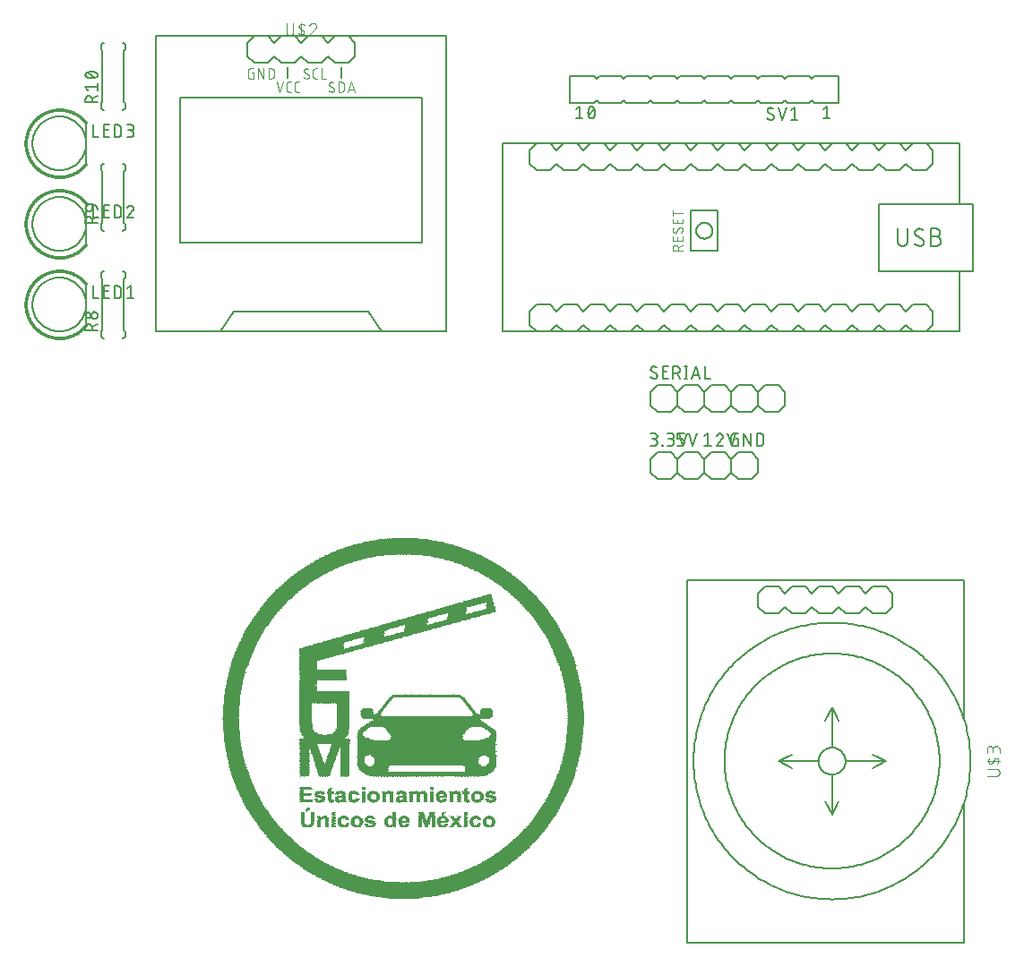
<source format=gbr>
G04 EAGLE Gerber X2 export*
%TF.Part,Single*%
%TF.FileFunction,Legend,Top,1*%
%TF.FilePolarity,Positive*%
%TF.GenerationSoftware,Autodesk,EAGLE,8.6.3*%
%TF.CreationDate,2019-03-08T18:13:08Z*%
G75*
%MOMM*%
%FSLAX34Y34*%
%LPD*%
%AMOC8*
5,1,8,0,0,1.08239X$1,22.5*%
G01*
%ADD10R,0.050800X0.050800*%
%ADD11R,0.101600X0.050800*%
%ADD12R,0.152400X0.050800*%
%ADD13R,2.641600X0.050800*%
%ADD14R,3.810000X0.050800*%
%ADD15R,4.572000X0.050800*%
%ADD16R,5.283200X0.050800*%
%ADD17R,5.892800X0.050800*%
%ADD18R,6.502400X0.050800*%
%ADD19R,6.959600X0.050800*%
%ADD20R,7.467600X0.050800*%
%ADD21R,7.924800X0.050800*%
%ADD22R,8.331200X0.050800*%
%ADD23R,8.737600X0.050800*%
%ADD24R,9.093200X0.050800*%
%ADD25R,9.499600X0.050800*%
%ADD26R,9.804400X0.050800*%
%ADD27R,10.160000X0.050800*%
%ADD28R,10.464800X0.050800*%
%ADD29R,10.769600X0.050800*%
%ADD30R,11.074400X0.050800*%
%ADD31R,11.379200X0.050800*%
%ADD32R,11.633200X0.050800*%
%ADD33R,11.938000X0.050800*%
%ADD34R,12.192000X0.050800*%
%ADD35R,12.395200X0.050800*%
%ADD36R,12.750800X0.050800*%
%ADD37R,12.954000X0.050800*%
%ADD38R,13.208000X0.050800*%
%ADD39R,13.411200X0.050800*%
%ADD40R,13.716000X0.050800*%
%ADD41R,13.919200X0.050800*%
%ADD42R,6.553200X0.050800*%
%ADD43R,5.791200X0.050800*%
%ADD44R,5.689600X0.050800*%
%ADD45R,5.384800X0.050800*%
%ADD46R,5.435600X0.050800*%
%ADD47R,5.181600X0.050800*%
%ADD48R,5.130800X0.050800*%
%ADD49R,4.927600X0.050800*%
%ADD50R,4.876800X0.050800*%
%ADD51R,4.724400X0.050800*%
%ADD52R,4.775200X0.050800*%
%ADD53R,4.521200X0.050800*%
%ADD54R,4.470400X0.050800*%
%ADD55R,4.318000X0.050800*%
%ADD56R,4.368800X0.050800*%
%ADD57R,4.216400X0.050800*%
%ADD58R,4.114800X0.050800*%
%ADD59R,4.064000X0.050800*%
%ADD60R,4.013200X0.050800*%
%ADD61R,3.911600X0.050800*%
%ADD62R,3.860800X0.050800*%
%ADD63R,3.759200X0.050800*%
%ADD64R,3.708400X0.050800*%
%ADD65R,3.657600X0.050800*%
%ADD66R,3.556000X0.050800*%
%ADD67R,3.606800X0.050800*%
%ADD68R,3.505200X0.050800*%
%ADD69R,3.454400X0.050800*%
%ADD70R,3.403600X0.050800*%
%ADD71R,3.352800X0.050800*%
%ADD72R,3.302000X0.050800*%
%ADD73R,3.251200X0.050800*%
%ADD74R,3.200400X0.050800*%
%ADD75R,3.149600X0.050800*%
%ADD76R,3.098800X0.050800*%
%ADD77R,3.048000X0.050800*%
%ADD78R,2.997200X0.050800*%
%ADD79R,2.946400X0.050800*%
%ADD80R,2.895600X0.050800*%
%ADD81R,2.844800X0.050800*%
%ADD82R,2.794000X0.050800*%
%ADD83R,2.743200X0.050800*%
%ADD84R,2.692400X0.050800*%
%ADD85R,2.590800X0.050800*%
%ADD86R,2.540000X0.050800*%
%ADD87R,2.489200X0.050800*%
%ADD88R,2.438400X0.050800*%
%ADD89R,2.387600X0.050800*%
%ADD90R,2.336800X0.050800*%
%ADD91R,2.286000X0.050800*%
%ADD92R,2.235200X0.050800*%
%ADD93R,2.184400X0.050800*%
%ADD94R,2.133600X0.050800*%
%ADD95R,2.082800X0.050800*%
%ADD96R,2.032000X0.050800*%
%ADD97R,1.981200X0.050800*%
%ADD98R,1.930400X0.050800*%
%ADD99R,0.609600X0.050800*%
%ADD100R,0.304800X0.050800*%
%ADD101R,0.406400X0.050800*%
%ADD102R,0.457200X0.050800*%
%ADD103R,0.508000X0.050800*%
%ADD104R,0.355600X0.050800*%
%ADD105R,0.254000X0.050800*%
%ADD106R,0.812800X0.050800*%
%ADD107R,0.660400X0.050800*%
%ADD108R,0.762000X0.050800*%
%ADD109R,0.558800X0.050800*%
%ADD110R,0.965200X0.050800*%
%ADD111R,0.863600X0.050800*%
%ADD112R,1.066800X0.050800*%
%ADD113R,0.914400X0.050800*%
%ADD114R,1.016000X0.050800*%
%ADD115R,0.203200X0.050800*%
%ADD116R,0.711200X0.050800*%
%ADD117R,1.879600X0.050800*%
%ADD118R,1.117600X0.050800*%
%ADD119R,1.828800X0.050800*%
%ADD120R,1.778000X0.050800*%
%ADD121R,1.727200X0.050800*%
%ADD122R,1.168400X0.050800*%
%ADD123R,1.219200X0.050800*%
%ADD124R,1.676400X0.050800*%
%ADD125R,1.625600X0.050800*%
%ADD126R,1.574800X0.050800*%
%ADD127R,10.668000X0.050800*%
%ADD128R,11.023600X0.050800*%
%ADD129R,11.328400X0.050800*%
%ADD130R,11.531600X0.050800*%
%ADD131R,11.684000X0.050800*%
%ADD132R,11.887200X0.050800*%
%ADD133R,12.039600X0.050800*%
%ADD134R,1.270000X0.050800*%
%ADD135R,1.320800X0.050800*%
%ADD136R,1.371600X0.050800*%
%ADD137R,1.422400X0.050800*%
%ADD138R,1.524000X0.050800*%
%ADD139R,10.058400X0.050800*%
%ADD140R,9.956800X0.050800*%
%ADD141R,9.855200X0.050800*%
%ADD142R,9.753600X0.050800*%
%ADD143R,10.261600X0.050800*%
%ADD144R,13.106400X0.050800*%
%ADD145R,13.157200X0.050800*%
%ADD146R,4.673600X0.050800*%
%ADD147R,7.366000X0.050800*%
%ADD148R,7.112000X0.050800*%
%ADD149R,1.473200X0.050800*%
%ADD150R,7.010400X0.050800*%
%ADD151R,6.858000X0.050800*%
%ADD152R,6.807200X0.050800*%
%ADD153R,3.962400X0.050800*%
%ADD154R,6.756400X0.050800*%
%ADD155R,4.267200X0.050800*%
%ADD156R,6.908800X0.050800*%
%ADD157R,7.061200X0.050800*%
%ADD158R,7.213600X0.050800*%
%ADD159R,7.315200X0.050800*%
%ADD160R,7.416800X0.050800*%
%ADD161R,7.518400X0.050800*%
%ADD162R,7.620000X0.050800*%
%ADD163R,7.670800X0.050800*%
%ADD164R,7.772400X0.050800*%
%ADD165R,7.874000X0.050800*%
%ADD166R,8.077200X0.050800*%
%ADD167R,8.280400X0.050800*%
%ADD168R,11.988800X0.050800*%
%ADD169R,11.582400X0.050800*%
%ADD170R,11.277600X0.050800*%
%ADD171R,10.922000X0.050800*%
%ADD172R,10.820400X0.050800*%
%ADD173R,10.617200X0.050800*%
%ADD174R,10.566400X0.050800*%
%ADD175R,10.363200X0.050800*%
%ADD176R,10.210800X0.050800*%
%ADD177R,10.007600X0.050800*%
%ADD178R,12.242800X0.050800*%
%ADD179R,6.604000X0.050800*%
%ADD180R,6.400800X0.050800*%
%ADD181R,6.045200X0.050800*%
%ADD182R,4.419600X0.050800*%
%ADD183R,4.165600X0.050800*%
%ADD184R,5.080000X0.050800*%
%ADD185R,5.638800X0.050800*%
%ADD186R,5.740400X0.050800*%
%ADD187R,6.451600X0.050800*%
%ADD188R,12.700000X0.050800*%
%ADD189R,12.446000X0.050800*%
%ADD190R,12.141200X0.050800*%
%ADD191R,9.448800X0.050800*%
%ADD192R,9.144000X0.050800*%
%ADD193R,8.686800X0.050800*%
%ADD194R,7.823200X0.050800*%
%ADD195R,5.232400X0.050800*%
%ADD196C,0.152400*%
%ADD197C,0.127000*%
%ADD198C,0.203200*%
%ADD199C,0.025400*%
%ADD200C,0.076200*%
%ADD201C,0.101600*%


D10*
X355600Y148844D03*
X357124Y148844D03*
D11*
X358902Y148844D03*
D10*
X360172Y148844D03*
D11*
X361442Y148844D03*
D10*
X362712Y148844D03*
D11*
X363982Y148844D03*
D10*
X365252Y148844D03*
D12*
X366776Y148844D03*
D10*
X368300Y148844D03*
X369824Y148844D03*
X370840Y148844D03*
X348996Y149352D03*
X350012Y149352D03*
D13*
X363982Y149352D03*
D10*
X377952Y149352D03*
X343408Y149860D03*
D14*
X363220Y149860D03*
D10*
X339344Y150368D03*
D15*
X362966Y150368D03*
D10*
X386588Y150368D03*
X335788Y150876D03*
D16*
X362966Y150876D03*
D10*
X390144Y150876D03*
D17*
X362966Y151384D03*
D10*
X393192Y151384D03*
D18*
X362966Y151892D03*
D10*
X396240Y151892D03*
X327660Y152400D03*
D19*
X363220Y152400D03*
D10*
X398780Y152400D03*
D20*
X363220Y152908D03*
D21*
X362966Y153416D03*
D22*
X362966Y153924D03*
D23*
X362966Y154432D03*
D24*
X363220Y154940D03*
D25*
X363220Y155448D03*
D26*
X363220Y155956D03*
D27*
X362966Y156464D03*
D28*
X362966Y156972D03*
D29*
X362966Y157480D03*
D30*
X362966Y157988D03*
D31*
X362966Y158496D03*
D32*
X363220Y159004D03*
D33*
X363220Y159512D03*
D34*
X362966Y160020D03*
D35*
X362966Y160528D03*
D36*
X363220Y161036D03*
D37*
X363220Y161544D03*
D38*
X362966Y162052D03*
D39*
X362966Y162560D03*
D40*
X362966Y163068D03*
D41*
X362966Y163576D03*
D42*
X325120Y164084D03*
D10*
X358648Y164084D03*
X359664Y164084D03*
X360680Y164084D03*
X362204Y164084D03*
X363728Y164084D03*
X365252Y164084D03*
X366268Y164084D03*
X367284Y164084D03*
D18*
X401066Y164084D03*
D43*
X320294Y164592D03*
D10*
X350012Y164592D03*
D11*
X376682Y164592D03*
D44*
X406146Y164592D03*
D45*
X317246Y165100D03*
D10*
X344932Y165100D03*
X381000Y165100D03*
D46*
X408940Y165100D03*
D47*
X315214Y165608D03*
D48*
X411480Y165608D03*
D49*
X312928Y166116D03*
D10*
X388620Y166116D03*
D50*
X413766Y166116D03*
D51*
X310896Y166624D03*
D52*
X415290Y166624D03*
D53*
X308864Y167132D03*
D10*
X332232Y167132D03*
D15*
X417322Y167132D03*
D54*
X307594Y167640D03*
X418846Y167640D03*
D55*
X305816Y168148D03*
D56*
X420370Y168148D03*
D57*
X304292Y168656D03*
X422148Y168656D03*
D58*
X302768Y169164D03*
D59*
X423418Y169164D03*
X301498Y169672D03*
D60*
X425196Y169672D03*
D61*
X300228Y170180D03*
D10*
X406400Y170180D03*
D62*
X426466Y170180D03*
X298450Y170688D03*
X427482Y170688D03*
D63*
X297434Y171196D03*
X429006Y171196D03*
D64*
X296164Y171704D03*
X429768Y171704D03*
D65*
X294894Y172212D03*
X431038Y172212D03*
D66*
X293878Y172720D03*
D67*
X432308Y172720D03*
D66*
X292862Y173228D03*
X433578Y173228D03*
D68*
X291592Y173736D03*
D69*
X434594Y173736D03*
D70*
X290576Y174244D03*
X435864Y174244D03*
X289560Y174752D03*
D71*
X436626Y174752D03*
X288290Y175260D03*
D72*
X437896Y175260D03*
D73*
X287274Y175768D03*
D72*
X438912Y175768D03*
D73*
X286258Y176276D03*
X439674Y176276D03*
D74*
X285496Y176784D03*
X440944Y176784D03*
D75*
X284226Y177292D03*
X441706Y177292D03*
D76*
X283464Y177800D03*
D75*
X442722Y177800D03*
D77*
X282702Y178308D03*
D76*
X443484Y178308D03*
D77*
X281686Y178816D03*
D78*
X444500Y178816D03*
D77*
X280670Y179324D03*
X445262Y179324D03*
D79*
X279654Y179832D03*
D78*
X446532Y179832D03*
D79*
X279146Y180340D03*
X447294Y180340D03*
X278130Y180848D03*
X447802Y180848D03*
D80*
X277368Y181356D03*
X449072Y181356D03*
D81*
X276606Y181864D03*
X449834Y181864D03*
X275590Y182372D03*
X450342Y182372D03*
D82*
X274828Y182880D03*
X451612Y182880D03*
D83*
X274066Y183388D03*
D82*
X452120Y183388D03*
X273304Y183896D03*
D83*
X452882Y183896D03*
X272542Y184404D03*
X453898Y184404D03*
D84*
X271780Y184912D03*
X454660Y184912D03*
X270764Y185420D03*
D83*
X455422Y185420D03*
D84*
X270256Y185928D03*
D13*
X455930Y185928D03*
X269494Y186436D03*
D84*
X456692Y186436D03*
D85*
X268732Y186944D03*
D13*
X457454Y186944D03*
X267970Y187452D03*
D85*
X458216Y187452D03*
X267208Y187960D03*
X458724Y187960D03*
D86*
X266446Y188468D03*
D85*
X459740Y188468D03*
D86*
X265938Y188976D03*
D85*
X460248Y188976D03*
D86*
X265430Y189484D03*
X461010Y189484D03*
D87*
X264668Y189992D03*
X461772Y189992D03*
X264160Y190500D03*
X462280Y190500D03*
X263144Y191008D03*
X463296Y191008D03*
X262636Y191516D03*
D88*
X463550Y191516D03*
X261874Y192024D03*
D87*
X464312Y192024D03*
D88*
X261366Y192532D03*
X465074Y192532D03*
D89*
X260604Y193040D03*
D88*
X465582Y193040D03*
D89*
X260096Y193548D03*
X466344Y193548D03*
X259588Y194056D03*
X466852Y194056D03*
D90*
X258826Y194564D03*
D89*
X467360Y194564D03*
X258064Y195072D03*
D90*
X468122Y195072D03*
D89*
X257556Y195580D03*
X468884Y195580D03*
D90*
X256794Y196088D03*
X469138Y196088D03*
X256286Y196596D03*
X470154Y196596D03*
D91*
X256032Y197104D03*
X470408Y197104D03*
X255016Y197612D03*
D90*
X471170Y197612D03*
D91*
X254508Y198120D03*
X471424Y198120D03*
X254000Y198628D03*
D92*
X472186Y198628D03*
D91*
X253492Y199136D03*
X472948Y199136D03*
D92*
X252730Y199644D03*
X473202Y199644D03*
X252222Y200152D03*
X474218Y200152D03*
X251714Y200660D03*
X474218Y200660D03*
X251206Y201168D03*
D93*
X474980Y201168D03*
D92*
X250698Y201676D03*
X475742Y201676D03*
D93*
X249936Y202184D03*
X475996Y202184D03*
D92*
X249682Y202692D03*
D93*
X476504Y202692D03*
X248920Y203200D03*
D94*
X477266Y203200D03*
D93*
X248412Y203708D03*
X477520Y203708D03*
X247904Y204216D03*
D94*
X478282Y204216D03*
X247650Y204724D03*
D93*
X478536Y204724D03*
D94*
X247142Y205232D03*
X479298Y205232D03*
X246634Y205740D03*
X479806Y205740D03*
X246126Y206248D03*
X480314Y206248D03*
X245618Y206756D03*
D95*
X480568Y206756D03*
D94*
X245110Y207264D03*
D95*
X481076Y207264D03*
D94*
X244602Y207772D03*
D95*
X481584Y207772D03*
X244348Y208280D03*
X482092Y208280D03*
D96*
X243586Y208788D03*
D95*
X482600Y208788D03*
X243332Y209296D03*
X483108Y209296D03*
X242824Y209804D03*
X483616Y209804D03*
X242316Y210312D03*
D96*
X483870Y210312D03*
X241554Y210820D03*
X484378Y210820D03*
D95*
X241300Y211328D03*
D96*
X484886Y211328D03*
X241046Y211836D03*
X485394Y211836D03*
X240538Y212344D03*
X485902Y212344D03*
X240030Y212852D03*
X486410Y212852D03*
X239522Y213360D03*
D97*
X486664Y213360D03*
X239268Y213868D03*
D96*
X486918Y213868D03*
D97*
X238760Y214376D03*
X487680Y214376D03*
X238252Y214884D03*
X488188Y214884D03*
X237744Y215392D03*
X488188Y215392D03*
X237236Y215900D03*
D98*
X488950Y215900D03*
X236982Y216408D03*
D99*
X273050Y216408D03*
D100*
X283718Y216408D03*
D11*
X290322Y216408D03*
D10*
X291592Y216408D03*
D12*
X296672Y216408D03*
D11*
X298450Y216408D03*
D101*
X306578Y216408D03*
D102*
X319532Y216408D03*
D103*
X331978Y216408D03*
D104*
X350012Y216408D03*
D105*
X355092Y216408D03*
D102*
X364236Y216408D03*
D100*
X379222Y216408D03*
D10*
X384048Y216408D03*
D11*
X385318Y216408D03*
D10*
X386588Y216408D03*
D100*
X391414Y216408D03*
D102*
X400812Y216408D03*
D10*
X407416Y216408D03*
X408432Y216408D03*
X409448Y216408D03*
X410464Y216408D03*
D11*
X415798Y216408D03*
X417322Y216408D03*
D10*
X418592Y216408D03*
D11*
X420878Y216408D03*
D12*
X422656Y216408D03*
D102*
X431292Y216408D03*
D101*
X444246Y216408D03*
D97*
X489204Y216408D03*
D98*
X236474Y216916D03*
D106*
X272542Y216916D03*
D100*
X283718Y216916D03*
X291338Y216916D03*
D105*
X297180Y216916D03*
D107*
X306832Y216916D03*
X319532Y216916D03*
D108*
X331724Y216916D03*
D109*
X350012Y216916D03*
D105*
X355092Y216916D03*
D107*
X363728Y216916D03*
D100*
X379222Y216916D03*
X385318Y216916D03*
X391414Y216916D03*
D99*
X400558Y216916D03*
D104*
X408940Y216916D03*
X416560Y216916D03*
D105*
X422148Y216916D03*
D107*
X431800Y216916D03*
X443992Y216916D03*
D97*
X489712Y216916D03*
X236220Y217424D03*
D110*
X272796Y217424D03*
D100*
X283718Y217424D03*
X291338Y217424D03*
X297434Y217424D03*
D106*
X306578Y217424D03*
X319278Y217424D03*
D111*
X332232Y217424D03*
D110*
X351536Y217424D03*
D106*
X363982Y217424D03*
D100*
X379222Y217424D03*
D101*
X385318Y217424D03*
D100*
X391414Y217424D03*
D106*
X400558Y217424D03*
D104*
X409448Y217424D03*
X416052Y217424D03*
X422148Y217424D03*
D106*
X431546Y217424D03*
D108*
X443992Y217424D03*
D98*
X489966Y217424D03*
D97*
X235712Y217932D03*
D112*
X272796Y217932D03*
D100*
X283718Y217932D03*
X291338Y217932D03*
D104*
X297180Y217932D03*
D111*
X306832Y217932D03*
D113*
X319278Y217932D03*
X331978Y217932D03*
D114*
X351282Y217932D03*
D113*
X363982Y217932D03*
D100*
X379222Y217932D03*
D101*
X385318Y217932D03*
D100*
X391414Y217932D03*
D113*
X400558Y217932D03*
D104*
X409956Y217932D03*
X415544Y217932D03*
D100*
X421894Y217932D03*
D113*
X431546Y217932D03*
D110*
X443992Y217932D03*
D98*
X490474Y217932D03*
X235458Y218440D03*
D109*
X269748Y218440D03*
X275844Y218440D03*
D100*
X283718Y218440D03*
X291338Y218440D03*
D105*
X297180Y218440D03*
D102*
X304292Y218440D03*
D101*
X309626Y218440D03*
D102*
X316484Y218440D03*
D101*
X322326Y218440D03*
D104*
X328676Y218440D03*
X335280Y218440D03*
D101*
X347726Y218440D03*
D102*
X354076Y218440D03*
D104*
X361188Y218440D03*
X366776Y218440D03*
D100*
X379222Y218440D03*
D101*
X385318Y218440D03*
D100*
X391414Y218440D03*
D104*
X397764Y218440D03*
D10*
X401320Y218440D03*
D104*
X403860Y218440D03*
X410464Y218440D03*
X415544Y218440D03*
D100*
X421894Y218440D03*
D101*
X428498Y218440D03*
D10*
X431292Y218440D03*
D104*
X434340Y218440D03*
D102*
X441452Y218440D03*
D10*
X444500Y218440D03*
D101*
X447294Y218440D03*
D98*
X490982Y218440D03*
X234950Y218948D03*
D104*
X268732Y218948D03*
D101*
X276606Y218948D03*
D100*
X283718Y218948D03*
D105*
X291084Y218948D03*
D104*
X297180Y218948D03*
D101*
X303530Y218948D03*
X310134Y218948D03*
D104*
X315976Y218948D03*
X323088Y218948D03*
X328168Y218948D03*
D100*
X335534Y218948D03*
D104*
X347472Y218948D03*
D101*
X354330Y218948D03*
D104*
X360680Y218948D03*
X367284Y218948D03*
D100*
X379222Y218948D03*
D102*
X385572Y218948D03*
D100*
X391414Y218948D03*
D104*
X397256Y218948D03*
X403860Y218948D03*
X410464Y218948D03*
X415036Y218948D03*
X422148Y218948D03*
X428244Y218948D03*
X434848Y218948D03*
D101*
X440690Y218948D03*
D104*
X447548Y218948D03*
D98*
X491490Y218948D03*
X234442Y219456D03*
D101*
X268478Y219456D03*
D104*
X276860Y219456D03*
D100*
X283718Y219456D03*
X291338Y219456D03*
X297434Y219456D03*
X303022Y219456D03*
X310134Y219456D03*
D104*
X315468Y219456D03*
X323088Y219456D03*
D115*
X328930Y219456D03*
D104*
X335788Y219456D03*
D100*
X347218Y219456D03*
D104*
X354584Y219456D03*
D100*
X360426Y219456D03*
D11*
X366522Y219456D03*
D10*
X367792Y219456D03*
D100*
X379222Y219456D03*
D103*
X385318Y219456D03*
D100*
X391414Y219456D03*
X397002Y219456D03*
D11*
X403098Y219456D03*
D10*
X404368Y219456D03*
D116*
X412750Y219456D03*
D105*
X422148Y219456D03*
D100*
X427990Y219456D03*
X435102Y219456D03*
X440182Y219456D03*
D104*
X448056Y219456D03*
D98*
X491998Y219456D03*
X233934Y219964D03*
D104*
X268224Y219964D03*
D100*
X277114Y219964D03*
X283718Y219964D03*
X291338Y219964D03*
X297434Y219964D03*
X303022Y219964D03*
D115*
X310134Y219964D03*
D100*
X315214Y219964D03*
X323342Y219964D03*
D101*
X335026Y219964D03*
D104*
X346964Y219964D03*
D100*
X354838Y219964D03*
X360426Y219964D03*
X379222Y219964D03*
D103*
X385318Y219964D03*
D100*
X391414Y219964D03*
X397002Y219964D03*
D99*
X412750Y219964D03*
D100*
X421894Y219964D03*
X427990Y219964D03*
D115*
X434594Y219964D03*
D100*
X440182Y219964D03*
X448310Y219964D03*
D98*
X491998Y219964D03*
X233934Y220472D03*
D104*
X268224Y220472D03*
X277368Y220472D03*
D100*
X283718Y220472D03*
X291338Y220472D03*
X297434Y220472D03*
X303022Y220472D03*
D104*
X314960Y220472D03*
D100*
X323342Y220472D03*
D99*
X334010Y220472D03*
D100*
X346710Y220472D03*
X354838Y220472D03*
D104*
X360172Y220472D03*
D100*
X379222Y220472D03*
D109*
X385572Y220472D03*
D100*
X391414Y220472D03*
D104*
X396748Y220472D03*
D109*
X413004Y220472D03*
D100*
X421894Y220472D03*
X427482Y220472D03*
D104*
X439928Y220472D03*
X448564Y220472D03*
D98*
X492506Y220472D03*
X233426Y220980D03*
D100*
X267970Y220980D03*
D105*
X277368Y220980D03*
D100*
X283718Y220980D03*
D105*
X291084Y220980D03*
X297180Y220980D03*
D100*
X302514Y220980D03*
X315214Y220980D03*
X323850Y220980D03*
D108*
X332740Y220980D03*
D104*
X346964Y220980D03*
D100*
X354838Y220980D03*
D112*
X363728Y220980D03*
D100*
X379222Y220980D03*
D99*
X385318Y220980D03*
D100*
X391414Y220980D03*
D114*
X400558Y220980D03*
D103*
X412750Y220980D03*
D104*
X422148Y220980D03*
X427736Y220980D03*
D100*
X439674Y220980D03*
X448310Y220980D03*
D98*
X493014Y220980D03*
D117*
X233172Y221488D03*
D104*
X268224Y221488D03*
X277368Y221488D03*
D100*
X283718Y221488D03*
X291338Y221488D03*
D104*
X297180Y221488D03*
X302768Y221488D03*
D100*
X315214Y221488D03*
X323850Y221488D03*
D111*
X332232Y221488D03*
D100*
X346710Y221488D03*
X354838Y221488D03*
D112*
X363728Y221488D03*
D100*
X379222Y221488D03*
D99*
X385318Y221488D03*
D100*
X391414Y221488D03*
D118*
X400558Y221488D03*
D101*
X412750Y221488D03*
D105*
X422148Y221488D03*
D100*
X427482Y221488D03*
D104*
X439928Y221488D03*
D100*
X448310Y221488D03*
D117*
X493268Y221488D03*
D98*
X232410Y221996D03*
D100*
X267970Y221996D03*
D104*
X277368Y221996D03*
D100*
X283718Y221996D03*
X291338Y221996D03*
X297434Y221996D03*
X303022Y221996D03*
D104*
X314960Y221996D03*
D105*
X323596Y221996D03*
D106*
X331470Y221996D03*
D100*
X346710Y221996D03*
X354838Y221996D03*
D112*
X363728Y221996D03*
D100*
X379222Y221996D03*
D99*
X385318Y221996D03*
D100*
X391414Y221996D03*
D114*
X400558Y221996D03*
D101*
X412750Y221996D03*
D100*
X421894Y221996D03*
X427482Y221996D03*
X439674Y221996D03*
D104*
X448564Y221996D03*
D117*
X493776Y221996D03*
X232156Y222504D03*
D100*
X267970Y222504D03*
D104*
X277368Y222504D03*
D100*
X283718Y222504D03*
X291338Y222504D03*
D105*
X297180Y222504D03*
D100*
X303022Y222504D03*
X315214Y222504D03*
D104*
X323596Y222504D03*
D107*
X330708Y222504D03*
D100*
X346710Y222504D03*
X354838Y222504D03*
X359918Y222504D03*
X367538Y222504D03*
X379222Y222504D03*
D105*
X383540Y222504D03*
X387096Y222504D03*
D104*
X391668Y222504D03*
D100*
X397002Y222504D03*
D105*
X404368Y222504D03*
D103*
X412750Y222504D03*
D104*
X422148Y222504D03*
D100*
X427482Y222504D03*
D104*
X439928Y222504D03*
X448564Y222504D03*
D98*
X494030Y222504D03*
X231902Y223012D03*
D100*
X267970Y223012D03*
X277114Y223012D03*
X283718Y223012D03*
D105*
X291084Y223012D03*
D100*
X297434Y223012D03*
X303022Y223012D03*
X315214Y223012D03*
X323342Y223012D03*
D102*
X329184Y223012D03*
D104*
X346964Y223012D03*
D100*
X354838Y223012D03*
X360426Y223012D03*
X367538Y223012D03*
X379222Y223012D03*
X383286Y223012D03*
X387350Y223012D03*
X391414Y223012D03*
X397002Y223012D03*
X404114Y223012D03*
D99*
X412750Y223012D03*
D100*
X421894Y223012D03*
D104*
X427736Y223012D03*
D100*
X440182Y223012D03*
X448310Y223012D03*
D117*
X494284Y223012D03*
X231648Y223520D03*
D100*
X267970Y223520D03*
X277622Y223520D03*
D104*
X283972Y223520D03*
X291084Y223520D03*
X297180Y223520D03*
D100*
X303022Y223520D03*
X310134Y223520D03*
D104*
X315468Y223520D03*
X323088Y223520D03*
D100*
X328422Y223520D03*
X347218Y223520D03*
D104*
X354584Y223520D03*
D100*
X360426Y223520D03*
X367538Y223520D03*
X379222Y223520D03*
X383286Y223520D03*
D105*
X387604Y223520D03*
D100*
X391414Y223520D03*
X397002Y223520D03*
X404114Y223520D03*
D107*
X413004Y223520D03*
D105*
X422148Y223520D03*
D100*
X427990Y223520D03*
X435102Y223520D03*
X440182Y223520D03*
X447802Y223520D03*
D117*
X494792Y223520D03*
X231140Y224028D03*
D100*
X267970Y224028D03*
D104*
X277368Y224028D03*
D101*
X284226Y224028D03*
D104*
X291084Y224028D03*
D100*
X297434Y224028D03*
D104*
X303276Y224028D03*
X309880Y224028D03*
X315976Y224028D03*
D101*
X322834Y224028D03*
D100*
X328422Y224028D03*
X335026Y224028D03*
D104*
X347472Y224028D03*
D101*
X354330Y224028D03*
D104*
X360680Y224028D03*
D100*
X367030Y224028D03*
X379222Y224028D03*
D105*
X383032Y224028D03*
D100*
X387858Y224028D03*
X391414Y224028D03*
D104*
X397256Y224028D03*
D100*
X403606Y224028D03*
D116*
X412750Y224028D03*
D104*
X422148Y224028D03*
X428244Y224028D03*
X434848Y224028D03*
D101*
X440690Y224028D03*
X447802Y224028D03*
D117*
X495300Y224028D03*
X230632Y224536D03*
D100*
X267970Y224536D03*
D104*
X277368Y224536D03*
D103*
X284734Y224536D03*
D101*
X290322Y224536D03*
D100*
X297434Y224536D03*
D101*
X304038Y224536D03*
D10*
X306832Y224536D03*
D101*
X309626Y224536D03*
D102*
X316484Y224536D03*
X322072Y224536D03*
D104*
X328676Y224536D03*
X334772Y224536D03*
D101*
X347726Y224536D03*
D103*
X354330Y224536D03*
D104*
X361188Y224536D03*
X366776Y224536D03*
D100*
X379222Y224536D03*
X382778Y224536D03*
X387858Y224536D03*
X391414Y224536D03*
D101*
X398018Y224536D03*
D104*
X403352Y224536D03*
X410464Y224536D03*
X415036Y224536D03*
D100*
X421894Y224536D03*
D101*
X429006Y224536D03*
D10*
X431800Y224536D03*
D104*
X434340Y224536D03*
D102*
X441452Y224536D03*
X447040Y224536D03*
D117*
X495300Y224536D03*
D119*
X230378Y225044D03*
D101*
X267970Y225044D03*
D100*
X277114Y225044D03*
D114*
X287274Y225044D03*
D100*
X296926Y225044D03*
D111*
X306832Y225044D03*
D113*
X319278Y225044D03*
X331978Y225044D03*
D114*
X351282Y225044D03*
D111*
X363728Y225044D03*
D100*
X379222Y225044D03*
X382778Y225044D03*
X387858Y225044D03*
X391414Y225044D03*
D106*
X400558Y225044D03*
D104*
X409956Y225044D03*
X415544Y225044D03*
X422148Y225044D03*
D113*
X431546Y225044D03*
X444246Y225044D03*
D117*
X495808Y225044D03*
X230124Y225552D03*
D100*
X267970Y225552D03*
X277622Y225552D03*
X283718Y225552D03*
D107*
X289052Y225552D03*
D100*
X297434Y225552D03*
D106*
X306578Y225552D03*
D108*
X319532Y225552D03*
D111*
X331724Y225552D03*
D110*
X351536Y225552D03*
D108*
X363728Y225552D03*
D100*
X379222Y225552D03*
D105*
X382524Y225552D03*
X388112Y225552D03*
D100*
X391414Y225552D03*
D108*
X400304Y225552D03*
D101*
X409702Y225552D03*
X415798Y225552D03*
D105*
X422148Y225552D03*
D106*
X431546Y225552D03*
X444246Y225552D03*
D117*
X496316Y225552D03*
X229616Y226060D03*
D100*
X267970Y226060D03*
D104*
X277368Y226060D03*
D100*
X283718Y226060D03*
D103*
X288798Y226060D03*
D100*
X297434Y226060D03*
D107*
X306832Y226060D03*
D116*
X319278Y226060D03*
X331978Y226060D03*
D109*
X350012Y226060D03*
D100*
X354838Y226060D03*
D99*
X363982Y226060D03*
D100*
X379222Y226060D03*
D105*
X382524Y226060D03*
D99*
X389890Y226060D03*
X400558Y226060D03*
D101*
X409194Y226060D03*
D104*
X416560Y226060D03*
D100*
X421894Y226060D03*
D99*
X431546Y226060D03*
D107*
X443992Y226060D03*
D119*
X496570Y226060D03*
X229362Y226568D03*
D100*
X267970Y226568D03*
X277114Y226568D03*
D10*
X282956Y226568D03*
X284480Y226568D03*
D104*
X289052Y226568D03*
D10*
X296164Y226568D03*
X297688Y226568D03*
D100*
X306578Y226568D03*
D10*
X308864Y226568D03*
D101*
X319278Y226568D03*
D102*
X331724Y226568D03*
D100*
X350266Y226568D03*
X354838Y226568D03*
D101*
X363982Y226568D03*
D99*
X380746Y226568D03*
D107*
X390144Y226568D03*
D104*
X400812Y226568D03*
D10*
X407416Y226568D03*
X408940Y226568D03*
X410464Y226568D03*
X415036Y226568D03*
X417068Y226568D03*
X421132Y226568D03*
X422148Y226568D03*
D101*
X431546Y226568D03*
X444246Y226568D03*
D119*
X497078Y226568D03*
X228854Y227076D03*
D100*
X267970Y227076D03*
X277622Y227076D03*
X354838Y227076D03*
D99*
X380746Y227076D03*
D109*
X390144Y227076D03*
D117*
X497332Y227076D03*
X228600Y227584D03*
D100*
X267970Y227584D03*
D104*
X277368Y227584D03*
D100*
X354838Y227584D03*
D109*
X380492Y227584D03*
X390144Y227584D03*
D119*
X497586Y227584D03*
X228346Y228092D03*
D100*
X267970Y228092D03*
D104*
X277368Y228092D03*
D100*
X297434Y228092D03*
X354838Y228092D03*
D109*
X380492Y228092D03*
X390144Y228092D03*
D115*
X400050Y228092D03*
D104*
X422148Y228092D03*
D119*
X498094Y228092D03*
X227838Y228600D03*
D100*
X267970Y228600D03*
X277622Y228600D03*
D104*
X297180Y228600D03*
D100*
X354838Y228600D03*
D109*
X380492Y228600D03*
X390144Y228600D03*
D105*
X400812Y228600D03*
D100*
X421894Y228600D03*
D119*
X498602Y228600D03*
D117*
X227584Y229108D03*
D100*
X267970Y229108D03*
X277114Y229108D03*
D105*
X297180Y229108D03*
D100*
X354838Y229108D03*
D103*
X380238Y229108D03*
X390398Y229108D03*
D105*
X400812Y229108D03*
X422148Y229108D03*
D119*
X498602Y229108D03*
X227330Y229616D03*
D100*
X267970Y229616D03*
D104*
X277368Y229616D03*
X297180Y229616D03*
D100*
X354838Y229616D03*
D103*
X380238Y229616D03*
X390398Y229616D03*
D105*
X401320Y229616D03*
D104*
X422148Y229616D03*
D119*
X499110Y229616D03*
X226822Y230124D03*
D100*
X267970Y230124D03*
D104*
X277368Y230124D03*
D100*
X297434Y230124D03*
X354838Y230124D03*
D103*
X380238Y230124D03*
D102*
X390652Y230124D03*
D104*
X401828Y230124D03*
D100*
X421894Y230124D03*
D120*
X499364Y230124D03*
D119*
X226314Y230632D03*
D10*
X377952Y230632D03*
X379984Y230632D03*
X381508Y230632D03*
X388620Y230632D03*
D100*
X402082Y230632D03*
D119*
X499618Y230632D03*
X226314Y231140D03*
D10*
X272796Y231140D03*
D119*
X500126Y231140D03*
X225806Y231648D03*
D115*
X272034Y231648D03*
D120*
X500380Y231648D03*
X225552Y232156D03*
D105*
X272288Y232156D03*
D119*
X500634Y232156D03*
X225298Y232664D03*
D105*
X272796Y232664D03*
D120*
X500888Y232664D03*
X225044Y233172D03*
D100*
X273050Y233172D03*
D120*
X501396Y233172D03*
X224536Y233680D03*
D100*
X273558Y233680D03*
D119*
X501650Y233680D03*
X224282Y234188D03*
D10*
X273304Y234188D03*
X274320Y234188D03*
X275336Y234188D03*
D120*
X501904Y234188D03*
X224028Y234696D03*
X502412Y234696D03*
X223520Y235204D03*
X502412Y235204D03*
X223520Y235712D03*
X502920Y235712D03*
X223012Y236220D03*
X503428Y236220D03*
D121*
X222758Y236728D03*
D120*
X503428Y236728D03*
X222504Y237236D03*
D121*
X503682Y237236D03*
D120*
X221996Y237744D03*
D121*
X504190Y237744D03*
D120*
X221996Y238252D03*
X504444Y238252D03*
D121*
X221742Y238760D03*
X504698Y238760D03*
X221234Y239268D03*
D120*
X504952Y239268D03*
X220980Y239776D03*
D10*
X282956Y239776D03*
X283972Y239776D03*
X284988Y239776D03*
D12*
X295148Y239776D03*
D10*
X301752Y239776D03*
X302768Y239776D03*
D11*
X316230Y239776D03*
D10*
X317500Y239776D03*
X325120Y239776D03*
X326644Y239776D03*
D115*
X335026Y239776D03*
D10*
X352552Y239776D03*
D11*
X359410Y239776D03*
D10*
X360680Y239776D03*
X398780Y239776D03*
X399796Y239776D03*
D12*
X423672Y239776D03*
D10*
X425196Y239776D03*
X431800Y239776D03*
D11*
X433070Y239776D03*
X444754Y239776D03*
X446278Y239776D03*
D121*
X505206Y239776D03*
X220726Y240284D03*
D122*
X271272Y240284D03*
D99*
X284226Y240284D03*
D103*
X295402Y240284D03*
X302514Y240284D03*
D100*
X307594Y240284D03*
D109*
X316484Y240284D03*
D100*
X325374Y240284D03*
D109*
X335280Y240284D03*
D100*
X345186Y240284D03*
X352298Y240284D03*
D103*
X359918Y240284D03*
D100*
X365506Y240284D03*
X370586Y240284D03*
D104*
X377444Y240284D03*
D100*
X384302Y240284D03*
X390398Y240284D03*
D109*
X399288Y240284D03*
D100*
X408686Y240284D03*
X415798Y240284D03*
D101*
X423926Y240284D03*
D99*
X433070Y240284D03*
D107*
X445516Y240284D03*
D121*
X505714Y240284D03*
X220218Y240792D03*
D123*
X271018Y240792D03*
D106*
X284226Y240792D03*
D103*
X294894Y240792D03*
D99*
X302514Y240792D03*
D100*
X307594Y240792D03*
D108*
X316484Y240792D03*
D100*
X325374Y240792D03*
D116*
X335026Y240792D03*
D100*
X345186Y240792D03*
X352298Y240792D03*
D99*
X359918Y240792D03*
D100*
X364998Y240792D03*
X370586Y240792D03*
D105*
X377444Y240792D03*
D100*
X384302Y240792D03*
X390398Y240792D03*
D116*
X399542Y240792D03*
D100*
X408686Y240792D03*
D104*
X416052Y240792D03*
D102*
X423672Y240792D03*
D116*
X433070Y240792D03*
D106*
X445770Y240792D03*
D121*
X505714Y240792D03*
X220218Y241300D03*
D122*
X271272Y241300D03*
D113*
X284226Y241300D03*
D103*
X294894Y241300D03*
D110*
X303784Y241300D03*
D111*
X316484Y241300D03*
D100*
X325374Y241300D03*
D111*
X335280Y241300D03*
D104*
X344932Y241300D03*
D100*
X352298Y241300D03*
D114*
X361442Y241300D03*
D100*
X370586Y241300D03*
D104*
X377444Y241300D03*
D100*
X384302Y241300D03*
X390398Y241300D03*
D106*
X399542Y241300D03*
D100*
X408686Y241300D03*
D105*
X416052Y241300D03*
D103*
X423418Y241300D03*
D111*
X432816Y241300D03*
D113*
X445770Y241300D03*
D121*
X506222Y241300D03*
D120*
X219964Y241808D03*
D122*
X271272Y241808D03*
D101*
X281178Y241808D03*
D102*
X287020Y241808D03*
D103*
X294894Y241808D03*
D101*
X300990Y241808D03*
D103*
X306578Y241808D03*
D113*
X316738Y241808D03*
D100*
X325374Y241808D03*
D110*
X335280Y241808D03*
D105*
X344932Y241808D03*
D100*
X352298Y241808D03*
D101*
X358394Y241808D03*
D103*
X363982Y241808D03*
D100*
X370586Y241808D03*
X377190Y241808D03*
X384302Y241808D03*
X390398Y241808D03*
D101*
X397002Y241808D03*
D102*
X401828Y241808D03*
D100*
X408686Y241808D03*
X415798Y241808D03*
D103*
X423418Y241808D03*
D110*
X433324Y241808D03*
D101*
X442722Y241808D03*
D10*
X446024Y241808D03*
D101*
X448818Y241808D03*
D120*
X506476Y241808D03*
D121*
X219710Y242316D03*
D103*
X267970Y242316D03*
D99*
X274066Y242316D03*
D104*
X280924Y242316D03*
D100*
X287782Y242316D03*
X293878Y242316D03*
X300482Y242316D03*
D104*
X306832Y242316D03*
X313436Y242316D03*
X319532Y242316D03*
D100*
X325374Y242316D03*
D101*
X331978Y242316D03*
X338582Y242316D03*
D100*
X345186Y242316D03*
X352298Y242316D03*
X357886Y242316D03*
D104*
X364236Y242316D03*
D100*
X370586Y242316D03*
D105*
X377444Y242316D03*
D100*
X384302Y242316D03*
X390398Y242316D03*
D104*
X396240Y242316D03*
X402844Y242316D03*
D100*
X408686Y242316D03*
D104*
X416052Y242316D03*
D100*
X422402Y242316D03*
D104*
X429768Y242316D03*
X436372Y242316D03*
X441960Y242316D03*
D100*
X449326Y242316D03*
D121*
X506730Y242316D03*
X219202Y242824D03*
D100*
X266954Y242824D03*
X280670Y242824D03*
D104*
X288036Y242824D03*
D100*
X293878Y242824D03*
X299974Y242824D03*
X307086Y242824D03*
D104*
X312928Y242824D03*
X320040Y242824D03*
D100*
X325374Y242824D03*
D104*
X331724Y242824D03*
D100*
X339090Y242824D03*
X345186Y242824D03*
X352298Y242824D03*
D104*
X357632Y242824D03*
D100*
X364490Y242824D03*
X370586Y242824D03*
X377190Y242824D03*
X384302Y242824D03*
X390398Y242824D03*
X395986Y242824D03*
D105*
X402844Y242824D03*
D100*
X408686Y242824D03*
X415798Y242824D03*
X422402Y242824D03*
D104*
X429260Y242824D03*
X436880Y242824D03*
D100*
X442214Y242824D03*
X449326Y242824D03*
D124*
X506984Y242824D03*
D121*
X219202Y243332D03*
D104*
X266700Y243332D03*
D100*
X287782Y243332D03*
X293878Y243332D03*
D104*
X300228Y243332D03*
D100*
X307086Y243332D03*
D104*
X312928Y243332D03*
D100*
X320294Y243332D03*
X325374Y243332D03*
D104*
X331216Y243332D03*
X339344Y243332D03*
X344932Y243332D03*
D100*
X352298Y243332D03*
X357886Y243332D03*
D104*
X364744Y243332D03*
D100*
X370586Y243332D03*
D104*
X377444Y243332D03*
D100*
X384302Y243332D03*
X390398Y243332D03*
D105*
X395732Y243332D03*
D100*
X408686Y243332D03*
X415798Y243332D03*
D104*
X422148Y243332D03*
X429260Y243332D03*
D100*
X437134Y243332D03*
D101*
X449326Y243332D03*
D121*
X507238Y243332D03*
X218694Y243840D03*
D100*
X266954Y243840D03*
D103*
X286766Y243840D03*
D100*
X293878Y243840D03*
X300482Y243840D03*
X307086Y243840D03*
X312674Y243840D03*
D10*
X319024Y243840D03*
D100*
X325374Y243840D03*
X330962Y243840D03*
D104*
X339344Y243840D03*
D105*
X344932Y243840D03*
D100*
X352298Y243840D03*
D104*
X358140Y243840D03*
D100*
X364490Y243840D03*
X370586Y243840D03*
D105*
X377444Y243840D03*
D100*
X384302Y243840D03*
X390398Y243840D03*
D104*
X395732Y243840D03*
D100*
X408686Y243840D03*
X416306Y243840D03*
X422402Y243840D03*
X429006Y243840D03*
X437134Y243840D03*
D103*
X448310Y243840D03*
D121*
X507238Y243840D03*
X218694Y244348D03*
D100*
X266954Y244348D03*
D116*
X285750Y244348D03*
D100*
X293878Y244348D03*
D102*
X301244Y244348D03*
D100*
X307086Y244348D03*
X312674Y244348D03*
X325374Y244348D03*
X330962Y244348D03*
X339598Y244348D03*
X345186Y244348D03*
X352298Y244348D03*
D101*
X358902Y244348D03*
D100*
X364998Y244348D03*
X370586Y244348D03*
X377190Y244348D03*
X384302Y244348D03*
X390398Y244348D03*
D104*
X395732Y244348D03*
D11*
X398526Y244348D03*
D100*
X401066Y244348D03*
D12*
X403860Y244348D03*
D100*
X408686Y244348D03*
X415798Y244348D03*
X422402Y244348D03*
D104*
X428752Y244348D03*
X437388Y244348D03*
D116*
X447294Y244348D03*
D121*
X507746Y244348D03*
X218186Y244856D03*
D100*
X266954Y244856D03*
D106*
X284734Y244856D03*
D104*
X293624Y244856D03*
D113*
X304038Y244856D03*
D100*
X312674Y244856D03*
X325374Y244856D03*
X330962Y244856D03*
X339598Y244856D03*
X345186Y244856D03*
X352298Y244856D03*
D113*
X361442Y244856D03*
D100*
X370586Y244856D03*
D104*
X377444Y244856D03*
D100*
X384302Y244856D03*
X390398Y244856D03*
D112*
X399288Y244856D03*
D100*
X408686Y244856D03*
X416306Y244856D03*
X422402Y244856D03*
X429006Y244856D03*
X437642Y244856D03*
D106*
X446278Y244856D03*
D124*
X508000Y244856D03*
X217932Y245364D03*
D104*
X266700Y245364D03*
D106*
X284226Y245364D03*
D100*
X293878Y245364D03*
D106*
X304546Y245364D03*
D100*
X312674Y245364D03*
X325374Y245364D03*
X330962Y245364D03*
X339598Y245364D03*
D104*
X344932Y245364D03*
D100*
X352298Y245364D03*
D111*
X362204Y245364D03*
D100*
X370586Y245364D03*
X377190Y245364D03*
X384302Y245364D03*
X390398Y245364D03*
D112*
X399288Y245364D03*
D100*
X408686Y245364D03*
X415798Y245364D03*
D105*
X422148Y245364D03*
X428752Y245364D03*
D104*
X437388Y245364D03*
D106*
X445770Y245364D03*
D121*
X508254Y245364D03*
X217678Y245872D03*
D100*
X266954Y245872D03*
D108*
X283464Y245872D03*
D100*
X293878Y245872D03*
D107*
X305308Y245872D03*
D100*
X312674Y245872D03*
X325374Y245872D03*
X330962Y245872D03*
X339598Y245872D03*
D105*
X344932Y245872D03*
D100*
X352298Y245872D03*
D99*
X362966Y245872D03*
D100*
X370586Y245872D03*
D105*
X377444Y245872D03*
D100*
X384302Y245872D03*
D104*
X390144Y245872D03*
X395732Y245872D03*
D10*
X398272Y245872D03*
D11*
X399542Y245872D03*
D10*
X400812Y245872D03*
D100*
X403098Y245872D03*
X408686Y245872D03*
X415798Y245872D03*
D104*
X422148Y245872D03*
X428752Y245872D03*
D105*
X437388Y245872D03*
D108*
X445008Y245872D03*
D124*
X508508Y245872D03*
X217424Y246380D03*
D112*
X270764Y246380D03*
D109*
X282448Y246380D03*
D100*
X293878Y246380D03*
D101*
X306578Y246380D03*
D100*
X312674Y246380D03*
X325374Y246380D03*
X330962Y246380D03*
X339598Y246380D03*
X345186Y246380D03*
X352298Y246380D03*
D104*
X364236Y246380D03*
D100*
X370586Y246380D03*
D104*
X377444Y246380D03*
D100*
X384302Y246380D03*
X390398Y246380D03*
X395478Y246380D03*
X403098Y246380D03*
X408686Y246380D03*
D104*
X416052Y246380D03*
D100*
X422402Y246380D03*
X429006Y246380D03*
D104*
X437388Y246380D03*
D107*
X443992Y246380D03*
D124*
X509016Y246380D03*
X217424Y246888D03*
D112*
X270764Y246888D03*
D101*
X281178Y246888D03*
D100*
X293878Y246888D03*
D105*
X307340Y246888D03*
D100*
X312674Y246888D03*
D10*
X319024Y246888D03*
X320040Y246888D03*
D104*
X325628Y246888D03*
X331216Y246888D03*
X339344Y246888D03*
D100*
X345186Y246888D03*
X352298Y246888D03*
D105*
X364744Y246888D03*
D100*
X370586Y246888D03*
D104*
X377444Y246888D03*
D100*
X384302Y246888D03*
X390398Y246888D03*
X395986Y246888D03*
X403098Y246888D03*
D104*
X408432Y246888D03*
D100*
X415798Y246888D03*
X422402Y246888D03*
D104*
X429260Y246888D03*
D100*
X437134Y246888D03*
D101*
X442722Y246888D03*
D124*
X509016Y246888D03*
X216916Y247396D03*
D118*
X270510Y247396D03*
D100*
X280670Y247396D03*
D11*
X286766Y247396D03*
D100*
X293878Y247396D03*
D10*
X299720Y247396D03*
D12*
X301244Y247396D03*
D100*
X307086Y247396D03*
X313182Y247396D03*
D104*
X320040Y247396D03*
D100*
X325374Y247396D03*
D104*
X331724Y247396D03*
X338836Y247396D03*
D101*
X345186Y247396D03*
D104*
X352044Y247396D03*
D115*
X358394Y247396D03*
D104*
X364744Y247396D03*
X370840Y247396D03*
X377444Y247396D03*
X384048Y247396D03*
D100*
X390398Y247396D03*
X395986Y247396D03*
D105*
X402844Y247396D03*
D104*
X408940Y247396D03*
X416052Y247396D03*
D100*
X422402Y247396D03*
D104*
X429260Y247396D03*
X436880Y247396D03*
D100*
X442214Y247396D03*
D10*
X448056Y247396D03*
D121*
X509270Y247396D03*
X216662Y247904D03*
D118*
X271018Y247904D03*
D100*
X280670Y247904D03*
D104*
X287528Y247904D03*
X293624Y247904D03*
X300736Y247904D03*
X306832Y247904D03*
X313436Y247904D03*
X319532Y247904D03*
D100*
X325374Y247904D03*
D101*
X331978Y247904D03*
X338582Y247904D03*
X345694Y247904D03*
D104*
X352044Y247904D03*
X358140Y247904D03*
D100*
X364490Y247904D03*
D101*
X371094Y247904D03*
D103*
X377698Y247904D03*
D104*
X384048Y247904D03*
D100*
X390398Y247904D03*
D104*
X396240Y247904D03*
X402336Y247904D03*
D101*
X409194Y247904D03*
D104*
X415544Y247904D03*
X422148Y247904D03*
D101*
X430022Y247904D03*
D104*
X436372Y247904D03*
D100*
X442214Y247904D03*
X448818Y247904D03*
D124*
X509524Y247904D03*
D121*
X216662Y248412D03*
D112*
X270764Y248412D03*
D104*
X281432Y248412D03*
D10*
X283972Y248412D03*
D101*
X286766Y248412D03*
D107*
X294132Y248412D03*
D101*
X301498Y248412D03*
D102*
X306324Y248412D03*
D110*
X316484Y248412D03*
D100*
X325374Y248412D03*
D110*
X335280Y248412D03*
D112*
X348488Y248412D03*
D104*
X358648Y248412D03*
D103*
X363474Y248412D03*
D124*
X377444Y248412D03*
D100*
X390398Y248412D03*
D113*
X399542Y248412D03*
D114*
X412242Y248412D03*
D107*
X422656Y248412D03*
D110*
X433324Y248412D03*
D104*
X442468Y248412D03*
D10*
X445008Y248412D03*
D101*
X448310Y248412D03*
D121*
X509778Y248412D03*
X216154Y248920D03*
D100*
X266954Y248920D03*
D113*
X284226Y248920D03*
D107*
X294132Y248920D03*
D113*
X304038Y248920D03*
D106*
X316738Y248920D03*
D100*
X325374Y248920D03*
D111*
X335280Y248920D03*
D110*
X348488Y248920D03*
D111*
X361696Y248920D03*
D124*
X376936Y248920D03*
D104*
X390144Y248920D03*
D111*
X399288Y248920D03*
D110*
X411988Y248920D03*
D107*
X422656Y248920D03*
D113*
X433070Y248920D03*
X445770Y248920D03*
D124*
X510032Y248920D03*
X215900Y249428D03*
D104*
X266700Y249428D03*
D106*
X284226Y249428D03*
D107*
X294132Y249428D03*
D106*
X304038Y249428D03*
D108*
X316484Y249428D03*
D100*
X325374Y249428D03*
D108*
X335280Y249428D03*
D105*
X344932Y249428D03*
D107*
X350012Y249428D03*
D106*
X361442Y249428D03*
D105*
X370332Y249428D03*
D99*
X375158Y249428D03*
D109*
X382016Y249428D03*
D100*
X390398Y249428D03*
D116*
X399542Y249428D03*
D100*
X408178Y249428D03*
D99*
X413766Y249428D03*
D107*
X422656Y249428D03*
D116*
X433070Y249428D03*
D106*
X445770Y249428D03*
D124*
X510540Y249428D03*
X215900Y249936D03*
D100*
X266954Y249936D03*
D107*
X283972Y249936D03*
X294132Y249936D03*
D99*
X304038Y249936D03*
D109*
X316484Y249936D03*
D100*
X325374Y249936D03*
D109*
X335280Y249936D03*
D100*
X344678Y249936D03*
D102*
X350012Y249936D03*
D99*
X361442Y249936D03*
D100*
X370586Y249936D03*
D102*
X375412Y249936D03*
X382016Y249936D03*
D100*
X390398Y249936D03*
D109*
X399288Y249936D03*
D100*
X408686Y249936D03*
D102*
X413512Y249936D03*
D107*
X422656Y249936D03*
D109*
X433324Y249936D03*
D107*
X445516Y249936D03*
D124*
X510540Y249936D03*
X215392Y250444D03*
D100*
X266954Y250444D03*
D10*
X283464Y250444D03*
X284988Y250444D03*
D100*
X293878Y250444D03*
D10*
X302768Y250444D03*
X304292Y250444D03*
X305308Y250444D03*
X314960Y250444D03*
X316484Y250444D03*
X317500Y250444D03*
X334264Y250444D03*
X335788Y250444D03*
X349504Y250444D03*
X350520Y250444D03*
X360172Y250444D03*
X361188Y250444D03*
X362204Y250444D03*
X363220Y250444D03*
X375920Y250444D03*
X382016Y250444D03*
X383032Y250444D03*
X398272Y250444D03*
D11*
X399542Y250444D03*
D10*
X400812Y250444D03*
X413004Y250444D03*
X414020Y250444D03*
X420116Y250444D03*
D100*
X422402Y250444D03*
D10*
X432816Y250444D03*
X434340Y250444D03*
X445008Y250444D03*
X446024Y250444D03*
X447040Y250444D03*
D124*
X510540Y250444D03*
X215392Y250952D03*
D100*
X266954Y250952D03*
X293878Y250952D03*
X422402Y250952D03*
D124*
X511048Y250952D03*
X214884Y251460D03*
D100*
X266954Y251460D03*
X293878Y251460D03*
D10*
X326644Y251460D03*
X391160Y251460D03*
D105*
X422148Y251460D03*
D125*
X511302Y251460D03*
D124*
X214884Y251968D03*
D122*
X271272Y251968D03*
D100*
X293878Y251968D03*
X325374Y251968D03*
X390398Y251968D03*
D104*
X422148Y251968D03*
D124*
X511556Y251968D03*
X214376Y252476D03*
D122*
X271272Y252476D03*
D105*
X294132Y252476D03*
D100*
X325374Y252476D03*
X390398Y252476D03*
D105*
X422656Y252476D03*
D124*
X511556Y252476D03*
X214376Y252984D03*
D118*
X271018Y252984D03*
D115*
X294386Y252984D03*
D100*
X325374Y252984D03*
X390398Y252984D03*
D115*
X422910Y252984D03*
D124*
X512064Y252984D03*
D125*
X214122Y253492D03*
D123*
X271018Y253492D03*
D11*
X294894Y253492D03*
D100*
X325374Y253492D03*
X390398Y253492D03*
D11*
X423418Y253492D03*
D124*
X512064Y253492D03*
X213868Y254000D03*
D106*
X269494Y254000D03*
D105*
X275336Y254000D03*
D100*
X325374Y254000D03*
X390398Y254000D03*
D125*
X512318Y254000D03*
D124*
X213868Y254508D03*
X512572Y254508D03*
X213360Y255016D03*
D125*
X512826Y255016D03*
D124*
X213360Y255524D03*
X513080Y255524D03*
D125*
X213106Y256032D03*
D124*
X513080Y256032D03*
X212852Y256540D03*
X513588Y256540D03*
D125*
X212598Y257048D03*
X513842Y257048D03*
D124*
X212344Y257556D03*
D125*
X513842Y257556D03*
X212090Y258064D03*
D124*
X514096Y258064D03*
D125*
X212090Y258572D03*
X514350Y258572D03*
D124*
X211836Y259080D03*
D125*
X514350Y259080D03*
D124*
X211328Y259588D03*
D125*
X514858Y259588D03*
X211582Y260096D03*
X514858Y260096D03*
X211074Y260604D03*
D124*
X515112Y260604D03*
D125*
X211074Y261112D03*
X515366Y261112D03*
X210566Y261620D03*
X515366Y261620D03*
X210566Y262128D03*
X515874Y262128D03*
X210566Y262636D03*
X515874Y262636D03*
X210058Y263144D03*
D126*
X516128Y263144D03*
D125*
X210058Y263652D03*
X516382Y263652D03*
X210058Y264160D03*
D10*
X266700Y264160D03*
X269748Y264160D03*
X284988Y264160D03*
X286512Y264160D03*
X287528Y264160D03*
X289052Y264160D03*
X290576Y264160D03*
X292100Y264160D03*
X304800Y264160D03*
X306324Y264160D03*
X307848Y264160D03*
X309372Y264160D03*
X310388Y264160D03*
X335788Y264160D03*
X338328Y264160D03*
X340360Y264160D03*
X342392Y264160D03*
X343916Y264160D03*
X345440Y264160D03*
X346456Y264160D03*
X347472Y264160D03*
X348488Y264160D03*
X349504Y264160D03*
X351028Y264160D03*
X352552Y264160D03*
X353568Y264160D03*
X354584Y264160D03*
X356108Y264160D03*
X357632Y264160D03*
X359156Y264160D03*
X360172Y264160D03*
X361696Y264160D03*
X362712Y264160D03*
X364236Y264160D03*
X365252Y264160D03*
X366776Y264160D03*
X368300Y264160D03*
X369824Y264160D03*
X371856Y264160D03*
X373888Y264160D03*
X375412Y264160D03*
X376936Y264160D03*
X377952Y264160D03*
X380492Y264160D03*
X382524Y264160D03*
X384048Y264160D03*
X386080Y264160D03*
X388112Y264160D03*
X392176Y264160D03*
X395732Y264160D03*
X399288Y264160D03*
X400812Y264160D03*
X413004Y264160D03*
X415036Y264160D03*
X416052Y264160D03*
X418084Y264160D03*
X419100Y264160D03*
X420116Y264160D03*
X421640Y264160D03*
X422656Y264160D03*
X424180Y264160D03*
X425196Y264160D03*
X427736Y264160D03*
X430784Y264160D03*
X433324Y264160D03*
X435356Y264160D03*
D125*
X516382Y264160D03*
X209550Y264668D03*
D113*
X270002Y264668D03*
D114*
X288798Y264668D03*
D113*
X308102Y264668D03*
D127*
X385318Y264668D03*
D125*
X516382Y264668D03*
X209550Y265176D03*
D113*
X270002Y265176D03*
D114*
X288798Y265176D03*
D113*
X308102Y265176D03*
D128*
X385572Y265176D03*
D125*
X516890Y265176D03*
D126*
X209296Y265684D03*
D113*
X270002Y265684D03*
D114*
X288798Y265684D03*
D111*
X307848Y265684D03*
D129*
X385572Y265684D03*
D125*
X516890Y265684D03*
X209042Y266192D03*
D113*
X269494Y266192D03*
D118*
X288798Y266192D03*
D111*
X307848Y266192D03*
D130*
X385572Y266192D03*
D126*
X517144Y266192D03*
D125*
X209042Y266700D03*
D113*
X270002Y266700D03*
D118*
X288798Y266700D03*
D113*
X308102Y266700D03*
D131*
X385318Y266700D03*
D125*
X517398Y266700D03*
D126*
X208788Y267208D03*
D113*
X270002Y267208D03*
D118*
X288798Y267208D03*
D111*
X307848Y267208D03*
D132*
X385318Y267208D03*
D126*
X517652Y267208D03*
D125*
X208534Y267716D03*
D110*
X269748Y267716D03*
D123*
X288798Y267716D03*
D111*
X307848Y267716D03*
D133*
X385572Y267716D03*
D126*
X517652Y267716D03*
D125*
X208534Y268224D03*
D111*
X269748Y268224D03*
D123*
X288798Y268224D03*
D113*
X308102Y268224D03*
D34*
X385318Y268224D03*
D126*
X517652Y268224D03*
X208280Y268732D03*
D113*
X270002Y268732D03*
D134*
X288544Y268732D03*
D111*
X307848Y268732D03*
D85*
X336804Y268732D03*
X433832Y268732D03*
D125*
X517906Y268732D03*
X208026Y269240D03*
D110*
X269748Y269240D03*
D135*
X288798Y269240D03*
D113*
X308102Y269240D03*
D85*
X336296Y269240D03*
D13*
X434594Y269240D03*
D126*
X518160Y269240D03*
D125*
X208026Y269748D03*
D113*
X270002Y269748D03*
D135*
X288798Y269748D03*
D111*
X307848Y269748D03*
D85*
X335788Y269748D03*
D13*
X434594Y269748D03*
D125*
X518414Y269748D03*
D126*
X207772Y270256D03*
D111*
X269748Y270256D03*
D136*
X288544Y270256D03*
D113*
X308102Y270256D03*
D84*
X335788Y270256D03*
X435356Y270256D03*
D125*
X518414Y270256D03*
X207518Y270764D03*
D110*
X269748Y270764D03*
D137*
X288798Y270764D03*
D111*
X307848Y270764D03*
D83*
X335534Y270764D03*
X435102Y270764D03*
D126*
X518668Y270764D03*
D125*
X207518Y271272D03*
D113*
X270002Y271272D03*
D137*
X288798Y271272D03*
D111*
X307848Y271272D03*
D82*
X335280Y271272D03*
D83*
X435610Y271272D03*
D126*
X518668Y271272D03*
X207264Y271780D03*
D111*
X269748Y271780D03*
D138*
X288798Y271780D03*
D113*
X308102Y271780D03*
D83*
X335026Y271780D03*
D82*
X435864Y271780D03*
D126*
X519176Y271780D03*
X207264Y272288D03*
D110*
X269748Y272288D03*
D138*
X288798Y272288D03*
D111*
X307848Y272288D03*
D81*
X335026Y272288D03*
X435610Y272288D03*
D126*
X519176Y272288D03*
D125*
X207010Y272796D03*
D113*
X270002Y272796D03*
D138*
X288798Y272796D03*
D111*
X307848Y272796D03*
D80*
X334772Y272796D03*
X435864Y272796D03*
D126*
X519176Y272796D03*
X206756Y273304D03*
D113*
X270002Y273304D03*
D126*
X288544Y273304D03*
D113*
X308102Y273304D03*
D79*
X335026Y273304D03*
X435610Y273304D03*
D125*
X519430Y273304D03*
X206502Y273812D03*
D113*
X270002Y273812D03*
D125*
X288798Y273812D03*
D111*
X307848Y273812D03*
D79*
X335026Y273812D03*
D121*
X429514Y273812D03*
D118*
X444754Y273812D03*
D126*
X519684Y273812D03*
X206756Y274320D03*
D113*
X269494Y274320D03*
D125*
X288798Y274320D03*
D113*
X308102Y274320D03*
D114*
X324866Y274320D03*
D125*
X342138Y274320D03*
X428498Y274320D03*
D114*
X445770Y274320D03*
D126*
X519684Y274320D03*
X206248Y274828D03*
D113*
X270002Y274828D03*
D121*
X288798Y274828D03*
D111*
X307848Y274828D03*
D113*
X324358Y274828D03*
D121*
X343154Y274828D03*
D12*
X353060Y274828D03*
D10*
X354584Y274828D03*
X355600Y274828D03*
X356616Y274828D03*
D11*
X357886Y274828D03*
X359410Y274828D03*
D10*
X360680Y274828D03*
D11*
X361950Y274828D03*
X363474Y274828D03*
X364998Y274828D03*
X366522Y274828D03*
X368046Y274828D03*
D10*
X369316Y274828D03*
X370332Y274828D03*
D12*
X371856Y274828D03*
D10*
X373380Y274828D03*
D12*
X374904Y274828D03*
X376936Y274828D03*
D11*
X378714Y274828D03*
X380238Y274828D03*
X381762Y274828D03*
D115*
X383794Y274828D03*
D11*
X385826Y274828D03*
D115*
X387858Y274828D03*
X390398Y274828D03*
D105*
X393192Y274828D03*
D101*
X397002Y274828D03*
D105*
X400812Y274828D03*
D115*
X403606Y274828D03*
X406146Y274828D03*
D81*
X421894Y274828D03*
D113*
X446278Y274828D03*
D126*
X519684Y274828D03*
X206248Y275336D03*
D110*
X269748Y275336D03*
D121*
X288798Y275336D03*
D113*
X308102Y275336D03*
D111*
X324104Y275336D03*
D139*
X385318Y275336D03*
D106*
X446786Y275336D03*
D125*
X519938Y275336D03*
X205994Y275844D03*
D113*
X270002Y275844D03*
D121*
X288798Y275844D03*
D111*
X307848Y275844D03*
D106*
X323850Y275844D03*
D140*
X385318Y275844D03*
D106*
X446786Y275844D03*
D126*
X520192Y275844D03*
X206248Y276352D03*
D113*
X269494Y276352D03*
D120*
X288544Y276352D03*
D113*
X308102Y276352D03*
D108*
X323596Y276352D03*
D141*
X385318Y276352D03*
D108*
X447040Y276352D03*
D126*
X520192Y276352D03*
X205740Y276860D03*
D113*
X270002Y276860D03*
D111*
X283972Y276860D03*
X293624Y276860D03*
X307848Y276860D03*
D116*
X323342Y276860D03*
D141*
X385318Y276860D03*
D108*
X447548Y276860D03*
D126*
X520700Y276860D03*
X205740Y277368D03*
D113*
X270002Y277368D03*
D111*
X283972Y277368D03*
X293624Y277368D03*
D113*
X308102Y277368D03*
D116*
X323342Y277368D03*
D142*
X385318Y277368D03*
D116*
X447294Y277368D03*
D126*
X520700Y277368D03*
X205740Y277876D03*
D111*
X269748Y277876D03*
X283464Y277876D03*
D113*
X293878Y277876D03*
D111*
X307848Y277876D03*
D116*
X323342Y277876D03*
D142*
X385318Y277876D03*
D107*
X447548Y277876D03*
D126*
X520700Y277876D03*
D138*
X205486Y278384D03*
D110*
X269748Y278384D03*
D111*
X283464Y278384D03*
X294132Y278384D03*
X307848Y278384D03*
D107*
X323088Y278384D03*
D142*
X385318Y278384D03*
D107*
X447548Y278384D03*
D126*
X520700Y278384D03*
X205232Y278892D03*
D113*
X270002Y278892D03*
D111*
X283464Y278892D03*
X294132Y278892D03*
D113*
X308102Y278892D03*
D107*
X323088Y278892D03*
D142*
X385318Y278892D03*
D107*
X447548Y278892D03*
D138*
X520954Y278892D03*
D126*
X205232Y279400D03*
D110*
X269748Y279400D03*
D111*
X282956Y279400D03*
X294640Y279400D03*
D113*
X308102Y279400D03*
D99*
X322834Y279400D03*
D142*
X385318Y279400D03*
D107*
X447548Y279400D03*
D126*
X521208Y279400D03*
X205232Y279908D03*
D113*
X270002Y279908D03*
D111*
X282956Y279908D03*
X294640Y279908D03*
X307848Y279908D03*
D107*
X323088Y279908D03*
D142*
X385318Y279908D03*
D107*
X448056Y279908D03*
D126*
X521208Y279908D03*
X204724Y280416D03*
D111*
X269748Y280416D03*
X282956Y280416D03*
D106*
X294894Y280416D03*
D111*
X307848Y280416D03*
D107*
X323088Y280416D03*
D26*
X385572Y280416D03*
D107*
X447548Y280416D03*
D126*
X521208Y280416D03*
X204724Y280924D03*
D110*
X269748Y280924D03*
D111*
X282448Y280924D03*
D113*
X294894Y280924D03*
X308102Y280924D03*
D107*
X323088Y280924D03*
D141*
X385318Y280924D03*
D107*
X447548Y280924D03*
D138*
X521462Y280924D03*
D126*
X204724Y281432D03*
D113*
X270002Y281432D03*
D111*
X282448Y281432D03*
X295148Y281432D03*
X307848Y281432D03*
D107*
X323088Y281432D03*
D141*
X385318Y281432D03*
D107*
X447548Y281432D03*
D126*
X521716Y281432D03*
X204724Y281940D03*
D113*
X269494Y281940D03*
D111*
X282448Y281940D03*
D106*
X295402Y281940D03*
D113*
X308102Y281940D03*
D107*
X323088Y281940D03*
D140*
X385318Y281940D03*
D116*
X447294Y281940D03*
D126*
X521716Y281940D03*
D138*
X204470Y282448D03*
D113*
X270002Y282448D03*
D111*
X281940Y282448D03*
X295656Y282448D03*
X307848Y282448D03*
D116*
X323342Y282448D03*
D139*
X385318Y282448D03*
D116*
X447294Y282448D03*
D126*
X521716Y282448D03*
X204216Y282956D03*
D113*
X270002Y282956D03*
D111*
X281940Y282956D03*
X295656Y282956D03*
D113*
X308102Y282956D03*
D108*
X323596Y282956D03*
D27*
X385318Y282956D03*
D108*
X447040Y282956D03*
D138*
X521970Y282956D03*
D126*
X204216Y283464D03*
D110*
X269748Y283464D03*
D106*
X281686Y283464D03*
D111*
X295656Y283464D03*
D113*
X308102Y283464D03*
D106*
X323850Y283464D03*
D143*
X385318Y283464D03*
D106*
X446786Y283464D03*
D138*
X521970Y283464D03*
D126*
X204216Y283972D03*
D111*
X269748Y283972D03*
X281432Y283972D03*
X296164Y283972D03*
X307848Y283972D03*
X324104Y283972D03*
D28*
X385318Y283972D03*
D110*
X446532Y283972D03*
D126*
X522224Y283972D03*
D138*
X203962Y284480D03*
D113*
X270002Y284480D03*
D111*
X281432Y284480D03*
X296164Y284480D03*
X307848Y284480D03*
D114*
X324866Y284480D03*
D10*
X331216Y284480D03*
D132*
X391414Y284480D03*
D126*
X522224Y284480D03*
D138*
X203962Y284988D03*
D110*
X269748Y284988D03*
D106*
X281178Y284988D03*
X296418Y284988D03*
D113*
X308102Y284988D03*
D144*
X385318Y284988D03*
D126*
X522224Y284988D03*
X203708Y285496D03*
D111*
X269748Y285496D03*
X280924Y285496D03*
X296672Y285496D03*
X307848Y285496D03*
D144*
X385318Y285496D03*
D126*
X522732Y285496D03*
X203708Y286004D03*
D113*
X270002Y286004D03*
D111*
X280924Y286004D03*
X296672Y286004D03*
X307848Y286004D03*
D144*
X385318Y286004D03*
D138*
X522478Y286004D03*
D126*
X203708Y286512D03*
D110*
X269748Y286512D03*
D111*
X280416Y286512D03*
D106*
X296926Y286512D03*
D113*
X308102Y286512D03*
D144*
X385318Y286512D03*
D138*
X522986Y286512D03*
X203454Y287020D03*
D111*
X269748Y287020D03*
X280416Y287020D03*
X297180Y287020D03*
X307848Y287020D03*
D144*
X385318Y287020D03*
D126*
X522732Y287020D03*
X203200Y287528D03*
D113*
X270002Y287528D03*
D111*
X280416Y287528D03*
D106*
X297434Y287528D03*
D113*
X308102Y287528D03*
D144*
X385318Y287528D03*
D126*
X522732Y287528D03*
D138*
X203454Y288036D03*
D113*
X270002Y288036D03*
D111*
X279908Y288036D03*
X297688Y288036D03*
X307848Y288036D03*
D145*
X385572Y288036D03*
D126*
X523240Y288036D03*
D138*
X202946Y288544D03*
D113*
X269494Y288544D03*
D111*
X279908Y288544D03*
X297688Y288544D03*
D113*
X308102Y288544D03*
D144*
X385318Y288544D03*
D138*
X522986Y288544D03*
D126*
X203200Y289052D03*
D113*
X270002Y289052D03*
D111*
X279908Y289052D03*
X297688Y289052D03*
X307848Y289052D03*
D144*
X385318Y289052D03*
D126*
X523240Y289052D03*
D138*
X202946Y289560D03*
D111*
X269748Y289560D03*
X279400Y289560D03*
D106*
X297942Y289560D03*
D113*
X308102Y289560D03*
D144*
X385318Y289560D03*
D138*
X523494Y289560D03*
D126*
X202692Y290068D03*
D110*
X269748Y290068D03*
D111*
X279400Y290068D03*
X298196Y290068D03*
X307848Y290068D03*
D144*
X385318Y290068D03*
D126*
X523240Y290068D03*
D138*
X202946Y290576D03*
D111*
X269748Y290576D03*
X278892Y290576D03*
D106*
X298450Y290576D03*
D113*
X307594Y290576D03*
D144*
X385318Y290576D03*
D138*
X523494Y290576D03*
D126*
X202692Y291084D03*
D119*
X274066Y291084D03*
D111*
X298704Y291084D03*
D113*
X308102Y291084D03*
D144*
X385318Y291084D03*
D138*
X523494Y291084D03*
X202438Y291592D03*
D120*
X274320Y291592D03*
D111*
X298704Y291592D03*
X307848Y291592D03*
D144*
X385318Y291592D03*
D138*
X523494Y291592D03*
D126*
X202692Y292100D03*
D121*
X274066Y292100D03*
D120*
X303784Y292100D03*
D144*
X385318Y292100D03*
D126*
X523748Y292100D03*
D138*
X202438Y292608D03*
D120*
X273812Y292608D03*
D121*
X303530Y292608D03*
D144*
X385318Y292608D03*
D138*
X524002Y292608D03*
X202438Y293116D03*
D121*
X274066Y293116D03*
D120*
X303784Y293116D03*
D144*
X385318Y293116D03*
D138*
X524002Y293116D03*
D126*
X202184Y293624D03*
D124*
X273812Y293624D03*
D121*
X303530Y293624D03*
D144*
X385318Y293624D03*
D138*
X524002Y293624D03*
X202438Y294132D03*
D124*
X273812Y294132D03*
D121*
X304038Y294132D03*
D144*
X385318Y294132D03*
D138*
X524002Y294132D03*
D126*
X202184Y294640D03*
D121*
X273558Y294640D03*
D125*
X304038Y294640D03*
D145*
X385572Y294640D03*
D126*
X524256Y294640D03*
D138*
X201930Y295148D03*
D125*
X273558Y295148D03*
D10*
X286004Y295148D03*
X287020Y295148D03*
X288036Y295148D03*
X289560Y295148D03*
X292100Y295148D03*
D125*
X304038Y295148D03*
D144*
X385318Y295148D03*
D138*
X524002Y295148D03*
X201930Y295656D03*
D51*
X289052Y295656D03*
D144*
X385318Y295656D03*
D126*
X524256Y295656D03*
D138*
X201930Y296164D03*
D146*
X288798Y296164D03*
D144*
X385318Y296164D03*
D138*
X524510Y296164D03*
X201930Y296672D03*
D51*
X288544Y296672D03*
D144*
X385318Y296672D03*
D138*
X524510Y296672D03*
D126*
X201676Y297180D03*
D51*
X289052Y297180D03*
D144*
X385318Y297180D03*
D138*
X524510Y297180D03*
X201930Y297688D03*
D51*
X289052Y297688D03*
D144*
X385318Y297688D03*
D138*
X524510Y297688D03*
D126*
X201676Y298196D03*
D51*
X288544Y298196D03*
D124*
X328168Y298196D03*
D10*
X337312Y298196D03*
D147*
X385572Y298196D03*
D121*
X442214Y298196D03*
D138*
X524510Y298196D03*
X201422Y298704D03*
D146*
X288798Y298704D03*
D138*
X327406Y298704D03*
D148*
X385318Y298704D03*
D149*
X443484Y298704D03*
D126*
X524764Y298704D03*
D138*
X201422Y299212D03*
D51*
X289052Y299212D03*
D136*
X326644Y299212D03*
D150*
X385318Y299212D03*
D135*
X444246Y299212D03*
D149*
X524764Y299212D03*
D138*
X201422Y299720D03*
D51*
X288544Y299720D03*
D123*
X325882Y299720D03*
D151*
X385572Y299720D03*
D123*
X445262Y299720D03*
D126*
X524764Y299720D03*
X201168Y300228D03*
D64*
X289052Y300228D03*
D114*
X324866Y300228D03*
D10*
X330708Y300228D03*
D152*
X385318Y300228D03*
D114*
X445770Y300228D03*
D138*
X525018Y300228D03*
X201422Y300736D03*
D62*
X288798Y300736D03*
D113*
X324358Y300736D03*
D152*
X385318Y300736D03*
D113*
X446278Y300736D03*
D138*
X525018Y300736D03*
X201422Y301244D03*
D153*
X288798Y301244D03*
D108*
X323596Y301244D03*
D154*
X385572Y301244D03*
D116*
X447294Y301244D03*
D138*
X525018Y301244D03*
D126*
X201168Y301752D03*
D59*
X288798Y301752D03*
D107*
X323088Y301752D03*
D152*
X385318Y301752D03*
D99*
X447802Y301752D03*
D126*
X525272Y301752D03*
D138*
X201422Y302260D03*
D58*
X289052Y302260D03*
D99*
X322834Y302260D03*
D154*
X385572Y302260D03*
D99*
X447802Y302260D03*
D138*
X525018Y302260D03*
X200914Y302768D03*
D57*
X289052Y302768D03*
D109*
X322580Y302768D03*
D152*
X385318Y302768D03*
D109*
X448056Y302768D03*
D138*
X525018Y302768D03*
X200914Y303276D03*
D155*
X288798Y303276D03*
D109*
X322580Y303276D03*
D152*
X385318Y303276D03*
D103*
X448310Y303276D03*
D138*
X525018Y303276D03*
X200914Y303784D03*
D119*
X276606Y303784D03*
D10*
X286512Y303784D03*
X291592Y303784D03*
D120*
X301244Y303784D03*
D103*
X322326Y303784D03*
D156*
X385318Y303784D03*
D103*
X448310Y303784D03*
D138*
X525526Y303784D03*
X200914Y304292D03*
D124*
X275336Y304292D03*
D125*
X302514Y304292D03*
D103*
X322326Y304292D03*
D150*
X385318Y304292D03*
D103*
X448310Y304292D03*
D138*
X525018Y304292D03*
X200914Y304800D03*
X274574Y304800D03*
X303530Y304800D03*
D103*
X322326Y304800D03*
D157*
X385572Y304800D03*
D103*
X448310Y304800D03*
D138*
X525526Y304800D03*
X200914Y305308D03*
X274066Y305308D03*
D137*
X304038Y305308D03*
D103*
X322326Y305308D03*
D148*
X385318Y305308D03*
D103*
X448310Y305308D03*
D138*
X525526Y305308D03*
X200914Y305816D03*
D137*
X273558Y305816D03*
D136*
X304292Y305816D03*
D109*
X322580Y305816D03*
D158*
X385318Y305816D03*
D109*
X448056Y305816D03*
D138*
X525526Y305816D03*
X200914Y306324D03*
D136*
X272796Y306324D03*
X304800Y306324D03*
D109*
X323088Y306324D03*
D159*
X385318Y306324D03*
D109*
X448056Y306324D03*
D138*
X525526Y306324D03*
D126*
X200660Y306832D03*
D136*
X272796Y306832D03*
D135*
X305054Y306832D03*
D109*
X323088Y306832D03*
D147*
X385572Y306832D03*
D99*
X447294Y306832D03*
D138*
X525526Y306832D03*
X200914Y307340D03*
D135*
X272542Y307340D03*
D134*
X305308Y307340D03*
D99*
X323850Y307340D03*
D160*
X385318Y307340D03*
D107*
X447040Y307340D03*
D138*
X525526Y307340D03*
X200406Y307848D03*
D134*
X272288Y307848D03*
D123*
X305562Y307848D03*
D107*
X324104Y307848D03*
D161*
X385318Y307848D03*
D107*
X446532Y307848D03*
D138*
X525526Y307848D03*
D126*
X200660Y308356D03*
D123*
X272034Y308356D03*
X305562Y308356D03*
D116*
X324866Y308356D03*
D162*
X385318Y308356D03*
D116*
X445770Y308356D03*
D149*
X525780Y308356D03*
X200660Y308864D03*
D134*
X271780Y308864D03*
X305816Y308864D03*
D116*
X325374Y308864D03*
D163*
X385572Y308864D03*
D108*
X445516Y308864D03*
D138*
X525526Y308864D03*
D126*
X200660Y309372D03*
D123*
X271526Y309372D03*
X306070Y309372D03*
D116*
X325882Y309372D03*
D164*
X385572Y309372D03*
D108*
X444500Y309372D03*
D138*
X525526Y309372D03*
X200406Y309880D03*
D123*
X271526Y309880D03*
X306070Y309880D03*
D108*
X326644Y309880D03*
D165*
X385572Y309880D03*
D108*
X443992Y309880D03*
D126*
X525780Y309880D03*
D138*
X200406Y310388D03*
D123*
X271526Y310388D03*
X306070Y310388D03*
D108*
X327660Y310388D03*
D166*
X385572Y310388D03*
D108*
X442976Y310388D03*
D149*
X525780Y310388D03*
D138*
X200406Y310896D03*
D123*
X271526Y310896D03*
D122*
X306324Y310896D03*
D108*
X328676Y310896D03*
D167*
X385572Y310896D03*
D111*
X441960Y310896D03*
D138*
X525526Y310896D03*
X200406Y311404D03*
D122*
X271272Y311404D03*
D123*
X306070Y311404D03*
D168*
X385318Y311404D03*
D138*
X526034Y311404D03*
X200406Y311912D03*
D123*
X271018Y311912D03*
X306578Y311912D03*
D132*
X385318Y311912D03*
D126*
X525780Y311912D03*
D138*
X200406Y312420D03*
D122*
X271272Y312420D03*
D123*
X306070Y312420D03*
D131*
X385318Y312420D03*
D149*
X525780Y312420D03*
D138*
X200406Y312928D03*
D122*
X271272Y312928D03*
X306324Y312928D03*
D169*
X385318Y312928D03*
D138*
X526034Y312928D03*
X200406Y313436D03*
D123*
X271018Y313436D03*
X306578Y313436D03*
D31*
X385318Y313436D03*
D138*
X526034Y313436D03*
X200406Y313944D03*
D122*
X271272Y313944D03*
X306324Y313944D03*
D170*
X385318Y313944D03*
D149*
X525780Y313944D03*
D138*
X200406Y314452D03*
D123*
X271018Y314452D03*
X306578Y314452D03*
D30*
X385318Y314452D03*
D138*
X526034Y314452D03*
X200406Y314960D03*
D123*
X271018Y314960D03*
X306578Y314960D03*
D171*
X385572Y314960D03*
D138*
X526034Y314960D03*
X200406Y315468D03*
D123*
X271018Y315468D03*
X306578Y315468D03*
D172*
X385064Y315468D03*
D138*
X526034Y315468D03*
D149*
X200152Y315976D03*
D123*
X271018Y315976D03*
X306578Y315976D03*
D173*
X385572Y315976D03*
D138*
X526034Y315976D03*
D126*
X200152Y316484D03*
D123*
X271018Y316484D03*
D122*
X306324Y316484D03*
D174*
X385318Y316484D03*
D149*
X525780Y316484D03*
D138*
X200406Y316992D03*
D123*
X271018Y316992D03*
X306578Y316992D03*
D175*
X385318Y316992D03*
D138*
X526034Y316992D03*
X200406Y317500D03*
D123*
X271018Y317500D03*
X306578Y317500D03*
D176*
X385572Y317500D03*
D138*
X526034Y317500D03*
X199898Y318008D03*
D123*
X271018Y318008D03*
X306578Y318008D03*
D27*
X385318Y318008D03*
D138*
X526034Y318008D03*
X200406Y318516D03*
D123*
X271018Y318516D03*
X306578Y318516D03*
D139*
X385318Y318516D03*
D138*
X526034Y318516D03*
X200406Y319024D03*
D123*
X271018Y319024D03*
D122*
X306324Y319024D03*
D177*
X385572Y319024D03*
D149*
X525780Y319024D03*
D138*
X200406Y319532D03*
D123*
X271018Y319532D03*
X306578Y319532D03*
D168*
X385318Y319532D03*
D138*
X526034Y319532D03*
X199898Y320040D03*
D123*
X271018Y320040D03*
D122*
X306324Y320040D03*
D34*
X385318Y320040D03*
D138*
X526034Y320040D03*
X200406Y320548D03*
D123*
X271018Y320548D03*
X306578Y320548D03*
D178*
X385572Y320548D03*
D138*
X526034Y320548D03*
X200406Y321056D03*
D123*
X271018Y321056D03*
X306578Y321056D03*
D94*
X334010Y321056D03*
D63*
X363982Y321056D03*
D105*
X384556Y321056D03*
X387604Y321056D03*
D12*
X390144Y321056D03*
D97*
X401320Y321056D03*
D11*
X412242Y321056D03*
D12*
X414020Y321056D03*
X416052Y321056D03*
D10*
X417576Y321056D03*
D12*
X419100Y321056D03*
D10*
X420624Y321056D03*
D12*
X422148Y321056D03*
D11*
X423926Y321056D03*
X425450Y321056D03*
D10*
X426720Y321056D03*
D97*
X437388Y321056D03*
D138*
X526034Y321056D03*
X200406Y321564D03*
D123*
X271018Y321564D03*
X306578Y321564D03*
D98*
X332994Y321564D03*
X437642Y321564D03*
D138*
X526034Y321564D03*
D149*
X200152Y322072D03*
D123*
X271018Y322072D03*
X306578Y322072D03*
D98*
X332486Y322072D03*
X438150Y322072D03*
D149*
X525780Y322072D03*
D138*
X200406Y322580D03*
D123*
X271018Y322580D03*
X306578Y322580D03*
D117*
X332740Y322580D03*
D98*
X438150Y322580D03*
D138*
X526034Y322580D03*
X200406Y323088D03*
D123*
X271018Y323088D03*
D122*
X306324Y323088D03*
D123*
X328930Y323088D03*
D102*
X339344Y323088D03*
X431292Y323088D03*
D122*
X441960Y323088D03*
D138*
X526034Y323088D03*
X200406Y323596D03*
D123*
X271018Y323596D03*
X306578Y323596D03*
D122*
X328676Y323596D03*
D104*
X339852Y323596D03*
X430784Y323596D03*
D122*
X441960Y323596D03*
D138*
X526034Y323596D03*
X200406Y324104D03*
D123*
X271018Y324104D03*
X306578Y324104D03*
X328930Y324104D03*
D104*
X340360Y324104D03*
X430276Y324104D03*
D123*
X441706Y324104D03*
D149*
X525780Y324104D03*
D138*
X200406Y324612D03*
D123*
X271018Y324612D03*
X306578Y324612D03*
D118*
X328930Y324612D03*
D100*
X340614Y324612D03*
D104*
X430276Y324612D03*
D122*
X441960Y324612D03*
D138*
X526034Y324612D03*
X200406Y325120D03*
D123*
X271018Y325120D03*
D122*
X306324Y325120D03*
D123*
X328930Y325120D03*
D100*
X341122Y325120D03*
D104*
X429768Y325120D03*
D122*
X441960Y325120D03*
D138*
X526034Y325120D03*
X200406Y325628D03*
D123*
X271018Y325628D03*
X306578Y325628D03*
D122*
X328676Y325628D03*
D104*
X341376Y325628D03*
X429260Y325628D03*
D122*
X441960Y325628D03*
D138*
X526034Y325628D03*
X200406Y326136D03*
D123*
X271018Y326136D03*
X306578Y326136D03*
D122*
X328676Y326136D03*
D104*
X341884Y326136D03*
X428752Y326136D03*
D122*
X441960Y326136D03*
D149*
X525780Y326136D03*
D138*
X200406Y326644D03*
D123*
X271018Y326644D03*
D122*
X306324Y326644D03*
D118*
X328930Y326644D03*
D104*
X341884Y326644D03*
X428752Y326644D03*
D118*
X441706Y326644D03*
D126*
X525780Y326644D03*
D138*
X200406Y327152D03*
D123*
X271018Y327152D03*
X306578Y327152D03*
D112*
X329184Y327152D03*
D100*
X342646Y327152D03*
D104*
X428244Y327152D03*
D112*
X441960Y327152D03*
D149*
X525780Y327152D03*
D138*
X200406Y327660D03*
D123*
X271018Y327660D03*
X306578Y327660D03*
D110*
X329184Y327660D03*
D104*
X342900Y327660D03*
X427736Y327660D03*
D110*
X441960Y327660D03*
D138*
X526034Y327660D03*
X200406Y328168D03*
D123*
X271018Y328168D03*
X306578Y328168D03*
D106*
X328930Y328168D03*
D104*
X343408Y328168D03*
X427228Y328168D03*
D106*
X441706Y328168D03*
D149*
X525780Y328168D03*
D126*
X200660Y328676D03*
D123*
X271018Y328676D03*
D122*
X306324Y328676D03*
D104*
X343916Y328676D03*
X426720Y328676D03*
D126*
X525780Y328676D03*
D138*
X200406Y329184D03*
D123*
X271018Y329184D03*
X306578Y329184D03*
D100*
X344170Y329184D03*
D104*
X426720Y329184D03*
D138*
X525526Y329184D03*
D149*
X200660Y329692D03*
D123*
X271018Y329692D03*
X306578Y329692D03*
D104*
X344424Y329692D03*
X426212Y329692D03*
D149*
X525780Y329692D03*
D138*
X200406Y330200D03*
D123*
X271018Y330200D03*
X306578Y330200D03*
D104*
X344932Y330200D03*
X425704Y330200D03*
D138*
X525526Y330200D03*
D149*
X200660Y330708D03*
D123*
X271018Y330708D03*
D122*
X306324Y330708D03*
D104*
X345440Y330708D03*
D101*
X425450Y330708D03*
D138*
X525526Y330708D03*
D126*
X200660Y331216D03*
D123*
X271018Y331216D03*
X306578Y331216D03*
D104*
X345948Y331216D03*
D100*
X424942Y331216D03*
D138*
X525526Y331216D03*
X200914Y331724D03*
D123*
X271018Y331724D03*
X306578Y331724D03*
D100*
X346202Y331724D03*
D104*
X424688Y331724D03*
D138*
X525526Y331724D03*
D126*
X200660Y332232D03*
D123*
X271018Y332232D03*
D122*
X306324Y332232D03*
D104*
X346456Y332232D03*
X424180Y332232D03*
D138*
X525526Y332232D03*
X200914Y332740D03*
D123*
X271018Y332740D03*
X306578Y332740D03*
D104*
X346964Y332740D03*
X423672Y332740D03*
D138*
X525526Y332740D03*
X200914Y333248D03*
D123*
X271018Y333248D03*
X306578Y333248D03*
D104*
X347472Y333248D03*
X423164Y333248D03*
D138*
X525526Y333248D03*
X200914Y333756D03*
D123*
X271018Y333756D03*
D10*
X277876Y333756D03*
D11*
X279146Y333756D03*
D10*
X280416Y333756D03*
X281432Y333756D03*
X282448Y333756D03*
X283464Y333756D03*
X284480Y333756D03*
X285496Y333756D03*
X286512Y333756D03*
D11*
X287782Y333756D03*
D10*
X289052Y333756D03*
D11*
X290322Y333756D03*
D10*
X291592Y333756D03*
X292608Y333756D03*
X293624Y333756D03*
X294640Y333756D03*
X295656Y333756D03*
X296672Y333756D03*
X297688Y333756D03*
X299212Y333756D03*
D134*
X306324Y333756D03*
D104*
X347980Y333756D03*
X423164Y333756D03*
D138*
X525526Y333756D03*
X200914Y334264D03*
D52*
X288798Y334264D03*
D104*
X347980Y334264D03*
X422656Y334264D03*
D138*
X525526Y334264D03*
X200914Y334772D03*
D52*
X288798Y334772D03*
D104*
X348488Y334772D03*
X422148Y334772D03*
D138*
X525018Y334772D03*
X200914Y335280D03*
D52*
X288798Y335280D03*
D104*
X348996Y335280D03*
X421640Y335280D03*
D138*
X525526Y335280D03*
X200914Y335788D03*
D52*
X288798Y335788D03*
D100*
X349250Y335788D03*
D101*
X421386Y335788D03*
D138*
X525018Y335788D03*
D149*
X201168Y336296D03*
D52*
X288798Y336296D03*
D104*
X350012Y336296D03*
X421132Y336296D03*
D138*
X525018Y336296D03*
D126*
X201168Y336804D03*
D52*
X288798Y336804D03*
D104*
X350012Y336804D03*
X420624Y336804D03*
D138*
X525018Y336804D03*
X201422Y337312D03*
D52*
X288798Y337312D03*
D104*
X350520Y337312D03*
X420116Y337312D03*
D138*
X525018Y337312D03*
X201422Y337820D03*
D52*
X288798Y337820D03*
D104*
X351028Y337820D03*
X419608Y337820D03*
D138*
X525018Y337820D03*
X201422Y338328D03*
D52*
X288798Y338328D03*
D101*
X351282Y338328D03*
X419354Y338328D03*
D138*
X525018Y338328D03*
X201422Y338836D03*
D52*
X288798Y338836D03*
D101*
X352298Y338836D03*
D102*
X418592Y338836D03*
D126*
X524764Y338836D03*
D138*
X201422Y339344D03*
D52*
X288798Y339344D03*
D109*
X353568Y339344D03*
D10*
X359156Y339344D03*
X360680Y339344D03*
X366268Y339344D03*
X372872Y339344D03*
X374396Y339344D03*
X380492Y339344D03*
X382524Y339344D03*
X384048Y339344D03*
X390144Y339344D03*
X391668Y339344D03*
X393192Y339344D03*
X394716Y339344D03*
X396240Y339344D03*
X397764Y339344D03*
X399288Y339344D03*
X400812Y339344D03*
X402336Y339344D03*
X404368Y339344D03*
X406908Y339344D03*
X414528Y339344D03*
D102*
X417576Y339344D03*
D149*
X524764Y339344D03*
D138*
X201422Y339852D03*
D52*
X288798Y339852D03*
D152*
X385318Y339852D03*
D126*
X524764Y339852D03*
X201676Y340360D03*
D52*
X288798Y340360D03*
D179*
X385318Y340360D03*
D126*
X524764Y340360D03*
D149*
X201676Y340868D03*
D52*
X288798Y340868D03*
D180*
X385318Y340868D03*
D138*
X524510Y340868D03*
D126*
X201676Y341376D03*
D52*
X288798Y341376D03*
D10*
X354584Y341376D03*
D181*
X385572Y341376D03*
D138*
X524510Y341376D03*
X201930Y341884D03*
D52*
X288798Y341884D03*
D10*
X365252Y341884D03*
X371348Y341884D03*
X379476Y341884D03*
X389128Y341884D03*
X410972Y341884D03*
D138*
X524510Y341884D03*
X201930Y342392D03*
D52*
X288798Y342392D03*
D138*
X524510Y342392D03*
X201930Y342900D03*
D52*
X288798Y342900D03*
D138*
X524510Y342900D03*
X201930Y343408D03*
D52*
X288798Y343408D03*
D126*
X524256Y343408D03*
X202184Y343916D03*
D52*
X288798Y343916D03*
D138*
X524002Y343916D03*
X202438Y344424D03*
D52*
X288798Y344424D03*
D138*
X524002Y344424D03*
D126*
X202184Y344932D03*
X272796Y344932D03*
D10*
X301752Y344932D03*
X304292Y344932D03*
X307340Y344932D03*
X309372Y344932D03*
X310388Y344932D03*
X311912Y344932D03*
D138*
X524002Y344932D03*
X202438Y345440D03*
D125*
X273050Y345440D03*
D126*
X523748Y345440D03*
D138*
X202438Y345948D03*
D125*
X273050Y345948D03*
D138*
X524002Y345948D03*
D126*
X202692Y346456D03*
D125*
X273050Y346456D03*
D126*
X523748Y346456D03*
D138*
X202438Y346964D03*
D126*
X272796Y346964D03*
D138*
X523494Y346964D03*
D126*
X202692Y347472D03*
D125*
X273050Y347472D03*
D126*
X523748Y347472D03*
X202692Y347980D03*
D125*
X273050Y347980D03*
D138*
X523494Y347980D03*
X202946Y348488D03*
D126*
X272796Y348488D03*
D138*
X523494Y348488D03*
X202946Y348996D03*
D125*
X273050Y348996D03*
D126*
X523240Y348996D03*
D138*
X202946Y349504D03*
D125*
X273050Y349504D03*
D138*
X522986Y349504D03*
D126*
X203200Y350012D03*
D125*
X273050Y350012D03*
D126*
X523240Y350012D03*
X203200Y350520D03*
X272796Y350520D03*
D138*
X522986Y350520D03*
X203454Y351028D03*
D125*
X273050Y351028D03*
D138*
X522986Y351028D03*
X203454Y351536D03*
D125*
X273050Y351536D03*
D126*
X522732Y351536D03*
X203708Y352044D03*
D125*
X273050Y352044D03*
D126*
X522732Y352044D03*
X203708Y352552D03*
X272796Y352552D03*
X522732Y352552D03*
X203708Y353060D03*
D125*
X273050Y353060D03*
D138*
X522478Y353060D03*
D126*
X203708Y353568D03*
D125*
X273050Y353568D03*
D138*
X522478Y353568D03*
X203962Y354076D03*
D125*
X273050Y354076D03*
D126*
X522224Y354076D03*
D138*
X203962Y354584D03*
D125*
X273050Y354584D03*
D126*
X522224Y354584D03*
X204216Y355092D03*
D125*
X273050Y355092D03*
D126*
X522224Y355092D03*
X204216Y355600D03*
D54*
X287274Y355600D03*
D138*
X521970Y355600D03*
D126*
X204724Y356108D03*
D54*
X287274Y356108D03*
D126*
X521716Y356108D03*
D138*
X204470Y356616D03*
D54*
X287274Y356616D03*
D126*
X521716Y356616D03*
X204724Y357124D03*
D54*
X287274Y357124D03*
D126*
X521716Y357124D03*
D138*
X204978Y357632D03*
D182*
X287020Y357632D03*
D138*
X521462Y357632D03*
D126*
X204724Y358140D03*
D54*
X287274Y358140D03*
D126*
X521208Y358140D03*
X205232Y358648D03*
D54*
X287274Y358648D03*
D126*
X521208Y358648D03*
X205232Y359156D03*
D182*
X287020Y359156D03*
D126*
X521208Y359156D03*
X205232Y359664D03*
D54*
X287274Y359664D03*
D126*
X521208Y359664D03*
X205232Y360172D03*
D54*
X287274Y360172D03*
D126*
X520700Y360172D03*
X205740Y360680D03*
D182*
X287020Y360680D03*
D126*
X520700Y360680D03*
X205740Y361188D03*
D182*
X287020Y361188D03*
D138*
X520446Y361188D03*
D126*
X205740Y361696D03*
D54*
X287274Y361696D03*
D126*
X520700Y361696D03*
D125*
X205994Y362204D03*
D182*
X287020Y362204D03*
D126*
X520192Y362204D03*
X206248Y362712D03*
D182*
X287020Y362712D03*
D126*
X520192Y362712D03*
X206248Y363220D03*
D54*
X287274Y363220D03*
D126*
X520192Y363220D03*
X206248Y363728D03*
D182*
X287020Y363728D03*
D126*
X519684Y363728D03*
X206756Y364236D03*
D182*
X287020Y364236D03*
D126*
X519684Y364236D03*
X206756Y364744D03*
D54*
X287274Y364744D03*
D126*
X519684Y364744D03*
X206756Y365252D03*
D182*
X287020Y365252D03*
D125*
X519430Y365252D03*
D126*
X206756Y365760D03*
D125*
X273050Y365760D03*
D126*
X519176Y365760D03*
X207264Y366268D03*
D125*
X273050Y366268D03*
D126*
X519176Y366268D03*
X207264Y366776D03*
X272796Y366776D03*
X519176Y366776D03*
D125*
X207518Y367284D03*
X273050Y367284D03*
D126*
X518668Y367284D03*
X207772Y367792D03*
D125*
X273050Y367792D03*
D126*
X518668Y367792D03*
X207772Y368300D03*
D125*
X273050Y368300D03*
D126*
X518668Y368300D03*
X207772Y368808D03*
D125*
X273050Y368808D03*
X518414Y368808D03*
X208026Y369316D03*
D126*
X272796Y369316D03*
X518160Y369316D03*
X208280Y369824D03*
D125*
X273050Y369824D03*
D126*
X518160Y369824D03*
D125*
X208534Y370332D03*
X273050Y370332D03*
X517906Y370332D03*
X208534Y370840D03*
X273050Y370840D03*
D126*
X517652Y370840D03*
X208788Y371348D03*
X272796Y371348D03*
D125*
X517398Y371348D03*
X209042Y371856D03*
X273050Y371856D03*
X517398Y371856D03*
X209042Y372364D03*
X273050Y372364D03*
D126*
X517144Y372364D03*
X209296Y372872D03*
D125*
X273050Y372872D03*
X516890Y372872D03*
X209550Y373380D03*
X273050Y373380D03*
X516890Y373380D03*
X209550Y373888D03*
D120*
X273812Y373888D03*
D126*
X516636Y373888D03*
X209804Y374396D03*
D98*
X274574Y374396D03*
D125*
X516382Y374396D03*
X210058Y374904D03*
D94*
X275590Y374904D03*
D125*
X516382Y374904D03*
X210058Y375412D03*
D91*
X276352Y375412D03*
D125*
X515874Y375412D03*
X210566Y375920D03*
D87*
X277368Y375920D03*
D125*
X515874Y375920D03*
X210566Y376428D03*
D84*
X278384Y376428D03*
D125*
X515874Y376428D03*
X210566Y376936D03*
D81*
X279146Y376936D03*
D125*
X515366Y376936D03*
X211074Y377444D03*
D77*
X280162Y377444D03*
D125*
X515366Y377444D03*
X211074Y377952D03*
D74*
X280924Y377952D03*
D124*
X515112Y377952D03*
X211328Y378460D03*
D69*
X282194Y378460D03*
D125*
X514858Y378460D03*
X211582Y378968D03*
D67*
X282956Y378968D03*
D125*
X514858Y378968D03*
X211582Y379476D03*
D14*
X283972Y379476D03*
D125*
X514350Y379476D03*
X212090Y379984D03*
D153*
X284734Y379984D03*
D125*
X514350Y379984D03*
X212090Y380492D03*
D183*
X285750Y380492D03*
D124*
X514096Y380492D03*
D125*
X212598Y381000D03*
D56*
X286766Y381000D03*
D125*
X513842Y381000D03*
X212598Y381508D03*
D15*
X287782Y381508D03*
D124*
X513588Y381508D03*
X212852Y382016D03*
D51*
X288544Y382016D03*
D124*
X513588Y382016D03*
X212852Y382524D03*
D49*
X289560Y382524D03*
D125*
X513334Y382524D03*
X213106Y383032D03*
D184*
X290322Y383032D03*
D124*
X513080Y383032D03*
D125*
X213614Y383540D03*
D16*
X291338Y383540D03*
D125*
X512826Y383540D03*
D124*
X213868Y384048D03*
D46*
X292100Y384048D03*
D124*
X512572Y384048D03*
X213868Y384556D03*
D185*
X293116Y384556D03*
D124*
X512572Y384556D03*
X213868Y385064D03*
D183*
X285750Y385064D03*
D126*
X315468Y385064D03*
D124*
X512064Y385064D03*
X214376Y385572D03*
D59*
X286258Y385572D03*
D138*
X317246Y385572D03*
D124*
X512064Y385572D03*
D125*
X214630Y386080D03*
D62*
X287274Y386080D03*
D138*
X319278Y386080D03*
D124*
X511556Y386080D03*
X214884Y386588D03*
D65*
X288290Y386588D03*
D149*
X321056Y386588D03*
D124*
X511556Y386588D03*
X214884Y387096D03*
D68*
X289052Y387096D03*
D138*
X323342Y387096D03*
D125*
X511302Y387096D03*
D124*
X215392Y387604D03*
D71*
X289814Y387604D03*
D138*
X324866Y387604D03*
D124*
X511048Y387604D03*
X215392Y388112D03*
D75*
X290830Y388112D03*
D149*
X326644Y388112D03*
D121*
X510794Y388112D03*
D124*
X215900Y388620D03*
D79*
X291846Y388620D03*
D149*
X328676Y388620D03*
D124*
X510540Y388620D03*
X215900Y389128D03*
D81*
X292862Y389128D03*
D149*
X330708Y389128D03*
D125*
X510286Y389128D03*
D121*
X216154Y389636D03*
D13*
X293878Y389636D03*
D137*
X332486Y389636D03*
D124*
X510032Y389636D03*
X216408Y390144D03*
D87*
X294640Y390144D03*
D125*
X333502Y390144D03*
D121*
X509778Y390144D03*
D124*
X216916Y390652D03*
D91*
X295656Y390652D03*
D119*
X334518Y390652D03*
D124*
X509524Y390652D03*
X216916Y391160D03*
D93*
X296672Y391160D03*
D98*
X335534Y391160D03*
D121*
X509270Y391160D03*
X217170Y391668D03*
D94*
X298450Y391668D03*
D93*
X336296Y391668D03*
D124*
X509016Y391668D03*
X217424Y392176D03*
D94*
X299974Y392176D03*
D10*
X311404Y392176D03*
D90*
X337566Y392176D03*
D121*
X508762Y392176D03*
D124*
X217932Y392684D03*
D94*
X302006Y392684D03*
D86*
X338582Y392684D03*
D124*
X508508Y392684D03*
D121*
X218186Y393192D03*
D93*
X303784Y393192D03*
D84*
X339344Y393192D03*
D121*
X508254Y393192D03*
X218186Y393700D03*
D92*
X305562Y393700D03*
D81*
X340106Y393700D03*
D121*
X508254Y393700D03*
D124*
X218440Y394208D03*
D93*
X307340Y394208D03*
D77*
X341122Y394208D03*
D121*
X507746Y394208D03*
X218694Y394716D03*
D94*
X309118Y394716D03*
D75*
X342138Y394716D03*
D124*
X507492Y394716D03*
D121*
X219202Y395224D03*
D93*
X310896Y395224D03*
D69*
X343154Y395224D03*
D121*
X507238Y395224D03*
X219202Y395732D03*
D93*
X312420Y395732D03*
D66*
X344170Y395732D03*
D124*
X506984Y395732D03*
D121*
X219710Y396240D03*
D93*
X314452Y396240D03*
D63*
X344678Y396240D03*
D121*
X506730Y396240D03*
X219710Y396748D03*
D153*
X325374Y396748D03*
D120*
X356616Y396748D03*
D121*
X506222Y396748D03*
X220218Y397256D03*
D14*
X326136Y397256D03*
D119*
X358394Y397256D03*
D121*
X506222Y397256D03*
X220218Y397764D03*
D65*
X326898Y397764D03*
D120*
X360172Y397764D03*
D121*
X505714Y397764D03*
X220726Y398272D03*
D69*
X327914Y398272D03*
D10*
X353060Y398272D03*
D121*
X362458Y398272D03*
X505714Y398272D03*
D120*
X220980Y398780D03*
D72*
X328676Y398780D03*
D120*
X364236Y398780D03*
D121*
X505206Y398780D03*
X221234Y399288D03*
D76*
X329692Y399288D03*
D120*
X365760Y399288D03*
X504952Y399288D03*
X221488Y399796D03*
D78*
X330708Y399796D03*
D120*
X367792Y399796D03*
D121*
X504698Y399796D03*
X221742Y400304D03*
D82*
X331724Y400304D03*
D120*
X369824Y400304D03*
X504444Y400304D03*
D121*
X222250Y400812D03*
D85*
X332740Y400812D03*
D124*
X371856Y400812D03*
D121*
X504190Y400812D03*
D120*
X222504Y401320D03*
D88*
X333502Y401320D03*
D119*
X373126Y401320D03*
D121*
X503682Y401320D03*
D120*
X222504Y401828D03*
D91*
X334264Y401828D03*
D98*
X374142Y401828D03*
D120*
X503428Y401828D03*
X223012Y402336D03*
D94*
X335534Y402336D03*
X375158Y402336D03*
D120*
X503428Y402336D03*
X223520Y402844D03*
D10*
X326136Y402844D03*
D96*
X337058Y402844D03*
D90*
X376174Y402844D03*
D120*
X502920Y402844D03*
X223520Y403352D03*
D95*
X338836Y403352D03*
D87*
X376936Y403352D03*
D120*
X502412Y403352D03*
X224028Y403860D03*
D95*
X340360Y403860D03*
D13*
X377698Y403860D03*
D120*
X502412Y403860D03*
X224536Y404368D03*
D96*
X342138Y404368D03*
D81*
X378714Y404368D03*
D120*
X501904Y404368D03*
X224536Y404876D03*
D96*
X344170Y404876D03*
D77*
X379730Y404876D03*
D119*
X501650Y404876D03*
D120*
X225044Y405384D03*
D96*
X345694Y405384D03*
D73*
X380746Y405384D03*
D120*
X501396Y405384D03*
X225044Y405892D03*
D95*
X347472Y405892D03*
D71*
X381762Y405892D03*
D120*
X500888Y405892D03*
X225552Y406400D03*
D96*
X349250Y406400D03*
D66*
X382778Y406400D03*
D119*
X500634Y406400D03*
X225806Y406908D03*
D96*
X351282Y406908D03*
D63*
X383794Y406908D03*
D120*
X500380Y406908D03*
D119*
X226314Y407416D03*
D95*
X353060Y407416D03*
D61*
X384556Y407416D03*
D119*
X500126Y407416D03*
D120*
X226568Y407924D03*
D183*
X364998Y407924D03*
D98*
X396494Y407924D03*
D119*
X499618Y407924D03*
X226822Y408432D03*
D10*
X345948Y408432D03*
D61*
X366268Y408432D03*
D117*
X398272Y408432D03*
D119*
X499618Y408432D03*
X227330Y408940D03*
D14*
X366776Y408940D03*
D117*
X400304Y408940D03*
D119*
X499110Y408940D03*
X227330Y409448D03*
D67*
X367792Y409448D03*
D117*
X402336Y409448D03*
D119*
X498602Y409448D03*
X227838Y409956D03*
D68*
X368808Y409956D03*
D119*
X404114Y409956D03*
D117*
X498348Y409956D03*
D119*
X228346Y410464D03*
D72*
X369824Y410464D03*
D119*
X406146Y410464D03*
X498094Y410464D03*
D117*
X228600Y410972D03*
D75*
X370586Y410972D03*
D119*
X408178Y410972D03*
X497586Y410972D03*
X228854Y411480D03*
D78*
X371856Y411480D03*
D120*
X409956Y411480D03*
D117*
X497332Y411480D03*
D119*
X229362Y411988D03*
D82*
X372364Y411988D03*
D119*
X411734Y411988D03*
D117*
X496824Y411988D03*
X229616Y412496D03*
D85*
X373380Y412496D03*
D119*
X413766Y412496D03*
X496570Y412496D03*
D117*
X230124Y413004D03*
D88*
X374142Y413004D03*
D97*
X415036Y413004D03*
D117*
X496316Y413004D03*
D119*
X230378Y413512D03*
D91*
X375412Y413512D03*
D94*
X415798Y413512D03*
D117*
X495808Y413512D03*
X230632Y414020D03*
D93*
X376428Y414020D03*
D91*
X416560Y414020D03*
D119*
X495554Y414020D03*
D117*
X231140Y414528D03*
D94*
X378206Y414528D03*
D87*
X417576Y414528D03*
D117*
X495300Y414528D03*
X231648Y415036D03*
D93*
X379984Y415036D03*
D84*
X418592Y415036D03*
D117*
X494792Y415036D03*
X231648Y415544D03*
D94*
X381762Y415544D03*
D81*
X419862Y415544D03*
D117*
X494284Y415544D03*
X232156Y416052D03*
D94*
X383286Y416052D03*
D78*
X420624Y416052D03*
D98*
X494030Y416052D03*
X232410Y416560D03*
D94*
X385318Y416560D03*
D75*
X421386Y416560D03*
D98*
X493522Y416560D03*
D117*
X233172Y417068D03*
D93*
X387096Y417068D03*
D71*
X422402Y417068D03*
D117*
X493268Y417068D03*
D98*
X233426Y417576D03*
D93*
X389128Y417576D03*
D66*
X423418Y417576D03*
D98*
X493014Y417576D03*
D117*
X233680Y418084D03*
D93*
X390652Y418084D03*
D124*
X414020Y418084D03*
D119*
X433578Y418084D03*
D98*
X492506Y418084D03*
X233934Y418592D03*
D94*
X392430Y418592D03*
D124*
X414020Y418592D03*
D119*
X435610Y418592D03*
D98*
X491998Y418592D03*
X234442Y419100D03*
D93*
X394208Y419100D03*
D124*
X414020Y419100D03*
D117*
X437388Y419100D03*
D98*
X491490Y419100D03*
X234950Y419608D03*
D64*
X403860Y419608D03*
D120*
X439420Y419608D03*
D98*
X491490Y419608D03*
X235458Y420116D03*
D67*
X404876Y420116D03*
D119*
X441198Y420116D03*
D98*
X490982Y420116D03*
D97*
X235712Y420624D03*
D70*
X405892Y420624D03*
D124*
X442468Y420624D03*
D98*
X490474Y420624D03*
D97*
X236220Y421132D03*
D73*
X406654Y421132D03*
D149*
X443484Y421132D03*
D97*
X490220Y421132D03*
D98*
X236474Y421640D03*
D77*
X407670Y421640D03*
D134*
X444500Y421640D03*
D97*
X489712Y421640D03*
D98*
X236982Y422148D03*
D80*
X408432Y422148D03*
D112*
X445008Y422148D03*
D97*
X489204Y422148D03*
D98*
X237490Y422656D03*
D84*
X409448Y422656D03*
D113*
X445770Y422656D03*
D97*
X488696Y422656D03*
X237744Y423164D03*
D86*
X410210Y423164D03*
D111*
X446024Y423164D03*
D97*
X488188Y423164D03*
X238252Y423672D03*
D89*
X411480Y423672D03*
D106*
X445770Y423672D03*
D96*
X487934Y423672D03*
D97*
X238760Y424180D03*
D91*
X412496Y424180D03*
D106*
X445770Y424180D03*
D97*
X487680Y424180D03*
X239268Y424688D03*
D91*
X414528Y424688D03*
D106*
X445770Y424688D03*
D97*
X487172Y424688D03*
D96*
X239522Y425196D03*
D91*
X416052Y425196D03*
D106*
X445770Y425196D03*
D97*
X486664Y425196D03*
D96*
X240030Y425704D03*
D91*
X418084Y425704D03*
D108*
X445516Y425704D03*
D97*
X486156Y425704D03*
X240284Y426212D03*
D91*
X419608Y426212D03*
D108*
X445516Y426212D03*
D96*
X485902Y426212D03*
X241046Y426720D03*
D90*
X421386Y426720D03*
D107*
X445516Y426720D03*
D96*
X485394Y426720D03*
D97*
X241300Y427228D03*
D91*
X423672Y427228D03*
D116*
X445770Y427228D03*
D96*
X484886Y427228D03*
D95*
X241808Y427736D03*
D90*
X424942Y427736D03*
D107*
X445516Y427736D03*
D96*
X484378Y427736D03*
X242062Y428244D03*
D91*
X426720Y428244D03*
D107*
X445516Y428244D03*
D96*
X483870Y428244D03*
D95*
X242824Y428752D03*
D90*
X428498Y428752D03*
D99*
X445262Y428752D03*
D95*
X483616Y428752D03*
D96*
X243078Y429260D03*
D80*
X433832Y429260D03*
D95*
X483108Y429260D03*
X243840Y429768D03*
D82*
X434340Y429768D03*
D95*
X482600Y429768D03*
X243840Y430276D03*
D85*
X435356Y430276D03*
D95*
X482092Y430276D03*
X244856Y430784D03*
D89*
X435864Y430784D03*
D95*
X481584Y430784D03*
X244856Y431292D03*
D93*
X436880Y431292D03*
D95*
X481076Y431292D03*
D94*
X245618Y431800D03*
D97*
X437896Y431800D03*
D95*
X480568Y431800D03*
D94*
X246126Y432308D03*
D120*
X438404Y432308D03*
D95*
X480060Y432308D03*
D94*
X246634Y432816D03*
D125*
X439166Y432816D03*
D94*
X479806Y432816D03*
X247142Y433324D03*
D136*
X440436Y433324D03*
D94*
X479298Y433324D03*
X247650Y433832D03*
D134*
X440944Y433832D03*
D94*
X478790Y433832D03*
X248158Y434340D03*
D114*
X441706Y434340D03*
D94*
X478282Y434340D03*
D93*
X248412Y434848D03*
D106*
X442722Y434848D03*
D94*
X477774Y434848D03*
X249174Y435356D03*
D99*
X443230Y435356D03*
D93*
X477012Y435356D03*
X249936Y435864D03*
D102*
X444500Y435864D03*
D93*
X476504Y435864D03*
X249936Y436372D03*
D105*
X445008Y436372D03*
D93*
X475996Y436372D03*
D92*
X250698Y436880D03*
D10*
X445516Y436880D03*
D93*
X475488Y436880D03*
D92*
X251206Y437388D03*
D93*
X474980Y437388D03*
X251968Y437896D03*
X474472Y437896D03*
D92*
X252222Y438404D03*
X474218Y438404D03*
D91*
X252984Y438912D03*
D92*
X473202Y438912D03*
X253238Y439420D03*
X472694Y439420D03*
D91*
X254000Y439928D03*
D92*
X472186Y439928D03*
D91*
X254508Y440436D03*
X471932Y440436D03*
X255016Y440944D03*
X470916Y440944D03*
D90*
X255778Y441452D03*
D91*
X470408Y441452D03*
X256540Y441960D03*
X469900Y441960D03*
D90*
X256794Y442468D03*
D91*
X469392Y442468D03*
D90*
X257302Y442976D03*
X468630Y442976D03*
X258318Y443484D03*
X468122Y443484D03*
D89*
X258572Y443992D03*
D90*
X467614Y443992D03*
X259334Y444500D03*
D89*
X466852Y444500D03*
D88*
X259842Y445008D03*
D89*
X466344Y445008D03*
X260604Y445516D03*
D88*
X465582Y445516D03*
X261366Y446024D03*
X465074Y446024D03*
X261874Y446532D03*
D89*
X464312Y446532D03*
D88*
X262382Y447040D03*
D87*
X463804Y447040D03*
X263144Y447548D03*
D88*
X463042Y447548D03*
X263906Y448056D03*
D87*
X462280Y448056D03*
D86*
X264414Y448564D03*
D87*
X461772Y448564D03*
X265176Y449072D03*
D86*
X461010Y449072D03*
X265938Y449580D03*
X460502Y449580D03*
X266446Y450088D03*
D85*
X459740Y450088D03*
X267208Y450596D03*
D86*
X458978Y450596D03*
D13*
X267970Y451104D03*
D85*
X458216Y451104D03*
X268732Y451612D03*
D13*
X457454Y451612D03*
X269494Y452120D03*
D85*
X456692Y452120D03*
D13*
X270002Y452628D03*
D84*
X456184Y452628D03*
X270764Y453136D03*
X455168Y453136D03*
X271780Y453644D03*
X454660Y453644D03*
D83*
X272542Y454152D03*
X453898Y454152D03*
X273050Y454660D03*
X452882Y454660D03*
D82*
X273812Y455168D03*
X452120Y455168D03*
X274828Y455676D03*
X451612Y455676D03*
D81*
X275590Y456184D03*
X450850Y456184D03*
X276606Y456692D03*
X449834Y456692D03*
D80*
X277368Y457200D03*
X449072Y457200D03*
X277876Y457708D03*
X448056Y457708D03*
D79*
X279146Y458216D03*
X447294Y458216D03*
D78*
X279908Y458724D03*
D79*
X446278Y458724D03*
D78*
X280924Y459232D03*
X445516Y459232D03*
D77*
X281686Y459740D03*
X444754Y459740D03*
D76*
X282448Y460248D03*
D77*
X443738Y460248D03*
D76*
X283464Y460756D03*
D75*
X442722Y460756D03*
X284734Y461264D03*
X441706Y461264D03*
X285242Y461772D03*
D74*
X440944Y461772D03*
D73*
X286258Y462280D03*
D74*
X439928Y462280D03*
D73*
X287274Y462788D03*
D72*
X438912Y462788D03*
X288544Y463296D03*
X437896Y463296D03*
D71*
X289306Y463804D03*
D70*
X436880Y463804D03*
X290576Y464312D03*
X435864Y464312D03*
X291592Y464820D03*
D69*
X434594Y464820D03*
D68*
X292608Y465328D03*
X433324Y465328D03*
D67*
X293624Y465836D03*
D66*
X432562Y465836D03*
D67*
X295148Y466344D03*
X431292Y466344D03*
D64*
X296164Y466852D03*
X429768Y466852D03*
D63*
X297434Y467360D03*
X429006Y467360D03*
D14*
X298704Y467868D03*
D62*
X427482Y467868D03*
D153*
X299974Y468376D03*
D61*
X426212Y468376D03*
D60*
X301244Y468884D03*
D153*
X424942Y468884D03*
D58*
X302768Y469392D03*
D59*
X423418Y469392D03*
D57*
X304292Y469900D03*
X422148Y469900D03*
D55*
X305816Y470408D03*
X420624Y470408D03*
D182*
X307340Y470916D03*
D54*
X418846Y470916D03*
D15*
X308610Y471424D03*
D10*
X332232Y471424D03*
D15*
X417322Y471424D03*
D51*
X310896Y471932D03*
X415544Y471932D03*
D50*
X312674Y472440D03*
D10*
X337820Y472440D03*
D49*
X413512Y472440D03*
D47*
X314706Y472948D03*
X411226Y472948D03*
D45*
X317246Y473456D03*
D10*
X344932Y473456D03*
D46*
X408940Y473456D03*
D43*
X320294Y473964D03*
D10*
X350012Y473964D03*
X375920Y473964D03*
D186*
X405892Y473964D03*
D187*
X325120Y474472D03*
D10*
X358648Y474472D03*
X360172Y474472D03*
X361696Y474472D03*
X362712Y474472D03*
X363728Y474472D03*
X365252Y474472D03*
X366268Y474472D03*
X367284Y474472D03*
X368808Y474472D03*
D180*
X401574Y474472D03*
D41*
X362966Y474980D03*
D40*
X362966Y475488D03*
D39*
X362966Y475996D03*
D38*
X362966Y476504D03*
D37*
X363220Y477012D03*
D188*
X362966Y477520D03*
D189*
X363220Y478028D03*
D190*
X363220Y478536D03*
D33*
X363220Y479044D03*
D32*
X363220Y479552D03*
D129*
X363220Y480060D03*
D30*
X362966Y480568D03*
D172*
X363220Y481076D03*
D28*
X362966Y481584D03*
D139*
X362966Y482092D03*
D10*
X414020Y482092D03*
D26*
X363220Y482600D03*
D191*
X362966Y483108D03*
D192*
X362966Y483616D03*
D193*
X363220Y484124D03*
D167*
X362712Y484632D03*
D10*
X404876Y484632D03*
D194*
X362966Y485140D03*
D10*
X402844Y485140D03*
D20*
X362712Y485648D03*
D10*
X400812Y485648D03*
D19*
X363220Y486156D03*
D187*
X363220Y486664D03*
D17*
X362966Y487172D03*
D10*
X336296Y487680D03*
D195*
X363220Y487680D03*
D10*
X390144Y487680D03*
X339852Y488188D03*
D53*
X363220Y488188D03*
D10*
X386588Y488188D03*
X343916Y488696D03*
D64*
X363220Y488696D03*
D10*
X382524Y488696D03*
X348996Y489204D03*
D11*
X350266Y489204D03*
D88*
X363474Y489204D03*
D10*
X376428Y489204D03*
X377444Y489204D03*
X356108Y489712D03*
X358140Y489712D03*
X359156Y489712D03*
X360172Y489712D03*
X361188Y489712D03*
X362204Y489712D03*
X363220Y489712D03*
X364236Y489712D03*
X365252Y489712D03*
X366268Y489712D03*
X367284Y489712D03*
X368300Y489712D03*
D196*
X654050Y571500D02*
X666750Y571500D01*
X673100Y565150D01*
X673100Y552450D01*
X666750Y546100D01*
X647700Y552450D02*
X647700Y565150D01*
X654050Y571500D01*
X647700Y552450D02*
X654050Y546100D01*
X666750Y546100D01*
D197*
X647573Y586613D02*
X650748Y589153D01*
X650748Y577723D01*
X647573Y577723D02*
X653923Y577723D01*
X665354Y586296D02*
X665352Y586400D01*
X665346Y586505D01*
X665337Y586609D01*
X665324Y586712D01*
X665306Y586815D01*
X665286Y586917D01*
X665261Y587019D01*
X665233Y587119D01*
X665201Y587219D01*
X665165Y587317D01*
X665126Y587414D01*
X665084Y587509D01*
X665038Y587603D01*
X664988Y587695D01*
X664936Y587785D01*
X664880Y587873D01*
X664820Y587959D01*
X664758Y588043D01*
X664693Y588124D01*
X664625Y588203D01*
X664553Y588280D01*
X664480Y588353D01*
X664403Y588425D01*
X664324Y588493D01*
X664243Y588558D01*
X664159Y588620D01*
X664073Y588680D01*
X663985Y588736D01*
X663895Y588788D01*
X663803Y588838D01*
X663709Y588884D01*
X663614Y588926D01*
X663517Y588965D01*
X663419Y589001D01*
X663319Y589033D01*
X663219Y589061D01*
X663117Y589086D01*
X663015Y589106D01*
X662912Y589124D01*
X662809Y589137D01*
X662705Y589146D01*
X662600Y589152D01*
X662496Y589154D01*
X662496Y589153D02*
X662378Y589151D01*
X662259Y589145D01*
X662141Y589136D01*
X662024Y589123D01*
X661907Y589105D01*
X661790Y589085D01*
X661674Y589060D01*
X661559Y589032D01*
X661446Y588999D01*
X661333Y588964D01*
X661221Y588924D01*
X661111Y588882D01*
X661002Y588835D01*
X660894Y588785D01*
X660789Y588732D01*
X660685Y588675D01*
X660583Y588615D01*
X660483Y588552D01*
X660385Y588485D01*
X660289Y588416D01*
X660196Y588343D01*
X660105Y588267D01*
X660016Y588189D01*
X659930Y588107D01*
X659847Y588023D01*
X659766Y587937D01*
X659689Y587847D01*
X659614Y587756D01*
X659542Y587662D01*
X659473Y587565D01*
X659408Y587467D01*
X659345Y587366D01*
X659286Y587263D01*
X659230Y587159D01*
X659178Y587053D01*
X659129Y586945D01*
X659084Y586836D01*
X659042Y586725D01*
X659004Y586613D01*
X664401Y584074D02*
X664477Y584149D01*
X664552Y584228D01*
X664623Y584309D01*
X664692Y584393D01*
X664757Y584479D01*
X664819Y584567D01*
X664879Y584657D01*
X664935Y584749D01*
X664988Y584844D01*
X665037Y584940D01*
X665083Y585038D01*
X665126Y585137D01*
X665165Y585238D01*
X665200Y585340D01*
X665232Y585443D01*
X665260Y585547D01*
X665285Y585652D01*
X665306Y585759D01*
X665323Y585865D01*
X665336Y585972D01*
X665345Y586080D01*
X665351Y586188D01*
X665353Y586296D01*
X664401Y584073D02*
X659003Y577723D01*
X665353Y577723D01*
X673608Y577723D02*
X669798Y589153D01*
X677418Y589153D02*
X673608Y577723D01*
D196*
X615950Y571500D02*
X603250Y571500D01*
X615950Y571500D02*
X622300Y565150D01*
X622300Y552450D01*
X615950Y546100D01*
X596900Y552450D02*
X596900Y565150D01*
X603250Y571500D01*
X596900Y552450D02*
X603250Y546100D01*
X615950Y546100D01*
D197*
X599948Y577723D02*
X596773Y577723D01*
X599948Y577723D02*
X600059Y577725D01*
X600169Y577731D01*
X600280Y577740D01*
X600390Y577754D01*
X600499Y577771D01*
X600608Y577792D01*
X600716Y577817D01*
X600823Y577846D01*
X600929Y577878D01*
X601034Y577914D01*
X601137Y577954D01*
X601239Y577997D01*
X601340Y578044D01*
X601439Y578095D01*
X601536Y578148D01*
X601630Y578205D01*
X601723Y578266D01*
X601814Y578329D01*
X601903Y578396D01*
X601989Y578466D01*
X602072Y578539D01*
X602154Y578614D01*
X602232Y578692D01*
X602307Y578774D01*
X602380Y578857D01*
X602450Y578943D01*
X602517Y579032D01*
X602580Y579123D01*
X602641Y579216D01*
X602698Y579311D01*
X602751Y579407D01*
X602802Y579506D01*
X602849Y579607D01*
X602892Y579709D01*
X602932Y579812D01*
X602968Y579917D01*
X603000Y580023D01*
X603029Y580130D01*
X603054Y580238D01*
X603075Y580347D01*
X603092Y580456D01*
X603106Y580566D01*
X603115Y580677D01*
X603121Y580787D01*
X603123Y580898D01*
X603121Y581009D01*
X603115Y581119D01*
X603106Y581230D01*
X603092Y581340D01*
X603075Y581449D01*
X603054Y581558D01*
X603029Y581666D01*
X603000Y581773D01*
X602968Y581879D01*
X602932Y581984D01*
X602892Y582087D01*
X602849Y582189D01*
X602802Y582290D01*
X602751Y582389D01*
X602698Y582485D01*
X602641Y582580D01*
X602580Y582673D01*
X602517Y582764D01*
X602450Y582853D01*
X602380Y582939D01*
X602307Y583022D01*
X602232Y583104D01*
X602154Y583182D01*
X602072Y583257D01*
X601989Y583330D01*
X601903Y583400D01*
X601814Y583467D01*
X601723Y583530D01*
X601630Y583591D01*
X601536Y583648D01*
X601439Y583701D01*
X601340Y583752D01*
X601239Y583799D01*
X601137Y583842D01*
X601034Y583882D01*
X600929Y583918D01*
X600823Y583950D01*
X600716Y583979D01*
X600608Y584004D01*
X600499Y584025D01*
X600390Y584042D01*
X600280Y584056D01*
X600169Y584065D01*
X600059Y584071D01*
X599948Y584073D01*
X600583Y589153D02*
X596773Y589153D01*
X600583Y589153D02*
X600683Y589151D01*
X600782Y589145D01*
X600882Y589135D01*
X600980Y589122D01*
X601079Y589104D01*
X601176Y589083D01*
X601272Y589058D01*
X601368Y589029D01*
X601462Y588996D01*
X601555Y588960D01*
X601646Y588920D01*
X601736Y588876D01*
X601824Y588829D01*
X601910Y588779D01*
X601994Y588725D01*
X602076Y588668D01*
X602155Y588608D01*
X602233Y588544D01*
X602307Y588478D01*
X602379Y588409D01*
X602448Y588337D01*
X602514Y588263D01*
X602578Y588185D01*
X602638Y588106D01*
X602695Y588024D01*
X602749Y587940D01*
X602799Y587854D01*
X602846Y587766D01*
X602890Y587676D01*
X602930Y587585D01*
X602966Y587492D01*
X602999Y587398D01*
X603028Y587302D01*
X603053Y587206D01*
X603074Y587109D01*
X603092Y587010D01*
X603105Y586912D01*
X603115Y586812D01*
X603121Y586713D01*
X603123Y586613D01*
X603121Y586513D01*
X603115Y586414D01*
X603105Y586314D01*
X603092Y586216D01*
X603074Y586117D01*
X603053Y586020D01*
X603028Y585924D01*
X602999Y585828D01*
X602966Y585734D01*
X602930Y585641D01*
X602890Y585550D01*
X602846Y585460D01*
X602799Y585372D01*
X602749Y585286D01*
X602695Y585202D01*
X602638Y585120D01*
X602578Y585041D01*
X602514Y584963D01*
X602448Y584889D01*
X602379Y584817D01*
X602307Y584748D01*
X602233Y584682D01*
X602155Y584618D01*
X602076Y584558D01*
X601994Y584501D01*
X601910Y584447D01*
X601824Y584397D01*
X601736Y584350D01*
X601646Y584306D01*
X601555Y584266D01*
X601462Y584230D01*
X601368Y584197D01*
X601272Y584168D01*
X601176Y584143D01*
X601079Y584122D01*
X600980Y584104D01*
X600882Y584091D01*
X600782Y584081D01*
X600683Y584075D01*
X600583Y584073D01*
X598043Y584073D01*
X607632Y578358D02*
X607632Y577723D01*
X607632Y578358D02*
X608267Y578358D01*
X608267Y577723D01*
X607632Y577723D01*
X612775Y577723D02*
X615950Y577723D01*
X616061Y577725D01*
X616171Y577731D01*
X616282Y577740D01*
X616392Y577754D01*
X616501Y577771D01*
X616610Y577792D01*
X616718Y577817D01*
X616825Y577846D01*
X616931Y577878D01*
X617036Y577914D01*
X617139Y577954D01*
X617241Y577997D01*
X617342Y578044D01*
X617441Y578095D01*
X617538Y578148D01*
X617632Y578205D01*
X617725Y578266D01*
X617816Y578329D01*
X617905Y578396D01*
X617991Y578466D01*
X618074Y578539D01*
X618156Y578614D01*
X618234Y578692D01*
X618309Y578774D01*
X618382Y578857D01*
X618452Y578943D01*
X618519Y579032D01*
X618582Y579123D01*
X618643Y579216D01*
X618700Y579311D01*
X618753Y579407D01*
X618804Y579506D01*
X618851Y579607D01*
X618894Y579709D01*
X618934Y579812D01*
X618970Y579917D01*
X619002Y580023D01*
X619031Y580130D01*
X619056Y580238D01*
X619077Y580347D01*
X619094Y580456D01*
X619108Y580566D01*
X619117Y580677D01*
X619123Y580787D01*
X619125Y580898D01*
X619123Y581009D01*
X619117Y581119D01*
X619108Y581230D01*
X619094Y581340D01*
X619077Y581449D01*
X619056Y581558D01*
X619031Y581666D01*
X619002Y581773D01*
X618970Y581879D01*
X618934Y581984D01*
X618894Y582087D01*
X618851Y582189D01*
X618804Y582290D01*
X618753Y582389D01*
X618700Y582485D01*
X618643Y582580D01*
X618582Y582673D01*
X618519Y582764D01*
X618452Y582853D01*
X618382Y582939D01*
X618309Y583022D01*
X618234Y583104D01*
X618156Y583182D01*
X618074Y583257D01*
X617991Y583330D01*
X617905Y583400D01*
X617816Y583467D01*
X617725Y583530D01*
X617632Y583591D01*
X617538Y583648D01*
X617441Y583701D01*
X617342Y583752D01*
X617241Y583799D01*
X617139Y583842D01*
X617036Y583882D01*
X616931Y583918D01*
X616825Y583950D01*
X616718Y583979D01*
X616610Y584004D01*
X616501Y584025D01*
X616392Y584042D01*
X616282Y584056D01*
X616171Y584065D01*
X616061Y584071D01*
X615950Y584073D01*
X616585Y589153D02*
X612775Y589153D01*
X616585Y589153D02*
X616685Y589151D01*
X616784Y589145D01*
X616884Y589135D01*
X616982Y589122D01*
X617081Y589104D01*
X617178Y589083D01*
X617274Y589058D01*
X617370Y589029D01*
X617464Y588996D01*
X617557Y588960D01*
X617648Y588920D01*
X617738Y588876D01*
X617826Y588829D01*
X617912Y588779D01*
X617996Y588725D01*
X618078Y588668D01*
X618157Y588608D01*
X618235Y588544D01*
X618309Y588478D01*
X618381Y588409D01*
X618450Y588337D01*
X618516Y588263D01*
X618580Y588185D01*
X618640Y588106D01*
X618697Y588024D01*
X618751Y587940D01*
X618801Y587854D01*
X618848Y587766D01*
X618892Y587676D01*
X618932Y587585D01*
X618968Y587492D01*
X619001Y587398D01*
X619030Y587302D01*
X619055Y587206D01*
X619076Y587109D01*
X619094Y587010D01*
X619107Y586912D01*
X619117Y586812D01*
X619123Y586713D01*
X619125Y586613D01*
X619123Y586513D01*
X619117Y586414D01*
X619107Y586314D01*
X619094Y586216D01*
X619076Y586117D01*
X619055Y586020D01*
X619030Y585924D01*
X619001Y585828D01*
X618968Y585734D01*
X618932Y585641D01*
X618892Y585550D01*
X618848Y585460D01*
X618801Y585372D01*
X618751Y585286D01*
X618697Y585202D01*
X618640Y585120D01*
X618580Y585041D01*
X618516Y584963D01*
X618450Y584889D01*
X618381Y584817D01*
X618309Y584748D01*
X618235Y584682D01*
X618157Y584618D01*
X618078Y584558D01*
X617996Y584501D01*
X617912Y584447D01*
X617826Y584397D01*
X617738Y584350D01*
X617648Y584306D01*
X617557Y584266D01*
X617464Y584230D01*
X617370Y584197D01*
X617274Y584168D01*
X617178Y584143D01*
X617081Y584122D01*
X616982Y584104D01*
X616884Y584091D01*
X616784Y584081D01*
X616685Y584075D01*
X616585Y584073D01*
X614045Y584073D01*
X623570Y589153D02*
X627380Y577723D01*
X631190Y589153D01*
D196*
X628650Y571500D02*
X641350Y571500D01*
X647700Y565150D01*
X647700Y552450D01*
X641350Y546100D01*
X622300Y552450D02*
X622300Y565150D01*
X628650Y571500D01*
X622300Y552450D02*
X628650Y546100D01*
X641350Y546100D01*
D197*
X625983Y577723D02*
X622173Y577723D01*
X625983Y577723D02*
X626083Y577725D01*
X626182Y577731D01*
X626282Y577741D01*
X626380Y577754D01*
X626479Y577772D01*
X626576Y577793D01*
X626672Y577818D01*
X626768Y577847D01*
X626862Y577880D01*
X626955Y577916D01*
X627046Y577956D01*
X627136Y578000D01*
X627224Y578047D01*
X627310Y578097D01*
X627394Y578151D01*
X627476Y578208D01*
X627555Y578268D01*
X627633Y578332D01*
X627707Y578398D01*
X627779Y578467D01*
X627848Y578539D01*
X627914Y578613D01*
X627978Y578691D01*
X628038Y578770D01*
X628095Y578852D01*
X628149Y578936D01*
X628199Y579022D01*
X628246Y579110D01*
X628290Y579200D01*
X628330Y579291D01*
X628366Y579384D01*
X628399Y579478D01*
X628428Y579574D01*
X628453Y579670D01*
X628474Y579767D01*
X628492Y579866D01*
X628505Y579964D01*
X628515Y580064D01*
X628521Y580163D01*
X628523Y580263D01*
X628523Y581533D01*
X628521Y581633D01*
X628515Y581732D01*
X628505Y581832D01*
X628492Y581930D01*
X628474Y582029D01*
X628453Y582126D01*
X628428Y582222D01*
X628399Y582318D01*
X628366Y582412D01*
X628330Y582505D01*
X628290Y582596D01*
X628246Y582686D01*
X628199Y582774D01*
X628149Y582860D01*
X628095Y582944D01*
X628038Y583026D01*
X627978Y583105D01*
X627914Y583183D01*
X627848Y583257D01*
X627779Y583329D01*
X627707Y583398D01*
X627633Y583464D01*
X627555Y583528D01*
X627476Y583588D01*
X627394Y583645D01*
X627310Y583699D01*
X627224Y583749D01*
X627136Y583796D01*
X627046Y583840D01*
X626955Y583880D01*
X626862Y583916D01*
X626768Y583949D01*
X626672Y583978D01*
X626576Y584003D01*
X626479Y584024D01*
X626380Y584042D01*
X626282Y584055D01*
X626182Y584065D01*
X626083Y584071D01*
X625983Y584073D01*
X622173Y584073D01*
X622173Y589153D01*
X628523Y589153D01*
X632968Y589153D02*
X636778Y577723D01*
X640588Y589153D01*
D196*
X679450Y571500D02*
X692150Y571500D01*
X698500Y565150D01*
X698500Y552450D01*
X692150Y546100D01*
X673100Y552450D02*
X673100Y565150D01*
X679450Y571500D01*
X673100Y552450D02*
X679450Y546100D01*
X692150Y546100D01*
D197*
X679323Y584073D02*
X677418Y584073D01*
X679323Y584073D02*
X679323Y577723D01*
X675513Y577723D01*
X675413Y577725D01*
X675314Y577731D01*
X675214Y577741D01*
X675116Y577754D01*
X675017Y577772D01*
X674920Y577793D01*
X674824Y577818D01*
X674728Y577847D01*
X674634Y577880D01*
X674541Y577916D01*
X674450Y577956D01*
X674360Y578000D01*
X674272Y578047D01*
X674186Y578097D01*
X674102Y578151D01*
X674020Y578208D01*
X673941Y578268D01*
X673863Y578332D01*
X673789Y578398D01*
X673717Y578467D01*
X673648Y578539D01*
X673582Y578613D01*
X673518Y578691D01*
X673458Y578770D01*
X673401Y578852D01*
X673347Y578936D01*
X673297Y579022D01*
X673250Y579110D01*
X673206Y579200D01*
X673166Y579291D01*
X673130Y579384D01*
X673097Y579478D01*
X673068Y579574D01*
X673043Y579670D01*
X673022Y579767D01*
X673004Y579866D01*
X672991Y579964D01*
X672981Y580064D01*
X672975Y580163D01*
X672973Y580263D01*
X672973Y586613D01*
X672975Y586713D01*
X672981Y586812D01*
X672991Y586912D01*
X673004Y587010D01*
X673022Y587109D01*
X673043Y587206D01*
X673068Y587302D01*
X673097Y587398D01*
X673130Y587492D01*
X673166Y587585D01*
X673206Y587676D01*
X673250Y587766D01*
X673297Y587854D01*
X673347Y587940D01*
X673401Y588024D01*
X673458Y588106D01*
X673518Y588185D01*
X673582Y588263D01*
X673648Y588337D01*
X673717Y588409D01*
X673789Y588478D01*
X673863Y588544D01*
X673941Y588608D01*
X674020Y588668D01*
X674102Y588725D01*
X674186Y588779D01*
X674272Y588829D01*
X674360Y588876D01*
X674450Y588920D01*
X674541Y588960D01*
X674634Y588996D01*
X674728Y589029D01*
X674824Y589058D01*
X674920Y589083D01*
X675017Y589104D01*
X675116Y589122D01*
X675214Y589135D01*
X675314Y589145D01*
X675413Y589151D01*
X675513Y589153D01*
X679323Y589153D01*
X685165Y589153D02*
X685165Y577723D01*
X691515Y577723D02*
X685165Y589153D01*
X691515Y589153D02*
X691515Y577723D01*
X697357Y577723D02*
X697357Y589153D01*
X700532Y589153D01*
X700643Y589151D01*
X700753Y589145D01*
X700864Y589136D01*
X700974Y589122D01*
X701083Y589105D01*
X701192Y589084D01*
X701300Y589059D01*
X701407Y589030D01*
X701513Y588998D01*
X701618Y588962D01*
X701721Y588922D01*
X701823Y588879D01*
X701924Y588832D01*
X702023Y588781D01*
X702120Y588728D01*
X702214Y588671D01*
X702307Y588610D01*
X702398Y588547D01*
X702487Y588480D01*
X702573Y588410D01*
X702656Y588337D01*
X702738Y588262D01*
X702816Y588184D01*
X702891Y588102D01*
X702964Y588019D01*
X703034Y587933D01*
X703101Y587844D01*
X703164Y587753D01*
X703225Y587660D01*
X703282Y587566D01*
X703335Y587469D01*
X703386Y587370D01*
X703433Y587269D01*
X703476Y587167D01*
X703516Y587064D01*
X703552Y586959D01*
X703584Y586853D01*
X703613Y586746D01*
X703638Y586638D01*
X703659Y586529D01*
X703676Y586420D01*
X703690Y586310D01*
X703699Y586199D01*
X703705Y586089D01*
X703707Y585978D01*
X703707Y580898D01*
X703705Y580787D01*
X703699Y580677D01*
X703690Y580566D01*
X703676Y580456D01*
X703659Y580347D01*
X703638Y580238D01*
X703613Y580130D01*
X703584Y580023D01*
X703552Y579917D01*
X703516Y579812D01*
X703476Y579709D01*
X703433Y579607D01*
X703386Y579506D01*
X703335Y579407D01*
X703282Y579311D01*
X703225Y579216D01*
X703164Y579123D01*
X703101Y579032D01*
X703034Y578943D01*
X702964Y578857D01*
X702891Y578774D01*
X702816Y578692D01*
X702738Y578614D01*
X702656Y578539D01*
X702573Y578466D01*
X702487Y578396D01*
X702398Y578329D01*
X702307Y578266D01*
X702214Y578205D01*
X702120Y578148D01*
X702023Y578095D01*
X701924Y578044D01*
X701823Y577997D01*
X701721Y577954D01*
X701618Y577914D01*
X701513Y577878D01*
X701407Y577846D01*
X701300Y577817D01*
X701192Y577792D01*
X701083Y577771D01*
X700974Y577754D01*
X700864Y577740D01*
X700753Y577731D01*
X700643Y577725D01*
X700532Y577723D01*
X697357Y577723D01*
D198*
X63500Y692150D02*
X63500Y730250D01*
D199*
X64338Y731037D02*
X62509Y729665D01*
X62509Y729666D02*
X62050Y730257D01*
X61577Y730837D01*
X61090Y731405D01*
X60589Y731961D01*
X60075Y732504D01*
X59548Y733035D01*
X59008Y733553D01*
X58455Y734058D01*
X57890Y734548D01*
X57313Y735025D01*
X56725Y735488D01*
X56126Y735936D01*
X55515Y736369D01*
X54895Y736788D01*
X54264Y737190D01*
X53624Y737578D01*
X52975Y737950D01*
X52316Y738305D01*
X51649Y738645D01*
X50974Y738968D01*
X50291Y739274D01*
X49601Y739564D01*
X48905Y739837D01*
X48201Y740092D01*
X47492Y740330D01*
X46777Y740551D01*
X46057Y740755D01*
X45332Y740940D01*
X44603Y741108D01*
X43869Y741258D01*
X43133Y741390D01*
X42393Y741504D01*
X41651Y741600D01*
X40907Y741678D01*
X40161Y741738D01*
X39414Y741779D01*
X38666Y741802D01*
X37917Y741806D01*
X37169Y741793D01*
X36421Y741761D01*
X35675Y741711D01*
X34930Y741642D01*
X34186Y741556D01*
X33445Y741451D01*
X32707Y741328D01*
X31972Y741187D01*
X31241Y741029D01*
X30514Y740852D01*
X29791Y740658D01*
X29073Y740446D01*
X28361Y740216D01*
X27655Y739969D01*
X26954Y739705D01*
X26261Y739424D01*
X25574Y739127D01*
X24895Y738812D01*
X24224Y738481D01*
X23561Y738134D01*
X22907Y737770D01*
X22262Y737391D01*
X21627Y736996D01*
X21001Y736585D01*
X20385Y736160D01*
X19780Y735719D01*
X19186Y735264D01*
X18604Y734794D01*
X18033Y734310D01*
X17474Y733813D01*
X16927Y733302D01*
X16393Y732778D01*
X15872Y732241D01*
X15364Y731691D01*
X14870Y731129D01*
X14390Y730555D01*
X13924Y729970D01*
X13472Y729373D01*
X13035Y728765D01*
X12613Y728147D01*
X12206Y727519D01*
X11815Y726881D01*
X11440Y726234D01*
X11080Y725578D01*
X10737Y724913D01*
X10410Y724240D01*
X10099Y723559D01*
X9805Y722871D01*
X9529Y722175D01*
X9269Y721474D01*
X9026Y720766D01*
X8801Y720052D01*
X8593Y719333D01*
X8403Y718609D01*
X8231Y717881D01*
X8077Y717149D01*
X7940Y716413D01*
X7822Y715674D01*
X7721Y714932D01*
X7639Y714189D01*
X7575Y713443D01*
X7530Y712696D01*
X7502Y711948D01*
X7493Y711200D01*
X7502Y710452D01*
X7530Y709704D01*
X7575Y708957D01*
X7639Y708211D01*
X7721Y707468D01*
X7822Y706726D01*
X7940Y705987D01*
X8077Y705251D01*
X8231Y704519D01*
X8403Y703791D01*
X8593Y703067D01*
X8801Y702348D01*
X9026Y701634D01*
X9269Y700926D01*
X9529Y700225D01*
X9805Y699529D01*
X10099Y698841D01*
X10410Y698160D01*
X10737Y697487D01*
X11080Y696822D01*
X11440Y696166D01*
X11815Y695519D01*
X12206Y694881D01*
X12613Y694253D01*
X13035Y693635D01*
X13472Y693027D01*
X13924Y692430D01*
X14390Y691845D01*
X14870Y691271D01*
X15364Y690709D01*
X15872Y690159D01*
X16393Y689622D01*
X16927Y689098D01*
X17474Y688587D01*
X18033Y688090D01*
X18604Y687606D01*
X19186Y687136D01*
X19780Y686681D01*
X20385Y686240D01*
X21001Y685815D01*
X21627Y685404D01*
X22262Y685009D01*
X22907Y684630D01*
X23561Y684266D01*
X24224Y683919D01*
X24895Y683588D01*
X25574Y683273D01*
X26261Y682976D01*
X26954Y682695D01*
X27655Y682431D01*
X28361Y682184D01*
X29073Y681954D01*
X29791Y681742D01*
X30514Y681548D01*
X31241Y681371D01*
X31972Y681213D01*
X32707Y681072D01*
X33445Y680949D01*
X34186Y680844D01*
X34930Y680758D01*
X35675Y680689D01*
X36421Y680639D01*
X37169Y680607D01*
X37917Y680594D01*
X38666Y680598D01*
X39414Y680621D01*
X40161Y680662D01*
X40907Y680722D01*
X41651Y680800D01*
X42393Y680896D01*
X43133Y681010D01*
X43869Y681142D01*
X44603Y681292D01*
X45332Y681460D01*
X46057Y681645D01*
X46777Y681849D01*
X47492Y682070D01*
X48201Y682308D01*
X48905Y682563D01*
X49601Y682836D01*
X50291Y683126D01*
X50974Y683432D01*
X51649Y683755D01*
X52316Y684095D01*
X52975Y684450D01*
X53624Y684822D01*
X54264Y685210D01*
X54895Y685612D01*
X55515Y686031D01*
X56126Y686464D01*
X56725Y686912D01*
X57313Y687375D01*
X57890Y687852D01*
X58455Y688342D01*
X59008Y688847D01*
X59548Y689365D01*
X60075Y689896D01*
X60589Y690439D01*
X61090Y690995D01*
X61577Y691563D01*
X62050Y692143D01*
X62509Y692734D01*
X64338Y691363D01*
X63845Y690727D01*
X63337Y690104D01*
X62813Y689493D01*
X62275Y688895D01*
X61723Y688311D01*
X61156Y687740D01*
X60576Y687183D01*
X59982Y686641D01*
X59375Y686113D01*
X58755Y685601D01*
X58123Y685103D01*
X57479Y684621D01*
X56823Y684156D01*
X56156Y683706D01*
X55478Y683273D01*
X54790Y682856D01*
X54092Y682456D01*
X53385Y682074D01*
X52668Y681709D01*
X51943Y681362D01*
X51209Y681032D01*
X50467Y680721D01*
X49718Y680427D01*
X48963Y680152D01*
X48200Y679896D01*
X47432Y679658D01*
X46658Y679440D01*
X45879Y679240D01*
X45095Y679059D01*
X44307Y678898D01*
X43515Y678756D01*
X42720Y678633D01*
X41923Y678530D01*
X41123Y678446D01*
X40321Y678382D01*
X39518Y678338D01*
X38714Y678313D01*
X37910Y678308D01*
X37105Y678322D01*
X36302Y678356D01*
X35499Y678410D01*
X34698Y678483D01*
X33899Y678576D01*
X33103Y678689D01*
X32310Y678821D01*
X31520Y678972D01*
X30734Y679142D01*
X29952Y679332D01*
X29175Y679541D01*
X28404Y679769D01*
X27638Y680015D01*
X26879Y680280D01*
X26126Y680564D01*
X25381Y680866D01*
X24643Y681186D01*
X23913Y681524D01*
X23191Y681880D01*
X22479Y682253D01*
X21776Y682644D01*
X21083Y683051D01*
X20399Y683476D01*
X19727Y683917D01*
X19065Y684374D01*
X18415Y684848D01*
X17777Y685337D01*
X17150Y685841D01*
X16536Y686361D01*
X15936Y686896D01*
X15348Y687445D01*
X14774Y688009D01*
X14214Y688586D01*
X13668Y689177D01*
X13137Y689781D01*
X12621Y690397D01*
X12120Y691027D01*
X11634Y691668D01*
X11164Y692321D01*
X10711Y692985D01*
X10274Y693660D01*
X9853Y694346D01*
X9449Y695041D01*
X9063Y695747D01*
X8694Y696461D01*
X8342Y697185D01*
X8008Y697917D01*
X7693Y698656D01*
X7395Y699404D01*
X7116Y700158D01*
X6855Y700919D01*
X6613Y701686D01*
X6390Y702459D01*
X6186Y703237D01*
X6000Y704019D01*
X5834Y704806D01*
X5688Y705597D01*
X5560Y706391D01*
X5453Y707188D01*
X5364Y707988D01*
X5295Y708789D01*
X5246Y709592D01*
X5217Y710396D01*
X5207Y711200D01*
X5217Y712004D01*
X5246Y712808D01*
X5295Y713611D01*
X5364Y714412D01*
X5453Y715212D01*
X5560Y716009D01*
X5688Y716803D01*
X5834Y717594D01*
X6000Y718381D01*
X6186Y719163D01*
X6390Y719941D01*
X6613Y720714D01*
X6855Y721481D01*
X7116Y722242D01*
X7395Y722996D01*
X7693Y723744D01*
X8008Y724483D01*
X8342Y725215D01*
X8694Y725939D01*
X9063Y726653D01*
X9449Y727359D01*
X9853Y728054D01*
X10274Y728740D01*
X10711Y729415D01*
X11164Y730079D01*
X11634Y730732D01*
X12120Y731373D01*
X12621Y732003D01*
X13137Y732619D01*
X13668Y733223D01*
X14214Y733814D01*
X14774Y734391D01*
X15348Y734955D01*
X15936Y735504D01*
X16536Y736039D01*
X17150Y736559D01*
X17777Y737063D01*
X18415Y737552D01*
X19065Y738026D01*
X19727Y738483D01*
X20399Y738924D01*
X21083Y739349D01*
X21776Y739756D01*
X22479Y740147D01*
X23191Y740520D01*
X23913Y740876D01*
X24643Y741214D01*
X25381Y741534D01*
X26126Y741836D01*
X26879Y742120D01*
X27638Y742385D01*
X28404Y742631D01*
X29175Y742859D01*
X29952Y743068D01*
X30734Y743258D01*
X31520Y743428D01*
X32310Y743579D01*
X33103Y743711D01*
X33899Y743824D01*
X34698Y743917D01*
X35499Y743990D01*
X36302Y744044D01*
X37105Y744078D01*
X37910Y744092D01*
X38714Y744087D01*
X39518Y744062D01*
X40321Y744018D01*
X41123Y743954D01*
X41923Y743870D01*
X42720Y743767D01*
X43515Y743644D01*
X44307Y743502D01*
X45095Y743341D01*
X45879Y743160D01*
X46658Y742960D01*
X47432Y742742D01*
X48200Y742504D01*
X48963Y742248D01*
X49718Y741973D01*
X50467Y741679D01*
X51209Y741368D01*
X51943Y741038D01*
X52668Y740691D01*
X53385Y740326D01*
X54092Y739944D01*
X54790Y739544D01*
X55478Y739127D01*
X56156Y738694D01*
X56823Y738244D01*
X57479Y737779D01*
X58123Y737297D01*
X58755Y736799D01*
X59375Y736287D01*
X59982Y735759D01*
X60576Y735217D01*
X61156Y734660D01*
X61723Y734089D01*
X62275Y733505D01*
X62813Y732907D01*
X63337Y732296D01*
X63845Y731673D01*
X64338Y731037D01*
X64146Y730893D01*
X63657Y731524D01*
X63152Y732143D01*
X62633Y732749D01*
X62098Y733343D01*
X61550Y733923D01*
X60987Y734489D01*
X60411Y735042D01*
X59821Y735580D01*
X59219Y736104D01*
X58603Y736613D01*
X57976Y737107D01*
X57337Y737585D01*
X56686Y738048D01*
X56024Y738494D01*
X55351Y738924D01*
X54668Y739338D01*
X53975Y739734D01*
X53273Y740114D01*
X52561Y740476D01*
X51841Y740821D01*
X51113Y741148D01*
X50376Y741457D01*
X49633Y741748D01*
X48883Y742021D01*
X48126Y742276D01*
X47363Y742512D01*
X46595Y742729D01*
X45821Y742927D01*
X45043Y743106D01*
X44261Y743267D01*
X43475Y743408D01*
X42686Y743529D01*
X41894Y743632D01*
X41100Y743715D01*
X40304Y743779D01*
X39507Y743823D01*
X38709Y743847D01*
X37910Y743852D01*
X37112Y743838D01*
X36314Y743804D01*
X35518Y743751D01*
X34723Y743678D01*
X33930Y743586D01*
X33139Y743474D01*
X32351Y743343D01*
X31567Y743193D01*
X30787Y743024D01*
X30011Y742835D01*
X29240Y742628D01*
X28474Y742402D01*
X27714Y742157D01*
X26960Y741894D01*
X26213Y741612D01*
X25473Y741313D01*
X24740Y740995D01*
X24016Y740659D01*
X23300Y740306D01*
X22593Y739936D01*
X21895Y739548D01*
X21206Y739143D01*
X20528Y738722D01*
X19861Y738284D01*
X19204Y737830D01*
X18558Y737360D01*
X17925Y736874D01*
X17303Y736373D01*
X16694Y735857D01*
X16097Y735327D01*
X15514Y734781D01*
X14944Y734222D01*
X14388Y733649D01*
X13846Y733062D01*
X13319Y732463D01*
X12806Y731851D01*
X12309Y731226D01*
X11827Y730589D01*
X11361Y729941D01*
X10911Y729282D01*
X10477Y728612D01*
X10059Y727931D01*
X9658Y727240D01*
X9275Y726540D01*
X8908Y725831D01*
X8559Y725113D01*
X8228Y724386D01*
X7914Y723652D01*
X7619Y722910D01*
X7342Y722161D01*
X7083Y721406D01*
X6843Y720645D01*
X6621Y719878D01*
X6418Y719105D01*
X6235Y718328D01*
X6070Y717547D01*
X5924Y716762D01*
X5798Y715974D01*
X5691Y715182D01*
X5603Y714389D01*
X5535Y713593D01*
X5486Y712796D01*
X5457Y711998D01*
X5447Y711200D01*
X5457Y710402D01*
X5486Y709604D01*
X5535Y708807D01*
X5603Y708011D01*
X5691Y707218D01*
X5798Y706426D01*
X5924Y705638D01*
X6070Y704853D01*
X6235Y704072D01*
X6418Y703295D01*
X6621Y702522D01*
X6843Y701755D01*
X7083Y700994D01*
X7342Y700239D01*
X7619Y699490D01*
X7914Y698748D01*
X8228Y698014D01*
X8559Y697287D01*
X8908Y696569D01*
X9275Y695860D01*
X9658Y695160D01*
X10059Y694469D01*
X10477Y693788D01*
X10911Y693118D01*
X11361Y692459D01*
X11827Y691811D01*
X12309Y691174D01*
X12806Y690549D01*
X13319Y689937D01*
X13846Y689338D01*
X14388Y688751D01*
X14944Y688178D01*
X15514Y687619D01*
X16097Y687073D01*
X16694Y686543D01*
X17303Y686027D01*
X17925Y685526D01*
X18558Y685040D01*
X19204Y684570D01*
X19861Y684116D01*
X20528Y683678D01*
X21206Y683257D01*
X21895Y682852D01*
X22593Y682464D01*
X23300Y682094D01*
X24016Y681741D01*
X24740Y681405D01*
X25473Y681087D01*
X26213Y680788D01*
X26960Y680506D01*
X27714Y680243D01*
X28474Y679998D01*
X29240Y679772D01*
X30011Y679565D01*
X30787Y679376D01*
X31567Y679207D01*
X32351Y679057D01*
X33139Y678926D01*
X33930Y678814D01*
X34723Y678722D01*
X35518Y678649D01*
X36314Y678596D01*
X37112Y678562D01*
X37910Y678548D01*
X38709Y678553D01*
X39507Y678577D01*
X40304Y678621D01*
X41100Y678685D01*
X41894Y678768D01*
X42686Y678871D01*
X43475Y678992D01*
X44261Y679133D01*
X45043Y679294D01*
X45821Y679473D01*
X46595Y679671D01*
X47363Y679888D01*
X48126Y680124D01*
X48883Y680379D01*
X49633Y680652D01*
X50376Y680943D01*
X51113Y681252D01*
X51841Y681579D01*
X52561Y681924D01*
X53273Y682286D01*
X53975Y682666D01*
X54668Y683062D01*
X55351Y683476D01*
X56024Y683906D01*
X56686Y684352D01*
X57337Y684815D01*
X57976Y685293D01*
X58603Y685787D01*
X59219Y686296D01*
X59821Y686820D01*
X60411Y687358D01*
X60987Y687911D01*
X61550Y688477D01*
X62098Y689057D01*
X62633Y689651D01*
X63152Y690257D01*
X63657Y690876D01*
X64146Y691507D01*
X63954Y691651D01*
X63468Y691024D01*
X62967Y690410D01*
X62452Y689808D01*
X61921Y689219D01*
X61377Y688644D01*
X60818Y688081D01*
X60246Y687533D01*
X59661Y686998D01*
X59063Y686478D01*
X58452Y685973D01*
X57829Y685483D01*
X57195Y685008D01*
X56548Y684549D01*
X55891Y684106D01*
X55224Y683679D01*
X54545Y683269D01*
X53858Y682875D01*
X53160Y682498D01*
X52454Y682139D01*
X51739Y681796D01*
X51016Y681472D01*
X50286Y681165D01*
X49548Y680876D01*
X48803Y680605D01*
X48051Y680352D01*
X47294Y680118D01*
X46532Y679903D01*
X45764Y679706D01*
X44991Y679528D01*
X44215Y679369D01*
X43435Y679229D01*
X42652Y679108D01*
X41866Y679006D01*
X41077Y678924D01*
X40287Y678861D01*
X39496Y678817D01*
X38704Y678793D01*
X37911Y678788D01*
X37119Y678802D01*
X36327Y678836D01*
X35536Y678889D01*
X34747Y678961D01*
X33960Y679053D01*
X33175Y679163D01*
X32393Y679293D01*
X31615Y679442D01*
X30840Y679611D01*
X30070Y679797D01*
X29304Y680003D01*
X28544Y680228D01*
X27790Y680470D01*
X27042Y680732D01*
X26300Y681011D01*
X25565Y681309D01*
X24838Y681624D01*
X24119Y681957D01*
X23408Y682308D01*
X22706Y682676D01*
X22013Y683061D01*
X21330Y683462D01*
X20657Y683881D01*
X19994Y684315D01*
X19342Y684766D01*
X18702Y685233D01*
X18073Y685715D01*
X17455Y686212D01*
X16851Y686724D01*
X16259Y687251D01*
X15680Y687792D01*
X15114Y688347D01*
X14562Y688916D01*
X14024Y689498D01*
X13501Y690094D01*
X12992Y690701D01*
X12498Y691321D01*
X12020Y691953D01*
X11557Y692597D01*
X11110Y693251D01*
X10680Y693916D01*
X10265Y694592D01*
X9867Y695278D01*
X9487Y695973D01*
X9123Y696677D01*
X8776Y697390D01*
X8447Y698111D01*
X8136Y698840D01*
X7843Y699576D01*
X7568Y700319D01*
X7311Y701069D01*
X7072Y701825D01*
X6852Y702586D01*
X6651Y703353D01*
X6469Y704124D01*
X6305Y704900D01*
X6161Y705679D01*
X6035Y706462D01*
X5929Y707247D01*
X5842Y708035D01*
X5774Y708824D01*
X5726Y709615D01*
X5697Y710407D01*
X5687Y711200D01*
X5697Y711993D01*
X5726Y712785D01*
X5774Y713576D01*
X5842Y714365D01*
X5929Y715153D01*
X6035Y715938D01*
X6161Y716721D01*
X6305Y717500D01*
X6469Y718276D01*
X6651Y719047D01*
X6852Y719814D01*
X7072Y720575D01*
X7311Y721331D01*
X7568Y722081D01*
X7843Y722824D01*
X8136Y723560D01*
X8447Y724289D01*
X8776Y725010D01*
X9123Y725723D01*
X9487Y726427D01*
X9867Y727122D01*
X10265Y727808D01*
X10680Y728484D01*
X11110Y729149D01*
X11557Y729803D01*
X12020Y730447D01*
X12498Y731079D01*
X12992Y731699D01*
X13501Y732306D01*
X14024Y732902D01*
X14562Y733484D01*
X15114Y734053D01*
X15680Y734608D01*
X16259Y735149D01*
X16851Y735676D01*
X17455Y736188D01*
X18073Y736685D01*
X18702Y737167D01*
X19342Y737634D01*
X19994Y738085D01*
X20657Y738519D01*
X21330Y738938D01*
X22013Y739339D01*
X22706Y739724D01*
X23408Y740092D01*
X24119Y740443D01*
X24838Y740776D01*
X25565Y741091D01*
X26300Y741389D01*
X27042Y741668D01*
X27790Y741930D01*
X28544Y742172D01*
X29304Y742397D01*
X30070Y742603D01*
X30840Y742789D01*
X31615Y742958D01*
X32393Y743107D01*
X33175Y743237D01*
X33960Y743347D01*
X34747Y743439D01*
X35536Y743511D01*
X36327Y743564D01*
X37119Y743598D01*
X37911Y743612D01*
X38704Y743607D01*
X39496Y743583D01*
X40287Y743539D01*
X41077Y743476D01*
X41866Y743394D01*
X42652Y743292D01*
X43435Y743171D01*
X44215Y743031D01*
X44991Y742872D01*
X45764Y742694D01*
X46532Y742497D01*
X47294Y742282D01*
X48051Y742048D01*
X48803Y741795D01*
X49548Y741524D01*
X50286Y741235D01*
X51016Y740928D01*
X51739Y740604D01*
X52454Y740261D01*
X53160Y739902D01*
X53858Y739525D01*
X54545Y739131D01*
X55224Y738721D01*
X55891Y738294D01*
X56548Y737851D01*
X57195Y737392D01*
X57829Y736917D01*
X58452Y736427D01*
X59063Y735922D01*
X59661Y735402D01*
X60246Y734867D01*
X60818Y734319D01*
X61377Y733756D01*
X61921Y733181D01*
X62452Y732592D01*
X62967Y731990D01*
X63468Y731376D01*
X63954Y730749D01*
X63762Y730605D01*
X63280Y731227D01*
X62783Y731837D01*
X62271Y732434D01*
X61744Y733018D01*
X61204Y733590D01*
X60649Y734148D01*
X60082Y734693D01*
X59501Y735223D01*
X58907Y735739D01*
X58301Y736241D01*
X57682Y736727D01*
X57052Y737198D01*
X56411Y737654D01*
X55759Y738094D01*
X55096Y738517D01*
X54423Y738925D01*
X53740Y739316D01*
X53048Y739690D01*
X52347Y740046D01*
X51638Y740386D01*
X50920Y740708D01*
X50195Y741013D01*
X49462Y741300D01*
X48723Y741569D01*
X47977Y741819D01*
X47225Y742052D01*
X46468Y742266D01*
X45706Y742461D01*
X44940Y742638D01*
X44169Y742795D01*
X43395Y742934D01*
X42617Y743054D01*
X41837Y743155D01*
X41055Y743237D01*
X40270Y743300D01*
X39485Y743343D01*
X38699Y743367D01*
X37912Y743372D01*
X37125Y743358D01*
X36339Y743325D01*
X35555Y743272D01*
X34771Y743200D01*
X33990Y743109D01*
X33211Y742999D01*
X32435Y742870D01*
X31662Y742722D01*
X30893Y742555D01*
X30129Y742370D01*
X29369Y742166D01*
X28615Y741943D01*
X27866Y741702D01*
X27123Y741443D01*
X26387Y741165D01*
X25658Y740870D01*
X24936Y740557D01*
X24222Y740226D01*
X23517Y739878D01*
X22820Y739513D01*
X22132Y739131D01*
X21454Y738732D01*
X20786Y738317D01*
X20128Y737885D01*
X19481Y737438D01*
X18845Y736975D01*
X18221Y736496D01*
X17608Y736003D01*
X17008Y735494D01*
X16420Y734971D01*
X15845Y734434D01*
X15284Y733883D01*
X14736Y733319D01*
X14202Y732741D01*
X13683Y732150D01*
X13178Y731547D01*
X12688Y730931D01*
X12213Y730304D01*
X11754Y729665D01*
X11310Y729016D01*
X10882Y728355D01*
X10471Y727685D01*
X10076Y727004D01*
X9698Y726314D01*
X9337Y725615D01*
X8993Y724908D01*
X8667Y724192D01*
X8358Y723469D01*
X8067Y722738D01*
X7794Y722000D01*
X7539Y721256D01*
X7302Y720506D01*
X7084Y719750D01*
X6884Y718989D01*
X6703Y718223D01*
X6541Y717454D01*
X6397Y716680D01*
X6273Y715903D01*
X6167Y715124D01*
X6081Y714342D01*
X6014Y713558D01*
X5965Y712773D01*
X5937Y711987D01*
X5927Y711200D01*
X5937Y710413D01*
X5965Y709627D01*
X6014Y708842D01*
X6081Y708058D01*
X6167Y707276D01*
X6273Y706497D01*
X6397Y705720D01*
X6541Y704946D01*
X6703Y704177D01*
X6884Y703411D01*
X7084Y702650D01*
X7302Y701894D01*
X7539Y701144D01*
X7794Y700400D01*
X8067Y699662D01*
X8358Y698931D01*
X8667Y698208D01*
X8993Y697492D01*
X9337Y696785D01*
X9698Y696086D01*
X10076Y695396D01*
X10471Y694715D01*
X10882Y694045D01*
X11310Y693384D01*
X11754Y692735D01*
X12213Y692096D01*
X12688Y691469D01*
X13178Y690853D01*
X13683Y690250D01*
X14202Y689659D01*
X14736Y689081D01*
X15284Y688517D01*
X15845Y687966D01*
X16420Y687429D01*
X17008Y686906D01*
X17608Y686397D01*
X18221Y685904D01*
X18845Y685425D01*
X19481Y684962D01*
X20128Y684515D01*
X20786Y684083D01*
X21454Y683668D01*
X22132Y683269D01*
X22820Y682887D01*
X23517Y682522D01*
X24222Y682174D01*
X24936Y681843D01*
X25658Y681530D01*
X26387Y681235D01*
X27123Y680957D01*
X27866Y680698D01*
X28615Y680457D01*
X29369Y680234D01*
X30129Y680030D01*
X30893Y679845D01*
X31662Y679678D01*
X32435Y679530D01*
X33211Y679401D01*
X33990Y679291D01*
X34771Y679200D01*
X35555Y679128D01*
X36339Y679075D01*
X37125Y679042D01*
X37912Y679028D01*
X38699Y679033D01*
X39485Y679057D01*
X40270Y679100D01*
X41055Y679163D01*
X41837Y679245D01*
X42617Y679346D01*
X43395Y679466D01*
X44169Y679605D01*
X44940Y679762D01*
X45706Y679939D01*
X46468Y680134D01*
X47225Y680348D01*
X47977Y680581D01*
X48723Y680831D01*
X49462Y681100D01*
X50195Y681387D01*
X50920Y681692D01*
X51638Y682014D01*
X52347Y682354D01*
X53048Y682710D01*
X53740Y683084D01*
X54423Y683475D01*
X55096Y683883D01*
X55759Y684306D01*
X56411Y684746D01*
X57052Y685202D01*
X57682Y685673D01*
X58301Y686159D01*
X58907Y686661D01*
X59501Y687177D01*
X60082Y687707D01*
X60649Y688252D01*
X61204Y688810D01*
X61744Y689382D01*
X62271Y689966D01*
X62783Y690563D01*
X63280Y691173D01*
X63762Y691795D01*
X63570Y691939D01*
X63091Y691322D01*
X62598Y690717D01*
X62090Y690124D01*
X61567Y689544D01*
X61031Y688976D01*
X60481Y688422D01*
X59917Y687882D01*
X59340Y687355D01*
X58751Y686843D01*
X58149Y686346D01*
X57536Y685863D01*
X56910Y685395D01*
X56274Y684943D01*
X55626Y684507D01*
X54969Y684086D01*
X54301Y683682D01*
X53623Y683294D01*
X52936Y682923D01*
X52240Y682568D01*
X51536Y682231D01*
X50824Y681911D01*
X50104Y681609D01*
X49377Y681324D01*
X48643Y681058D01*
X47903Y680809D01*
X47157Y680578D01*
X46405Y680366D01*
X45649Y680172D01*
X44888Y679997D01*
X44123Y679840D01*
X43355Y679702D01*
X42583Y679583D01*
X41809Y679483D01*
X41032Y679402D01*
X40254Y679340D01*
X39474Y679297D01*
X38694Y679273D01*
X37913Y679268D01*
X37132Y679282D01*
X36352Y679315D01*
X35573Y679367D01*
X34795Y679438D01*
X34020Y679529D01*
X33247Y679638D01*
X32476Y679766D01*
X31710Y679913D01*
X30947Y680079D01*
X30188Y680263D01*
X29434Y680465D01*
X28685Y680687D01*
X27942Y680926D01*
X27205Y681183D01*
X26474Y681459D01*
X25750Y681752D01*
X25034Y682063D01*
X24325Y682391D01*
X23625Y682736D01*
X22934Y683099D01*
X22251Y683478D01*
X21578Y683874D01*
X20915Y684286D01*
X20262Y684714D01*
X19620Y685158D01*
X18988Y685618D01*
X18369Y686092D01*
X17761Y686582D01*
X17165Y687087D01*
X16582Y687606D01*
X16011Y688139D01*
X15454Y688686D01*
X14910Y689247D01*
X14380Y689820D01*
X13865Y690407D01*
X13364Y691005D01*
X12877Y691616D01*
X12406Y692239D01*
X11950Y692873D01*
X11510Y693517D01*
X11085Y694173D01*
X10677Y694838D01*
X10285Y695514D01*
X9910Y696199D01*
X9552Y696892D01*
X9210Y697594D01*
X8886Y698305D01*
X8580Y699023D01*
X8291Y699748D01*
X8020Y700481D01*
X7767Y701219D01*
X7532Y701964D01*
X7315Y702714D01*
X7117Y703469D01*
X6937Y704229D01*
X6776Y704993D01*
X6634Y705761D01*
X6510Y706532D01*
X6405Y707306D01*
X6320Y708082D01*
X6253Y708860D01*
X6205Y709639D01*
X6177Y710419D01*
X6167Y711200D01*
X6177Y711981D01*
X6205Y712761D01*
X6253Y713540D01*
X6320Y714318D01*
X6405Y715094D01*
X6510Y715868D01*
X6634Y716639D01*
X6776Y717407D01*
X6937Y718171D01*
X7117Y718931D01*
X7315Y719686D01*
X7532Y720436D01*
X7767Y721181D01*
X8020Y721919D01*
X8291Y722652D01*
X8580Y723377D01*
X8886Y724095D01*
X9210Y724806D01*
X9552Y725508D01*
X9910Y726201D01*
X10285Y726886D01*
X10677Y727562D01*
X11085Y728227D01*
X11510Y728883D01*
X11950Y729527D01*
X12406Y730161D01*
X12877Y730784D01*
X13364Y731395D01*
X13865Y731993D01*
X14380Y732580D01*
X14910Y733153D01*
X15454Y733714D01*
X16011Y734261D01*
X16582Y734794D01*
X17165Y735313D01*
X17761Y735818D01*
X18369Y736308D01*
X18988Y736782D01*
X19620Y737242D01*
X20262Y737686D01*
X20915Y738114D01*
X21578Y738526D01*
X22251Y738922D01*
X22934Y739301D01*
X23625Y739664D01*
X24325Y740009D01*
X25034Y740337D01*
X25750Y740648D01*
X26474Y740941D01*
X27205Y741217D01*
X27942Y741474D01*
X28685Y741713D01*
X29434Y741935D01*
X30188Y742137D01*
X30947Y742321D01*
X31710Y742487D01*
X32476Y742634D01*
X33247Y742762D01*
X34020Y742871D01*
X34795Y742962D01*
X35573Y743033D01*
X36352Y743085D01*
X37132Y743118D01*
X37913Y743132D01*
X38694Y743127D01*
X39474Y743103D01*
X40254Y743060D01*
X41032Y742998D01*
X41809Y742917D01*
X42583Y742817D01*
X43355Y742698D01*
X44123Y742560D01*
X44888Y742403D01*
X45649Y742228D01*
X46405Y742034D01*
X47157Y741822D01*
X47903Y741591D01*
X48643Y741342D01*
X49377Y741076D01*
X50104Y740791D01*
X50824Y740489D01*
X51536Y740169D01*
X52240Y739832D01*
X52936Y739477D01*
X53623Y739106D01*
X54301Y738718D01*
X54969Y738314D01*
X55626Y737893D01*
X56274Y737457D01*
X56910Y737005D01*
X57536Y736537D01*
X58149Y736054D01*
X58751Y735557D01*
X59340Y735045D01*
X59917Y734518D01*
X60481Y733978D01*
X61031Y733424D01*
X61567Y732856D01*
X62090Y732276D01*
X62598Y731683D01*
X63091Y731078D01*
X63570Y730461D01*
X63378Y730317D01*
X62903Y730930D01*
X62413Y731530D01*
X61909Y732118D01*
X61390Y732694D01*
X60858Y733257D01*
X60312Y733807D01*
X59752Y734343D01*
X59180Y734866D01*
X58595Y735374D01*
X57998Y735868D01*
X57389Y736347D01*
X56768Y736811D01*
X56137Y737260D01*
X55494Y737693D01*
X54841Y738111D01*
X54178Y738512D01*
X53506Y738897D01*
X52824Y739265D01*
X52133Y739617D01*
X51434Y739951D01*
X50727Y740269D01*
X50013Y740569D01*
X49291Y740851D01*
X48563Y741116D01*
X47828Y741363D01*
X47088Y741592D01*
X46342Y741802D01*
X45592Y741995D01*
X44836Y742169D01*
X44077Y742324D01*
X43314Y742461D01*
X42549Y742579D01*
X41780Y742679D01*
X41009Y742759D01*
X40237Y742821D01*
X39463Y742864D01*
X38689Y742888D01*
X37914Y742892D01*
X37139Y742878D01*
X36365Y742845D01*
X35591Y742794D01*
X34820Y742723D01*
X34050Y742633D01*
X33283Y742525D01*
X32518Y742398D01*
X31757Y742252D01*
X31000Y742087D01*
X30247Y741905D01*
X29498Y741703D01*
X28755Y741484D01*
X28018Y741246D01*
X27286Y740991D01*
X26561Y740718D01*
X25843Y740427D01*
X25132Y740118D01*
X24429Y739793D01*
X23734Y739450D01*
X23047Y739090D01*
X22370Y738714D01*
X21702Y738321D01*
X21044Y737912D01*
X20396Y737487D01*
X19758Y737046D01*
X19132Y736590D01*
X18517Y736119D01*
X17913Y735632D01*
X17322Y735132D01*
X16743Y734616D01*
X16177Y734087D01*
X15624Y733544D01*
X15084Y732988D01*
X14558Y732419D01*
X14047Y731837D01*
X13549Y731243D01*
X13067Y730636D01*
X12599Y730019D01*
X12146Y729390D01*
X11709Y728750D01*
X11288Y728099D01*
X10883Y727438D01*
X10494Y726768D01*
X10122Y726089D01*
X9766Y725400D01*
X9427Y724703D01*
X9106Y723998D01*
X8802Y723285D01*
X8515Y722565D01*
X8246Y721839D01*
X7995Y721106D01*
X7762Y720367D01*
X7547Y719622D01*
X7350Y718873D01*
X7171Y718118D01*
X7011Y717360D01*
X6870Y716598D01*
X6747Y715833D01*
X6644Y715065D01*
X6558Y714295D01*
X6492Y713523D01*
X6445Y712749D01*
X6416Y711975D01*
X6407Y711200D01*
X6416Y710425D01*
X6445Y709651D01*
X6492Y708877D01*
X6558Y708105D01*
X6644Y707335D01*
X6747Y706567D01*
X6870Y705802D01*
X7011Y705040D01*
X7171Y704282D01*
X7350Y703527D01*
X7547Y702778D01*
X7762Y702033D01*
X7995Y701294D01*
X8246Y700561D01*
X8515Y699835D01*
X8802Y699115D01*
X9106Y698402D01*
X9427Y697697D01*
X9766Y697000D01*
X10122Y696311D01*
X10494Y695632D01*
X10883Y694962D01*
X11288Y694301D01*
X11709Y693650D01*
X12146Y693010D01*
X12599Y692381D01*
X13067Y691764D01*
X13549Y691157D01*
X14047Y690563D01*
X14558Y689981D01*
X15084Y689412D01*
X15624Y688856D01*
X16177Y688313D01*
X16743Y687784D01*
X17322Y687268D01*
X17913Y686768D01*
X18517Y686281D01*
X19132Y685810D01*
X19758Y685354D01*
X20396Y684913D01*
X21044Y684488D01*
X21702Y684079D01*
X22370Y683686D01*
X23047Y683310D01*
X23734Y682950D01*
X24429Y682607D01*
X25132Y682282D01*
X25843Y681973D01*
X26561Y681682D01*
X27286Y681409D01*
X28018Y681154D01*
X28755Y680916D01*
X29498Y680697D01*
X30247Y680495D01*
X31000Y680313D01*
X31757Y680148D01*
X32518Y680002D01*
X33283Y679875D01*
X34050Y679767D01*
X34820Y679677D01*
X35591Y679606D01*
X36365Y679555D01*
X37139Y679522D01*
X37914Y679508D01*
X38689Y679512D01*
X39463Y679536D01*
X40237Y679579D01*
X41009Y679641D01*
X41780Y679721D01*
X42549Y679821D01*
X43314Y679939D01*
X44077Y680076D01*
X44836Y680231D01*
X45592Y680405D01*
X46342Y680598D01*
X47088Y680808D01*
X47828Y681037D01*
X48563Y681284D01*
X49291Y681549D01*
X50013Y681831D01*
X50727Y682131D01*
X51434Y682449D01*
X52133Y682783D01*
X52824Y683135D01*
X53506Y683503D01*
X54178Y683888D01*
X54841Y684289D01*
X55494Y684707D01*
X56137Y685140D01*
X56768Y685589D01*
X57389Y686053D01*
X57998Y686532D01*
X58595Y687026D01*
X59180Y687534D01*
X59752Y688057D01*
X60312Y688593D01*
X60858Y689143D01*
X61390Y689706D01*
X61909Y690282D01*
X62413Y690870D01*
X62903Y691470D01*
X63378Y692083D01*
X63186Y692227D01*
X62715Y691619D01*
X62229Y691023D01*
X61728Y690439D01*
X61213Y689868D01*
X60685Y689309D01*
X60143Y688763D01*
X59588Y688231D01*
X59020Y687713D01*
X58439Y687208D01*
X57847Y686718D01*
X57242Y686243D01*
X56626Y685782D01*
X55999Y685337D01*
X55362Y684907D01*
X54714Y684493D01*
X54056Y684095D01*
X53388Y683713D01*
X52712Y683347D01*
X52026Y682998D01*
X51333Y682666D01*
X50631Y682351D01*
X49922Y682053D01*
X49206Y681773D01*
X48483Y681510D01*
X47754Y681265D01*
X47019Y681038D01*
X46279Y680829D01*
X45534Y680638D01*
X44785Y680466D01*
X44031Y680311D01*
X43274Y680176D01*
X42514Y680058D01*
X41752Y679960D01*
X40987Y679880D01*
X40220Y679819D01*
X39452Y679776D01*
X38683Y679752D01*
X37914Y679748D01*
X37146Y679761D01*
X36377Y679794D01*
X35610Y679846D01*
X34844Y679916D01*
X34080Y680005D01*
X33319Y680113D01*
X32560Y680239D01*
X31805Y680383D01*
X31053Y680547D01*
X30306Y680728D01*
X29563Y680928D01*
X28826Y681145D01*
X28093Y681381D01*
X27367Y681635D01*
X26648Y681906D01*
X25935Y682195D01*
X25229Y682501D01*
X24532Y682824D01*
X23842Y683164D01*
X23161Y683521D01*
X22489Y683895D01*
X21826Y684285D01*
X21172Y684691D01*
X20529Y685112D01*
X19897Y685550D01*
X19275Y686003D01*
X18665Y686470D01*
X18066Y686953D01*
X17479Y687450D01*
X16905Y687961D01*
X16343Y688486D01*
X15794Y689025D01*
X15258Y689577D01*
X14737Y690142D01*
X14229Y690719D01*
X13735Y691309D01*
X13256Y691911D01*
X12792Y692524D01*
X12343Y693148D01*
X11909Y693784D01*
X11491Y694429D01*
X11089Y695085D01*
X10703Y695750D01*
X10334Y696424D01*
X9981Y697108D01*
X9645Y697799D01*
X9325Y698499D01*
X9023Y699206D01*
X8739Y699921D01*
X8472Y700642D01*
X8223Y701370D01*
X7991Y702103D01*
X7778Y702842D01*
X7583Y703586D01*
X7406Y704334D01*
X7247Y705087D01*
X7107Y705843D01*
X6985Y706602D01*
X6882Y707364D01*
X6797Y708129D01*
X6732Y708895D01*
X6685Y709662D01*
X6656Y710431D01*
X6647Y711200D01*
X6656Y711969D01*
X6685Y712738D01*
X6732Y713505D01*
X6797Y714271D01*
X6882Y715036D01*
X6985Y715798D01*
X7107Y716557D01*
X7247Y717313D01*
X7406Y718066D01*
X7583Y718814D01*
X7778Y719558D01*
X7991Y720297D01*
X8223Y721030D01*
X8472Y721758D01*
X8739Y722479D01*
X9023Y723194D01*
X9325Y723901D01*
X9645Y724601D01*
X9981Y725292D01*
X10334Y725976D01*
X10703Y726650D01*
X11089Y727315D01*
X11491Y727971D01*
X11909Y728616D01*
X12343Y729252D01*
X12792Y729876D01*
X13256Y730489D01*
X13735Y731091D01*
X14229Y731681D01*
X14737Y732258D01*
X15258Y732823D01*
X15794Y733375D01*
X16343Y733914D01*
X16905Y734439D01*
X17479Y734950D01*
X18066Y735447D01*
X18665Y735930D01*
X19275Y736397D01*
X19897Y736850D01*
X20529Y737288D01*
X21172Y737709D01*
X21826Y738115D01*
X22489Y738505D01*
X23161Y738879D01*
X23842Y739236D01*
X24532Y739576D01*
X25229Y739899D01*
X25935Y740205D01*
X26648Y740494D01*
X27367Y740765D01*
X28093Y741019D01*
X28826Y741255D01*
X29563Y741472D01*
X30306Y741672D01*
X31053Y741853D01*
X31805Y742017D01*
X32560Y742161D01*
X33319Y742287D01*
X34080Y742395D01*
X34844Y742484D01*
X35610Y742554D01*
X36377Y742606D01*
X37146Y742639D01*
X37914Y742652D01*
X38683Y742648D01*
X39452Y742624D01*
X40220Y742581D01*
X40987Y742520D01*
X41752Y742440D01*
X42514Y742342D01*
X43274Y742224D01*
X44031Y742089D01*
X44785Y741934D01*
X45534Y741762D01*
X46279Y741571D01*
X47019Y741362D01*
X47754Y741135D01*
X48483Y740890D01*
X49206Y740627D01*
X49922Y740347D01*
X50631Y740049D01*
X51333Y739734D01*
X52026Y739402D01*
X52712Y739053D01*
X53388Y738687D01*
X54056Y738305D01*
X54714Y737907D01*
X55362Y737493D01*
X55999Y737063D01*
X56626Y736618D01*
X57242Y736157D01*
X57847Y735682D01*
X58439Y735192D01*
X59020Y734687D01*
X59588Y734169D01*
X60143Y733637D01*
X60685Y733091D01*
X61213Y732532D01*
X61728Y731961D01*
X62229Y731377D01*
X62715Y730781D01*
X63186Y730173D01*
X62994Y730029D01*
X62526Y730632D01*
X62044Y731224D01*
X61547Y731803D01*
X61036Y732370D01*
X60512Y732925D01*
X59974Y733466D01*
X59423Y733994D01*
X58860Y734509D01*
X58283Y735009D01*
X57695Y735496D01*
X57095Y735967D01*
X56484Y736424D01*
X55862Y736866D01*
X55229Y737293D01*
X54586Y737704D01*
X53933Y738099D01*
X53271Y738478D01*
X52599Y738841D01*
X51919Y739187D01*
X51231Y739517D01*
X50535Y739829D01*
X49831Y740125D01*
X49120Y740403D01*
X48403Y740664D01*
X47680Y740907D01*
X46950Y741132D01*
X46216Y741339D01*
X45477Y741529D01*
X44733Y741700D01*
X43985Y741853D01*
X43234Y741988D01*
X42480Y742104D01*
X41723Y742202D01*
X40964Y742281D01*
X40203Y742342D01*
X39441Y742384D01*
X38678Y742408D01*
X37915Y742412D01*
X37152Y742399D01*
X36390Y742366D01*
X35628Y742315D01*
X34868Y742245D01*
X34110Y742157D01*
X33355Y742050D01*
X32602Y741925D01*
X31852Y741781D01*
X31106Y741619D01*
X30365Y741439D01*
X29628Y741241D01*
X28896Y741025D01*
X28169Y740791D01*
X27449Y740539D01*
X26735Y740270D01*
X26027Y739984D01*
X25327Y739680D01*
X24635Y739359D01*
X23950Y739022D01*
X23274Y738667D01*
X22607Y738297D01*
X21949Y737910D01*
X21301Y737507D01*
X20663Y737088D01*
X20035Y736654D01*
X19418Y736205D01*
X18813Y735741D01*
X18218Y735262D01*
X17636Y734769D01*
X17066Y734261D01*
X16508Y733740D01*
X15964Y733206D01*
X15432Y732658D01*
X14915Y732097D01*
X14411Y731524D01*
X13921Y730939D01*
X13445Y730342D01*
X12985Y729733D01*
X12539Y729114D01*
X12109Y728483D01*
X11694Y727843D01*
X11295Y727192D01*
X10912Y726532D01*
X10545Y725863D01*
X10195Y725185D01*
X9862Y724498D01*
X9545Y723804D01*
X9245Y723102D01*
X8963Y722393D01*
X8698Y721677D01*
X8451Y720955D01*
X8221Y720227D01*
X8009Y719494D01*
X7815Y718756D01*
X7640Y718013D01*
X7482Y717267D01*
X7343Y716516D01*
X7222Y715763D01*
X7120Y715006D01*
X7036Y714248D01*
X6971Y713488D01*
X6924Y712726D01*
X6896Y711963D01*
X6887Y711200D01*
X6896Y710437D01*
X6924Y709674D01*
X6971Y708912D01*
X7036Y708152D01*
X7120Y707394D01*
X7222Y706637D01*
X7343Y705884D01*
X7482Y705133D01*
X7640Y704387D01*
X7815Y703644D01*
X8009Y702906D01*
X8221Y702173D01*
X8451Y701445D01*
X8698Y700723D01*
X8963Y700007D01*
X9245Y699298D01*
X9545Y698596D01*
X9862Y697902D01*
X10195Y697215D01*
X10545Y696537D01*
X10912Y695868D01*
X11295Y695208D01*
X11694Y694557D01*
X12109Y693917D01*
X12539Y693286D01*
X12985Y692667D01*
X13445Y692058D01*
X13921Y691461D01*
X14411Y690876D01*
X14915Y690303D01*
X15432Y689742D01*
X15964Y689194D01*
X16508Y688660D01*
X17066Y688139D01*
X17636Y687631D01*
X18218Y687138D01*
X18813Y686659D01*
X19418Y686195D01*
X20035Y685746D01*
X20663Y685312D01*
X21301Y684893D01*
X21949Y684490D01*
X22607Y684103D01*
X23274Y683733D01*
X23950Y683378D01*
X24635Y683041D01*
X25327Y682720D01*
X26027Y682416D01*
X26735Y682130D01*
X27449Y681861D01*
X28169Y681609D01*
X28896Y681375D01*
X29628Y681159D01*
X30365Y680961D01*
X31106Y680781D01*
X31852Y680619D01*
X32602Y680475D01*
X33355Y680350D01*
X34110Y680243D01*
X34868Y680155D01*
X35628Y680085D01*
X36390Y680034D01*
X37152Y680001D01*
X37915Y679988D01*
X38678Y679992D01*
X39441Y680016D01*
X40203Y680058D01*
X40964Y680119D01*
X41723Y680198D01*
X42480Y680296D01*
X43234Y680412D01*
X43985Y680547D01*
X44733Y680700D01*
X45477Y680871D01*
X46216Y681061D01*
X46950Y681268D01*
X47680Y681493D01*
X48403Y681736D01*
X49120Y681997D01*
X49831Y682275D01*
X50535Y682571D01*
X51231Y682883D01*
X51919Y683213D01*
X52599Y683559D01*
X53271Y683922D01*
X53933Y684301D01*
X54586Y684696D01*
X55229Y685107D01*
X55862Y685534D01*
X56484Y685976D01*
X57095Y686433D01*
X57695Y686904D01*
X58283Y687391D01*
X58860Y687891D01*
X59423Y688406D01*
X59974Y688934D01*
X60512Y689475D01*
X61036Y690030D01*
X61547Y690597D01*
X62044Y691176D01*
X62526Y691768D01*
X62994Y692371D01*
X62802Y692515D01*
X62338Y691916D01*
X61859Y691330D01*
X61366Y690755D01*
X60859Y690192D01*
X60339Y689642D01*
X59805Y689105D01*
X59259Y688580D01*
X58699Y688070D01*
X58128Y687573D01*
X57544Y687091D01*
X56949Y686623D01*
X56342Y686169D01*
X55725Y685731D01*
X55097Y685307D01*
X54459Y684899D01*
X53811Y684507D01*
X53153Y684131D01*
X52487Y683771D01*
X51812Y683428D01*
X51129Y683101D01*
X50438Y682791D01*
X49740Y682497D01*
X49035Y682221D01*
X48323Y681963D01*
X47605Y681722D01*
X46882Y681498D01*
X46153Y681292D01*
X45419Y681104D01*
X44681Y680934D01*
X43939Y680782D01*
X43194Y680649D01*
X42446Y680533D01*
X41695Y680436D01*
X40941Y680358D01*
X40186Y680297D01*
X39430Y680256D01*
X38673Y680232D01*
X37916Y680228D01*
X37159Y680241D01*
X36402Y680274D01*
X35647Y680324D01*
X34893Y680394D01*
X34140Y680481D01*
X33390Y680587D01*
X32643Y680711D01*
X31900Y680854D01*
X31160Y681015D01*
X30424Y681193D01*
X29692Y681390D01*
X28966Y681604D01*
X28245Y681837D01*
X27530Y682086D01*
X26822Y682353D01*
X26120Y682638D01*
X25425Y682939D01*
X24738Y683258D01*
X24059Y683593D01*
X23388Y683944D01*
X22726Y684312D01*
X22073Y684696D01*
X21430Y685096D01*
X20797Y685511D01*
X20174Y685942D01*
X19562Y686387D01*
X18961Y686848D01*
X18371Y687323D01*
X17793Y687813D01*
X17227Y688316D01*
X16674Y688833D01*
X16134Y689364D01*
X15607Y689907D01*
X15093Y690464D01*
X14593Y691032D01*
X14107Y691613D01*
X13635Y692206D01*
X13178Y692809D01*
X12736Y693424D01*
X12309Y694050D01*
X11897Y694685D01*
X11501Y695331D01*
X11121Y695986D01*
X10757Y696650D01*
X10410Y697323D01*
X10079Y698004D01*
X9764Y698693D01*
X9467Y699390D01*
X9187Y700093D01*
X8924Y700803D01*
X8679Y701520D01*
X8451Y702242D01*
X8241Y702970D01*
X8048Y703702D01*
X7874Y704439D01*
X7718Y705180D01*
X7580Y705925D01*
X7460Y706672D01*
X7358Y707423D01*
X7275Y708176D01*
X7210Y708930D01*
X7164Y709686D01*
X7136Y710443D01*
X7127Y711200D01*
X7136Y711957D01*
X7164Y712714D01*
X7210Y713470D01*
X7275Y714224D01*
X7358Y714977D01*
X7460Y715728D01*
X7580Y716475D01*
X7718Y717220D01*
X7874Y717961D01*
X8048Y718698D01*
X8241Y719430D01*
X8451Y720158D01*
X8679Y720880D01*
X8924Y721597D01*
X9187Y722307D01*
X9467Y723010D01*
X9764Y723707D01*
X10079Y724396D01*
X10410Y725077D01*
X10757Y725750D01*
X11121Y726414D01*
X11501Y727069D01*
X11897Y727715D01*
X12309Y728350D01*
X12736Y728976D01*
X13178Y729591D01*
X13635Y730194D01*
X14107Y730787D01*
X14593Y731368D01*
X15093Y731936D01*
X15607Y732493D01*
X16134Y733036D01*
X16674Y733567D01*
X17227Y734084D01*
X17793Y734587D01*
X18371Y735077D01*
X18961Y735552D01*
X19562Y736013D01*
X20174Y736458D01*
X20797Y736889D01*
X21430Y737304D01*
X22073Y737704D01*
X22726Y738088D01*
X23388Y738456D01*
X24059Y738807D01*
X24738Y739142D01*
X25425Y739461D01*
X26120Y739762D01*
X26822Y740047D01*
X27530Y740314D01*
X28245Y740563D01*
X28966Y740796D01*
X29692Y741010D01*
X30424Y741207D01*
X31160Y741385D01*
X31900Y741546D01*
X32643Y741689D01*
X33390Y741813D01*
X34140Y741919D01*
X34893Y742006D01*
X35647Y742076D01*
X36402Y742126D01*
X37159Y742159D01*
X37916Y742172D01*
X38673Y742168D01*
X39430Y742144D01*
X40186Y742103D01*
X40941Y742042D01*
X41695Y741964D01*
X42446Y741867D01*
X43194Y741751D01*
X43939Y741618D01*
X44681Y741466D01*
X45419Y741296D01*
X46153Y741108D01*
X46882Y740902D01*
X47605Y740678D01*
X48323Y740437D01*
X49035Y740179D01*
X49740Y739903D01*
X50438Y739609D01*
X51129Y739299D01*
X51812Y738972D01*
X52487Y738629D01*
X53153Y738269D01*
X53811Y737893D01*
X54459Y737501D01*
X55097Y737093D01*
X55725Y736669D01*
X56342Y736231D01*
X56949Y735777D01*
X57544Y735309D01*
X58128Y734827D01*
X58699Y734330D01*
X59259Y733820D01*
X59805Y733295D01*
X60339Y732758D01*
X60859Y732208D01*
X61366Y731645D01*
X61859Y731070D01*
X62338Y730484D01*
X62802Y729885D01*
X62610Y729741D01*
X62149Y730335D01*
X61674Y730917D01*
X61185Y731488D01*
X60682Y732046D01*
X60166Y732592D01*
X59636Y733125D01*
X59094Y733645D01*
X58539Y734151D01*
X57972Y734644D01*
X57393Y735123D01*
X56802Y735588D01*
X56200Y736038D01*
X55587Y736473D01*
X54964Y736893D01*
X54331Y737297D01*
X53688Y737686D01*
X53036Y738059D01*
X52375Y738417D01*
X51705Y738757D01*
X51028Y739082D01*
X50342Y739390D01*
X49649Y739680D01*
X48949Y739954D01*
X48243Y740211D01*
X47531Y740450D01*
X46813Y740672D01*
X46090Y740876D01*
X45362Y741063D01*
X44630Y741231D01*
X43893Y741382D01*
X43154Y741515D01*
X42411Y741629D01*
X41666Y741725D01*
X40919Y741803D01*
X40170Y741863D01*
X39419Y741905D01*
X38668Y741928D01*
X37917Y741932D01*
X37166Y741919D01*
X36415Y741887D01*
X35665Y741836D01*
X34917Y741768D01*
X34170Y741681D01*
X33426Y741576D01*
X32685Y741452D01*
X31947Y741311D01*
X31213Y741151D01*
X30483Y740974D01*
X29757Y740779D01*
X29036Y740566D01*
X28321Y740336D01*
X27612Y740088D01*
X26909Y739823D01*
X26212Y739541D01*
X25523Y739242D01*
X24841Y738926D01*
X24167Y738593D01*
X23502Y738245D01*
X22845Y737880D01*
X22197Y737499D01*
X21559Y737102D01*
X20931Y736690D01*
X20313Y736262D01*
X19705Y735820D01*
X19109Y735363D01*
X18524Y734891D01*
X17950Y734406D01*
X17389Y733906D01*
X16840Y733393D01*
X16304Y732867D01*
X15781Y732327D01*
X15271Y731775D01*
X14775Y731211D01*
X14292Y730635D01*
X13824Y730047D01*
X13371Y729448D01*
X12932Y728838D01*
X12508Y728217D01*
X12100Y727586D01*
X11707Y726946D01*
X11330Y726296D01*
X10969Y725637D01*
X10624Y724969D01*
X10296Y724293D01*
X9984Y723610D01*
X9689Y722919D01*
X9411Y722221D01*
X9150Y721516D01*
X8907Y720805D01*
X8680Y720088D01*
X8472Y719367D01*
X8281Y718640D01*
X8108Y717909D01*
X7953Y717173D01*
X7816Y716434D01*
X7697Y715692D01*
X7596Y714948D01*
X7514Y714201D01*
X7450Y713452D01*
X7404Y712702D01*
X7376Y711951D01*
X7367Y711200D01*
X7376Y710449D01*
X7404Y709698D01*
X7450Y708948D01*
X7514Y708199D01*
X7596Y707452D01*
X7697Y706708D01*
X7816Y705966D01*
X7953Y705227D01*
X8108Y704491D01*
X8281Y703760D01*
X8472Y703033D01*
X8680Y702312D01*
X8907Y701595D01*
X9150Y700884D01*
X9411Y700179D01*
X9689Y699481D01*
X9984Y698790D01*
X10296Y698107D01*
X10624Y697431D01*
X10969Y696763D01*
X11330Y696104D01*
X11707Y695454D01*
X12100Y694814D01*
X12508Y694183D01*
X12932Y693562D01*
X13371Y692952D01*
X13824Y692353D01*
X14292Y691765D01*
X14775Y691189D01*
X15271Y690625D01*
X15781Y690073D01*
X16304Y689533D01*
X16840Y689007D01*
X17389Y688494D01*
X17950Y687994D01*
X18524Y687509D01*
X19109Y687037D01*
X19705Y686580D01*
X20313Y686138D01*
X20931Y685710D01*
X21559Y685298D01*
X22197Y684901D01*
X22845Y684520D01*
X23502Y684155D01*
X24167Y683807D01*
X24841Y683474D01*
X25523Y683158D01*
X26212Y682859D01*
X26909Y682577D01*
X27612Y682312D01*
X28321Y682064D01*
X29036Y681834D01*
X29757Y681621D01*
X30483Y681426D01*
X31213Y681249D01*
X31947Y681089D01*
X32685Y680948D01*
X33426Y680824D01*
X34170Y680719D01*
X34917Y680632D01*
X35665Y680564D01*
X36415Y680513D01*
X37166Y680481D01*
X37917Y680468D01*
X38668Y680472D01*
X39419Y680495D01*
X40170Y680537D01*
X40919Y680597D01*
X41666Y680675D01*
X42411Y680771D01*
X43154Y680885D01*
X43893Y681018D01*
X44630Y681169D01*
X45362Y681337D01*
X46090Y681524D01*
X46813Y681728D01*
X47531Y681950D01*
X48243Y682189D01*
X48949Y682446D01*
X49649Y682720D01*
X50342Y683010D01*
X51028Y683318D01*
X51705Y683643D01*
X52375Y683983D01*
X53036Y684341D01*
X53688Y684714D01*
X54331Y685103D01*
X54964Y685507D01*
X55587Y685927D01*
X56200Y686362D01*
X56802Y686812D01*
X57393Y687277D01*
X57972Y687756D01*
X58539Y688249D01*
X59094Y688755D01*
X59636Y689275D01*
X60166Y689808D01*
X60682Y690354D01*
X61185Y690912D01*
X61674Y691483D01*
X62149Y692065D01*
X62610Y692659D01*
D196*
X12700Y711200D02*
X12708Y711823D01*
X12731Y712446D01*
X12769Y713069D01*
X12822Y713690D01*
X12891Y714309D01*
X12975Y714927D01*
X13074Y715542D01*
X13188Y716155D01*
X13317Y716765D01*
X13461Y717372D01*
X13620Y717975D01*
X13794Y718573D01*
X13982Y719168D01*
X14185Y719757D01*
X14402Y720341D01*
X14633Y720920D01*
X14879Y721493D01*
X15139Y722060D01*
X15412Y722620D01*
X15699Y723173D01*
X16000Y723720D01*
X16314Y724258D01*
X16641Y724789D01*
X16981Y725311D01*
X17333Y725826D01*
X17699Y726331D01*
X18076Y726827D01*
X18466Y727314D01*
X18867Y727791D01*
X19280Y728258D01*
X19704Y728714D01*
X20139Y729161D01*
X20586Y729596D01*
X21042Y730020D01*
X21509Y730433D01*
X21986Y730834D01*
X22473Y731224D01*
X22969Y731601D01*
X23474Y731967D01*
X23989Y732319D01*
X24511Y732659D01*
X25042Y732986D01*
X25580Y733300D01*
X26127Y733601D01*
X26680Y733888D01*
X27240Y734161D01*
X27807Y734421D01*
X28380Y734667D01*
X28959Y734898D01*
X29543Y735115D01*
X30132Y735318D01*
X30727Y735506D01*
X31325Y735680D01*
X31928Y735839D01*
X32535Y735983D01*
X33145Y736112D01*
X33758Y736226D01*
X34373Y736325D01*
X34991Y736409D01*
X35610Y736478D01*
X36231Y736531D01*
X36854Y736569D01*
X37477Y736592D01*
X38100Y736600D01*
X38723Y736592D01*
X39346Y736569D01*
X39969Y736531D01*
X40590Y736478D01*
X41209Y736409D01*
X41827Y736325D01*
X42442Y736226D01*
X43055Y736112D01*
X43665Y735983D01*
X44272Y735839D01*
X44875Y735680D01*
X45473Y735506D01*
X46068Y735318D01*
X46657Y735115D01*
X47241Y734898D01*
X47820Y734667D01*
X48393Y734421D01*
X48960Y734161D01*
X49520Y733888D01*
X50073Y733601D01*
X50620Y733300D01*
X51158Y732986D01*
X51689Y732659D01*
X52211Y732319D01*
X52726Y731967D01*
X53231Y731601D01*
X53727Y731224D01*
X54214Y730834D01*
X54691Y730433D01*
X55158Y730020D01*
X55614Y729596D01*
X56061Y729161D01*
X56496Y728714D01*
X56920Y728258D01*
X57333Y727791D01*
X57734Y727314D01*
X58124Y726827D01*
X58501Y726331D01*
X58867Y725826D01*
X59219Y725311D01*
X59559Y724789D01*
X59886Y724258D01*
X60200Y723720D01*
X60501Y723173D01*
X60788Y722620D01*
X61061Y722060D01*
X61321Y721493D01*
X61567Y720920D01*
X61798Y720341D01*
X62015Y719757D01*
X62218Y719168D01*
X62406Y718573D01*
X62580Y717975D01*
X62739Y717372D01*
X62883Y716765D01*
X63012Y716155D01*
X63126Y715542D01*
X63225Y714927D01*
X63309Y714309D01*
X63378Y713690D01*
X63431Y713069D01*
X63469Y712446D01*
X63492Y711823D01*
X63500Y711200D01*
X63492Y710577D01*
X63469Y709954D01*
X63431Y709331D01*
X63378Y708710D01*
X63309Y708091D01*
X63225Y707473D01*
X63126Y706858D01*
X63012Y706245D01*
X62883Y705635D01*
X62739Y705028D01*
X62580Y704425D01*
X62406Y703827D01*
X62218Y703232D01*
X62015Y702643D01*
X61798Y702059D01*
X61567Y701480D01*
X61321Y700907D01*
X61061Y700340D01*
X60788Y699780D01*
X60501Y699227D01*
X60200Y698680D01*
X59886Y698142D01*
X59559Y697611D01*
X59219Y697089D01*
X58867Y696574D01*
X58501Y696069D01*
X58124Y695573D01*
X57734Y695086D01*
X57333Y694609D01*
X56920Y694142D01*
X56496Y693686D01*
X56061Y693239D01*
X55614Y692804D01*
X55158Y692380D01*
X54691Y691967D01*
X54214Y691566D01*
X53727Y691176D01*
X53231Y690799D01*
X52726Y690433D01*
X52211Y690081D01*
X51689Y689741D01*
X51158Y689414D01*
X50620Y689100D01*
X50073Y688799D01*
X49520Y688512D01*
X48960Y688239D01*
X48393Y687979D01*
X47820Y687733D01*
X47241Y687502D01*
X46657Y687285D01*
X46068Y687082D01*
X45473Y686894D01*
X44875Y686720D01*
X44272Y686561D01*
X43665Y686417D01*
X43055Y686288D01*
X42442Y686174D01*
X41827Y686075D01*
X41209Y685991D01*
X40590Y685922D01*
X39969Y685869D01*
X39346Y685831D01*
X38723Y685808D01*
X38100Y685800D01*
X37477Y685808D01*
X36854Y685831D01*
X36231Y685869D01*
X35610Y685922D01*
X34991Y685991D01*
X34373Y686075D01*
X33758Y686174D01*
X33145Y686288D01*
X32535Y686417D01*
X31928Y686561D01*
X31325Y686720D01*
X30727Y686894D01*
X30132Y687082D01*
X29543Y687285D01*
X28959Y687502D01*
X28380Y687733D01*
X27807Y687979D01*
X27240Y688239D01*
X26680Y688512D01*
X26127Y688799D01*
X25580Y689100D01*
X25042Y689414D01*
X24511Y689741D01*
X23989Y690081D01*
X23474Y690433D01*
X22969Y690799D01*
X22473Y691176D01*
X21986Y691566D01*
X21509Y691967D01*
X21042Y692380D01*
X20586Y692804D01*
X20139Y693239D01*
X19704Y693686D01*
X19280Y694142D01*
X18867Y694609D01*
X18466Y695086D01*
X18076Y695573D01*
X17699Y696069D01*
X17333Y696574D01*
X16981Y697089D01*
X16641Y697611D01*
X16314Y698142D01*
X16000Y698680D01*
X15699Y699227D01*
X15412Y699780D01*
X15139Y700340D01*
X14879Y700907D01*
X14633Y701480D01*
X14402Y702059D01*
X14185Y702643D01*
X13982Y703232D01*
X13794Y703827D01*
X13620Y704425D01*
X13461Y705028D01*
X13317Y705635D01*
X13188Y706245D01*
X13074Y706858D01*
X12975Y707473D01*
X12891Y708091D01*
X12822Y708710D01*
X12769Y709331D01*
X12731Y709954D01*
X12708Y710577D01*
X12700Y711200D01*
D197*
X70485Y717169D02*
X70485Y728599D01*
X70485Y717169D02*
X75565Y717169D01*
X80391Y717169D02*
X85471Y717169D01*
X80391Y717169D02*
X80391Y728599D01*
X85471Y728599D01*
X84201Y723519D02*
X80391Y723519D01*
X90272Y728599D02*
X90272Y717169D01*
X90272Y728599D02*
X93447Y728599D01*
X93558Y728597D01*
X93668Y728591D01*
X93779Y728582D01*
X93889Y728568D01*
X93998Y728551D01*
X94107Y728530D01*
X94215Y728505D01*
X94322Y728476D01*
X94428Y728444D01*
X94533Y728408D01*
X94636Y728368D01*
X94738Y728325D01*
X94839Y728278D01*
X94938Y728227D01*
X95035Y728174D01*
X95129Y728117D01*
X95222Y728056D01*
X95313Y727993D01*
X95402Y727926D01*
X95488Y727856D01*
X95571Y727783D01*
X95653Y727708D01*
X95731Y727630D01*
X95806Y727548D01*
X95879Y727465D01*
X95949Y727379D01*
X96016Y727290D01*
X96079Y727199D01*
X96140Y727106D01*
X96197Y727012D01*
X96250Y726915D01*
X96301Y726816D01*
X96348Y726715D01*
X96391Y726613D01*
X96431Y726510D01*
X96467Y726405D01*
X96499Y726299D01*
X96528Y726192D01*
X96553Y726084D01*
X96574Y725975D01*
X96591Y725866D01*
X96605Y725756D01*
X96614Y725645D01*
X96620Y725535D01*
X96622Y725424D01*
X96622Y720344D01*
X96620Y720233D01*
X96614Y720123D01*
X96605Y720012D01*
X96591Y719902D01*
X96574Y719793D01*
X96553Y719684D01*
X96528Y719576D01*
X96499Y719469D01*
X96467Y719363D01*
X96431Y719258D01*
X96391Y719155D01*
X96348Y719053D01*
X96301Y718952D01*
X96250Y718853D01*
X96197Y718757D01*
X96140Y718662D01*
X96079Y718569D01*
X96016Y718478D01*
X95949Y718389D01*
X95879Y718303D01*
X95806Y718220D01*
X95731Y718138D01*
X95653Y718060D01*
X95571Y717985D01*
X95488Y717912D01*
X95402Y717842D01*
X95313Y717775D01*
X95222Y717712D01*
X95129Y717651D01*
X95034Y717594D01*
X94938Y717541D01*
X94839Y717490D01*
X94738Y717443D01*
X94636Y717400D01*
X94533Y717360D01*
X94428Y717324D01*
X94322Y717292D01*
X94215Y717263D01*
X94107Y717238D01*
X93998Y717217D01*
X93889Y717200D01*
X93779Y717186D01*
X93668Y717177D01*
X93558Y717171D01*
X93447Y717169D01*
X90272Y717169D01*
X102083Y726059D02*
X105258Y728599D01*
X105258Y717169D01*
X102083Y717169D02*
X108433Y717169D01*
D198*
X63500Y768350D02*
X63500Y806450D01*
D199*
X64338Y807237D02*
X62509Y805865D01*
X62509Y805866D02*
X62050Y806457D01*
X61577Y807037D01*
X61090Y807605D01*
X60589Y808161D01*
X60075Y808704D01*
X59548Y809235D01*
X59008Y809753D01*
X58455Y810258D01*
X57890Y810748D01*
X57313Y811225D01*
X56725Y811688D01*
X56126Y812136D01*
X55515Y812569D01*
X54895Y812988D01*
X54264Y813390D01*
X53624Y813778D01*
X52975Y814150D01*
X52316Y814505D01*
X51649Y814845D01*
X50974Y815168D01*
X50291Y815474D01*
X49601Y815764D01*
X48905Y816037D01*
X48201Y816292D01*
X47492Y816530D01*
X46777Y816751D01*
X46057Y816955D01*
X45332Y817140D01*
X44603Y817308D01*
X43869Y817458D01*
X43133Y817590D01*
X42393Y817704D01*
X41651Y817800D01*
X40907Y817878D01*
X40161Y817938D01*
X39414Y817979D01*
X38666Y818002D01*
X37917Y818006D01*
X37169Y817993D01*
X36421Y817961D01*
X35675Y817911D01*
X34930Y817842D01*
X34186Y817756D01*
X33445Y817651D01*
X32707Y817528D01*
X31972Y817387D01*
X31241Y817229D01*
X30514Y817052D01*
X29791Y816858D01*
X29073Y816646D01*
X28361Y816416D01*
X27655Y816169D01*
X26954Y815905D01*
X26261Y815624D01*
X25574Y815327D01*
X24895Y815012D01*
X24224Y814681D01*
X23561Y814334D01*
X22907Y813970D01*
X22262Y813591D01*
X21627Y813196D01*
X21001Y812785D01*
X20385Y812360D01*
X19780Y811919D01*
X19186Y811464D01*
X18604Y810994D01*
X18033Y810510D01*
X17474Y810013D01*
X16927Y809502D01*
X16393Y808978D01*
X15872Y808441D01*
X15364Y807891D01*
X14870Y807329D01*
X14390Y806755D01*
X13924Y806170D01*
X13472Y805573D01*
X13035Y804965D01*
X12613Y804347D01*
X12206Y803719D01*
X11815Y803081D01*
X11440Y802434D01*
X11080Y801778D01*
X10737Y801113D01*
X10410Y800440D01*
X10099Y799759D01*
X9805Y799071D01*
X9529Y798375D01*
X9269Y797674D01*
X9026Y796966D01*
X8801Y796252D01*
X8593Y795533D01*
X8403Y794809D01*
X8231Y794081D01*
X8077Y793349D01*
X7940Y792613D01*
X7822Y791874D01*
X7721Y791132D01*
X7639Y790389D01*
X7575Y789643D01*
X7530Y788896D01*
X7502Y788148D01*
X7493Y787400D01*
X7502Y786652D01*
X7530Y785904D01*
X7575Y785157D01*
X7639Y784411D01*
X7721Y783668D01*
X7822Y782926D01*
X7940Y782187D01*
X8077Y781451D01*
X8231Y780719D01*
X8403Y779991D01*
X8593Y779267D01*
X8801Y778548D01*
X9026Y777834D01*
X9269Y777126D01*
X9529Y776425D01*
X9805Y775729D01*
X10099Y775041D01*
X10410Y774360D01*
X10737Y773687D01*
X11080Y773022D01*
X11440Y772366D01*
X11815Y771719D01*
X12206Y771081D01*
X12613Y770453D01*
X13035Y769835D01*
X13472Y769227D01*
X13924Y768630D01*
X14390Y768045D01*
X14870Y767471D01*
X15364Y766909D01*
X15872Y766359D01*
X16393Y765822D01*
X16927Y765298D01*
X17474Y764787D01*
X18033Y764290D01*
X18604Y763806D01*
X19186Y763336D01*
X19780Y762881D01*
X20385Y762440D01*
X21001Y762015D01*
X21627Y761604D01*
X22262Y761209D01*
X22907Y760830D01*
X23561Y760466D01*
X24224Y760119D01*
X24895Y759788D01*
X25574Y759473D01*
X26261Y759176D01*
X26954Y758895D01*
X27655Y758631D01*
X28361Y758384D01*
X29073Y758154D01*
X29791Y757942D01*
X30514Y757748D01*
X31241Y757571D01*
X31972Y757413D01*
X32707Y757272D01*
X33445Y757149D01*
X34186Y757044D01*
X34930Y756958D01*
X35675Y756889D01*
X36421Y756839D01*
X37169Y756807D01*
X37917Y756794D01*
X38666Y756798D01*
X39414Y756821D01*
X40161Y756862D01*
X40907Y756922D01*
X41651Y757000D01*
X42393Y757096D01*
X43133Y757210D01*
X43869Y757342D01*
X44603Y757492D01*
X45332Y757660D01*
X46057Y757845D01*
X46777Y758049D01*
X47492Y758270D01*
X48201Y758508D01*
X48905Y758763D01*
X49601Y759036D01*
X50291Y759326D01*
X50974Y759632D01*
X51649Y759955D01*
X52316Y760295D01*
X52975Y760650D01*
X53624Y761022D01*
X54264Y761410D01*
X54895Y761812D01*
X55515Y762231D01*
X56126Y762664D01*
X56725Y763112D01*
X57313Y763575D01*
X57890Y764052D01*
X58455Y764542D01*
X59008Y765047D01*
X59548Y765565D01*
X60075Y766096D01*
X60589Y766639D01*
X61090Y767195D01*
X61577Y767763D01*
X62050Y768343D01*
X62509Y768934D01*
X64338Y767563D01*
X63845Y766927D01*
X63337Y766304D01*
X62813Y765693D01*
X62275Y765095D01*
X61723Y764511D01*
X61156Y763940D01*
X60576Y763383D01*
X59982Y762841D01*
X59375Y762313D01*
X58755Y761801D01*
X58123Y761303D01*
X57479Y760821D01*
X56823Y760356D01*
X56156Y759906D01*
X55478Y759473D01*
X54790Y759056D01*
X54092Y758656D01*
X53385Y758274D01*
X52668Y757909D01*
X51943Y757562D01*
X51209Y757232D01*
X50467Y756921D01*
X49718Y756627D01*
X48963Y756352D01*
X48200Y756096D01*
X47432Y755858D01*
X46658Y755640D01*
X45879Y755440D01*
X45095Y755259D01*
X44307Y755098D01*
X43515Y754956D01*
X42720Y754833D01*
X41923Y754730D01*
X41123Y754646D01*
X40321Y754582D01*
X39518Y754538D01*
X38714Y754513D01*
X37910Y754508D01*
X37105Y754522D01*
X36302Y754556D01*
X35499Y754610D01*
X34698Y754683D01*
X33899Y754776D01*
X33103Y754889D01*
X32310Y755021D01*
X31520Y755172D01*
X30734Y755342D01*
X29952Y755532D01*
X29175Y755741D01*
X28404Y755969D01*
X27638Y756215D01*
X26879Y756480D01*
X26126Y756764D01*
X25381Y757066D01*
X24643Y757386D01*
X23913Y757724D01*
X23191Y758080D01*
X22479Y758453D01*
X21776Y758844D01*
X21083Y759251D01*
X20399Y759676D01*
X19727Y760117D01*
X19065Y760574D01*
X18415Y761048D01*
X17777Y761537D01*
X17150Y762041D01*
X16536Y762561D01*
X15936Y763096D01*
X15348Y763645D01*
X14774Y764209D01*
X14214Y764786D01*
X13668Y765377D01*
X13137Y765981D01*
X12621Y766597D01*
X12120Y767227D01*
X11634Y767868D01*
X11164Y768521D01*
X10711Y769185D01*
X10274Y769860D01*
X9853Y770546D01*
X9449Y771241D01*
X9063Y771947D01*
X8694Y772661D01*
X8342Y773385D01*
X8008Y774117D01*
X7693Y774856D01*
X7395Y775604D01*
X7116Y776358D01*
X6855Y777119D01*
X6613Y777886D01*
X6390Y778659D01*
X6186Y779437D01*
X6000Y780219D01*
X5834Y781006D01*
X5688Y781797D01*
X5560Y782591D01*
X5453Y783388D01*
X5364Y784188D01*
X5295Y784989D01*
X5246Y785792D01*
X5217Y786596D01*
X5207Y787400D01*
X5217Y788204D01*
X5246Y789008D01*
X5295Y789811D01*
X5364Y790612D01*
X5453Y791412D01*
X5560Y792209D01*
X5688Y793003D01*
X5834Y793794D01*
X6000Y794581D01*
X6186Y795363D01*
X6390Y796141D01*
X6613Y796914D01*
X6855Y797681D01*
X7116Y798442D01*
X7395Y799196D01*
X7693Y799944D01*
X8008Y800683D01*
X8342Y801415D01*
X8694Y802139D01*
X9063Y802853D01*
X9449Y803559D01*
X9853Y804254D01*
X10274Y804940D01*
X10711Y805615D01*
X11164Y806279D01*
X11634Y806932D01*
X12120Y807573D01*
X12621Y808203D01*
X13137Y808819D01*
X13668Y809423D01*
X14214Y810014D01*
X14774Y810591D01*
X15348Y811155D01*
X15936Y811704D01*
X16536Y812239D01*
X17150Y812759D01*
X17777Y813263D01*
X18415Y813752D01*
X19065Y814226D01*
X19727Y814683D01*
X20399Y815124D01*
X21083Y815549D01*
X21776Y815956D01*
X22479Y816347D01*
X23191Y816720D01*
X23913Y817076D01*
X24643Y817414D01*
X25381Y817734D01*
X26126Y818036D01*
X26879Y818320D01*
X27638Y818585D01*
X28404Y818831D01*
X29175Y819059D01*
X29952Y819268D01*
X30734Y819458D01*
X31520Y819628D01*
X32310Y819779D01*
X33103Y819911D01*
X33899Y820024D01*
X34698Y820117D01*
X35499Y820190D01*
X36302Y820244D01*
X37105Y820278D01*
X37910Y820292D01*
X38714Y820287D01*
X39518Y820262D01*
X40321Y820218D01*
X41123Y820154D01*
X41923Y820070D01*
X42720Y819967D01*
X43515Y819844D01*
X44307Y819702D01*
X45095Y819541D01*
X45879Y819360D01*
X46658Y819160D01*
X47432Y818942D01*
X48200Y818704D01*
X48963Y818448D01*
X49718Y818173D01*
X50467Y817879D01*
X51209Y817568D01*
X51943Y817238D01*
X52668Y816891D01*
X53385Y816526D01*
X54092Y816144D01*
X54790Y815744D01*
X55478Y815327D01*
X56156Y814894D01*
X56823Y814444D01*
X57479Y813979D01*
X58123Y813497D01*
X58755Y812999D01*
X59375Y812487D01*
X59982Y811959D01*
X60576Y811417D01*
X61156Y810860D01*
X61723Y810289D01*
X62275Y809705D01*
X62813Y809107D01*
X63337Y808496D01*
X63845Y807873D01*
X64338Y807237D01*
X64146Y807093D01*
X63657Y807724D01*
X63152Y808343D01*
X62633Y808949D01*
X62098Y809543D01*
X61550Y810123D01*
X60987Y810689D01*
X60411Y811242D01*
X59821Y811780D01*
X59219Y812304D01*
X58603Y812813D01*
X57976Y813307D01*
X57337Y813785D01*
X56686Y814248D01*
X56024Y814694D01*
X55351Y815124D01*
X54668Y815538D01*
X53975Y815934D01*
X53273Y816314D01*
X52561Y816676D01*
X51841Y817021D01*
X51113Y817348D01*
X50376Y817657D01*
X49633Y817948D01*
X48883Y818221D01*
X48126Y818476D01*
X47363Y818712D01*
X46595Y818929D01*
X45821Y819127D01*
X45043Y819306D01*
X44261Y819467D01*
X43475Y819608D01*
X42686Y819729D01*
X41894Y819832D01*
X41100Y819915D01*
X40304Y819979D01*
X39507Y820023D01*
X38709Y820047D01*
X37910Y820052D01*
X37112Y820038D01*
X36314Y820004D01*
X35518Y819951D01*
X34723Y819878D01*
X33930Y819786D01*
X33139Y819674D01*
X32351Y819543D01*
X31567Y819393D01*
X30787Y819224D01*
X30011Y819035D01*
X29240Y818828D01*
X28474Y818602D01*
X27714Y818357D01*
X26960Y818094D01*
X26213Y817812D01*
X25473Y817513D01*
X24740Y817195D01*
X24016Y816859D01*
X23300Y816506D01*
X22593Y816136D01*
X21895Y815748D01*
X21206Y815343D01*
X20528Y814922D01*
X19861Y814484D01*
X19204Y814030D01*
X18558Y813560D01*
X17925Y813074D01*
X17303Y812573D01*
X16694Y812057D01*
X16097Y811527D01*
X15514Y810981D01*
X14944Y810422D01*
X14388Y809849D01*
X13846Y809262D01*
X13319Y808663D01*
X12806Y808051D01*
X12309Y807426D01*
X11827Y806789D01*
X11361Y806141D01*
X10911Y805482D01*
X10477Y804812D01*
X10059Y804131D01*
X9658Y803440D01*
X9275Y802740D01*
X8908Y802031D01*
X8559Y801313D01*
X8228Y800586D01*
X7914Y799852D01*
X7619Y799110D01*
X7342Y798361D01*
X7083Y797606D01*
X6843Y796845D01*
X6621Y796078D01*
X6418Y795305D01*
X6235Y794528D01*
X6070Y793747D01*
X5924Y792962D01*
X5798Y792174D01*
X5691Y791382D01*
X5603Y790589D01*
X5535Y789793D01*
X5486Y788996D01*
X5457Y788198D01*
X5447Y787400D01*
X5457Y786602D01*
X5486Y785804D01*
X5535Y785007D01*
X5603Y784211D01*
X5691Y783418D01*
X5798Y782626D01*
X5924Y781838D01*
X6070Y781053D01*
X6235Y780272D01*
X6418Y779495D01*
X6621Y778722D01*
X6843Y777955D01*
X7083Y777194D01*
X7342Y776439D01*
X7619Y775690D01*
X7914Y774948D01*
X8228Y774214D01*
X8559Y773487D01*
X8908Y772769D01*
X9275Y772060D01*
X9658Y771360D01*
X10059Y770669D01*
X10477Y769988D01*
X10911Y769318D01*
X11361Y768659D01*
X11827Y768011D01*
X12309Y767374D01*
X12806Y766749D01*
X13319Y766137D01*
X13846Y765538D01*
X14388Y764951D01*
X14944Y764378D01*
X15514Y763819D01*
X16097Y763273D01*
X16694Y762743D01*
X17303Y762227D01*
X17925Y761726D01*
X18558Y761240D01*
X19204Y760770D01*
X19861Y760316D01*
X20528Y759878D01*
X21206Y759457D01*
X21895Y759052D01*
X22593Y758664D01*
X23300Y758294D01*
X24016Y757941D01*
X24740Y757605D01*
X25473Y757287D01*
X26213Y756988D01*
X26960Y756706D01*
X27714Y756443D01*
X28474Y756198D01*
X29240Y755972D01*
X30011Y755765D01*
X30787Y755576D01*
X31567Y755407D01*
X32351Y755257D01*
X33139Y755126D01*
X33930Y755014D01*
X34723Y754922D01*
X35518Y754849D01*
X36314Y754796D01*
X37112Y754762D01*
X37910Y754748D01*
X38709Y754753D01*
X39507Y754777D01*
X40304Y754821D01*
X41100Y754885D01*
X41894Y754968D01*
X42686Y755071D01*
X43475Y755192D01*
X44261Y755333D01*
X45043Y755494D01*
X45821Y755673D01*
X46595Y755871D01*
X47363Y756088D01*
X48126Y756324D01*
X48883Y756579D01*
X49633Y756852D01*
X50376Y757143D01*
X51113Y757452D01*
X51841Y757779D01*
X52561Y758124D01*
X53273Y758486D01*
X53975Y758866D01*
X54668Y759262D01*
X55351Y759676D01*
X56024Y760106D01*
X56686Y760552D01*
X57337Y761015D01*
X57976Y761493D01*
X58603Y761987D01*
X59219Y762496D01*
X59821Y763020D01*
X60411Y763558D01*
X60987Y764111D01*
X61550Y764677D01*
X62098Y765257D01*
X62633Y765851D01*
X63152Y766457D01*
X63657Y767076D01*
X64146Y767707D01*
X63954Y767851D01*
X63468Y767224D01*
X62967Y766610D01*
X62452Y766008D01*
X61921Y765419D01*
X61377Y764844D01*
X60818Y764281D01*
X60246Y763733D01*
X59661Y763198D01*
X59063Y762678D01*
X58452Y762173D01*
X57829Y761683D01*
X57195Y761208D01*
X56548Y760749D01*
X55891Y760306D01*
X55224Y759879D01*
X54545Y759469D01*
X53858Y759075D01*
X53160Y758698D01*
X52454Y758339D01*
X51739Y757996D01*
X51016Y757672D01*
X50286Y757365D01*
X49548Y757076D01*
X48803Y756805D01*
X48051Y756552D01*
X47294Y756318D01*
X46532Y756103D01*
X45764Y755906D01*
X44991Y755728D01*
X44215Y755569D01*
X43435Y755429D01*
X42652Y755308D01*
X41866Y755206D01*
X41077Y755124D01*
X40287Y755061D01*
X39496Y755017D01*
X38704Y754993D01*
X37911Y754988D01*
X37119Y755002D01*
X36327Y755036D01*
X35536Y755089D01*
X34747Y755161D01*
X33960Y755253D01*
X33175Y755363D01*
X32393Y755493D01*
X31615Y755642D01*
X30840Y755811D01*
X30070Y755997D01*
X29304Y756203D01*
X28544Y756428D01*
X27790Y756670D01*
X27042Y756932D01*
X26300Y757211D01*
X25565Y757509D01*
X24838Y757824D01*
X24119Y758157D01*
X23408Y758508D01*
X22706Y758876D01*
X22013Y759261D01*
X21330Y759662D01*
X20657Y760081D01*
X19994Y760515D01*
X19342Y760966D01*
X18702Y761433D01*
X18073Y761915D01*
X17455Y762412D01*
X16851Y762924D01*
X16259Y763451D01*
X15680Y763992D01*
X15114Y764547D01*
X14562Y765116D01*
X14024Y765698D01*
X13501Y766294D01*
X12992Y766901D01*
X12498Y767521D01*
X12020Y768153D01*
X11557Y768797D01*
X11110Y769451D01*
X10680Y770116D01*
X10265Y770792D01*
X9867Y771478D01*
X9487Y772173D01*
X9123Y772877D01*
X8776Y773590D01*
X8447Y774311D01*
X8136Y775040D01*
X7843Y775776D01*
X7568Y776519D01*
X7311Y777269D01*
X7072Y778025D01*
X6852Y778786D01*
X6651Y779553D01*
X6469Y780324D01*
X6305Y781100D01*
X6161Y781879D01*
X6035Y782662D01*
X5929Y783447D01*
X5842Y784235D01*
X5774Y785024D01*
X5726Y785815D01*
X5697Y786607D01*
X5687Y787400D01*
X5697Y788193D01*
X5726Y788985D01*
X5774Y789776D01*
X5842Y790565D01*
X5929Y791353D01*
X6035Y792138D01*
X6161Y792921D01*
X6305Y793700D01*
X6469Y794476D01*
X6651Y795247D01*
X6852Y796014D01*
X7072Y796775D01*
X7311Y797531D01*
X7568Y798281D01*
X7843Y799024D01*
X8136Y799760D01*
X8447Y800489D01*
X8776Y801210D01*
X9123Y801923D01*
X9487Y802627D01*
X9867Y803322D01*
X10265Y804008D01*
X10680Y804684D01*
X11110Y805349D01*
X11557Y806003D01*
X12020Y806647D01*
X12498Y807279D01*
X12992Y807899D01*
X13501Y808506D01*
X14024Y809102D01*
X14562Y809684D01*
X15114Y810253D01*
X15680Y810808D01*
X16259Y811349D01*
X16851Y811876D01*
X17455Y812388D01*
X18073Y812885D01*
X18702Y813367D01*
X19342Y813834D01*
X19994Y814285D01*
X20657Y814719D01*
X21330Y815138D01*
X22013Y815539D01*
X22706Y815924D01*
X23408Y816292D01*
X24119Y816643D01*
X24838Y816976D01*
X25565Y817291D01*
X26300Y817589D01*
X27042Y817868D01*
X27790Y818130D01*
X28544Y818372D01*
X29304Y818597D01*
X30070Y818803D01*
X30840Y818989D01*
X31615Y819158D01*
X32393Y819307D01*
X33175Y819437D01*
X33960Y819547D01*
X34747Y819639D01*
X35536Y819711D01*
X36327Y819764D01*
X37119Y819798D01*
X37911Y819812D01*
X38704Y819807D01*
X39496Y819783D01*
X40287Y819739D01*
X41077Y819676D01*
X41866Y819594D01*
X42652Y819492D01*
X43435Y819371D01*
X44215Y819231D01*
X44991Y819072D01*
X45764Y818894D01*
X46532Y818697D01*
X47294Y818482D01*
X48051Y818248D01*
X48803Y817995D01*
X49548Y817724D01*
X50286Y817435D01*
X51016Y817128D01*
X51739Y816804D01*
X52454Y816461D01*
X53160Y816102D01*
X53858Y815725D01*
X54545Y815331D01*
X55224Y814921D01*
X55891Y814494D01*
X56548Y814051D01*
X57195Y813592D01*
X57829Y813117D01*
X58452Y812627D01*
X59063Y812122D01*
X59661Y811602D01*
X60246Y811067D01*
X60818Y810519D01*
X61377Y809956D01*
X61921Y809381D01*
X62452Y808792D01*
X62967Y808190D01*
X63468Y807576D01*
X63954Y806949D01*
X63762Y806805D01*
X63280Y807427D01*
X62783Y808037D01*
X62271Y808634D01*
X61744Y809218D01*
X61204Y809790D01*
X60649Y810348D01*
X60082Y810893D01*
X59501Y811423D01*
X58907Y811939D01*
X58301Y812441D01*
X57682Y812927D01*
X57052Y813398D01*
X56411Y813854D01*
X55759Y814294D01*
X55096Y814717D01*
X54423Y815125D01*
X53740Y815516D01*
X53048Y815890D01*
X52347Y816246D01*
X51638Y816586D01*
X50920Y816908D01*
X50195Y817213D01*
X49462Y817500D01*
X48723Y817769D01*
X47977Y818019D01*
X47225Y818252D01*
X46468Y818466D01*
X45706Y818661D01*
X44940Y818838D01*
X44169Y818995D01*
X43395Y819134D01*
X42617Y819254D01*
X41837Y819355D01*
X41055Y819437D01*
X40270Y819500D01*
X39485Y819543D01*
X38699Y819567D01*
X37912Y819572D01*
X37125Y819558D01*
X36339Y819525D01*
X35555Y819472D01*
X34771Y819400D01*
X33990Y819309D01*
X33211Y819199D01*
X32435Y819070D01*
X31662Y818922D01*
X30893Y818755D01*
X30129Y818570D01*
X29369Y818366D01*
X28615Y818143D01*
X27866Y817902D01*
X27123Y817643D01*
X26387Y817365D01*
X25658Y817070D01*
X24936Y816757D01*
X24222Y816426D01*
X23517Y816078D01*
X22820Y815713D01*
X22132Y815331D01*
X21454Y814932D01*
X20786Y814517D01*
X20128Y814085D01*
X19481Y813638D01*
X18845Y813175D01*
X18221Y812696D01*
X17608Y812203D01*
X17008Y811694D01*
X16420Y811171D01*
X15845Y810634D01*
X15284Y810083D01*
X14736Y809519D01*
X14202Y808941D01*
X13683Y808350D01*
X13178Y807747D01*
X12688Y807131D01*
X12213Y806504D01*
X11754Y805865D01*
X11310Y805216D01*
X10882Y804555D01*
X10471Y803885D01*
X10076Y803204D01*
X9698Y802514D01*
X9337Y801815D01*
X8993Y801108D01*
X8667Y800392D01*
X8358Y799669D01*
X8067Y798938D01*
X7794Y798200D01*
X7539Y797456D01*
X7302Y796706D01*
X7084Y795950D01*
X6884Y795189D01*
X6703Y794423D01*
X6541Y793654D01*
X6397Y792880D01*
X6273Y792103D01*
X6167Y791324D01*
X6081Y790542D01*
X6014Y789758D01*
X5965Y788973D01*
X5937Y788187D01*
X5927Y787400D01*
X5937Y786613D01*
X5965Y785827D01*
X6014Y785042D01*
X6081Y784258D01*
X6167Y783476D01*
X6273Y782697D01*
X6397Y781920D01*
X6541Y781146D01*
X6703Y780377D01*
X6884Y779611D01*
X7084Y778850D01*
X7302Y778094D01*
X7539Y777344D01*
X7794Y776600D01*
X8067Y775862D01*
X8358Y775131D01*
X8667Y774408D01*
X8993Y773692D01*
X9337Y772985D01*
X9698Y772286D01*
X10076Y771596D01*
X10471Y770915D01*
X10882Y770245D01*
X11310Y769584D01*
X11754Y768935D01*
X12213Y768296D01*
X12688Y767669D01*
X13178Y767053D01*
X13683Y766450D01*
X14202Y765859D01*
X14736Y765281D01*
X15284Y764717D01*
X15845Y764166D01*
X16420Y763629D01*
X17008Y763106D01*
X17608Y762597D01*
X18221Y762104D01*
X18845Y761625D01*
X19481Y761162D01*
X20128Y760715D01*
X20786Y760283D01*
X21454Y759868D01*
X22132Y759469D01*
X22820Y759087D01*
X23517Y758722D01*
X24222Y758374D01*
X24936Y758043D01*
X25658Y757730D01*
X26387Y757435D01*
X27123Y757157D01*
X27866Y756898D01*
X28615Y756657D01*
X29369Y756434D01*
X30129Y756230D01*
X30893Y756045D01*
X31662Y755878D01*
X32435Y755730D01*
X33211Y755601D01*
X33990Y755491D01*
X34771Y755400D01*
X35555Y755328D01*
X36339Y755275D01*
X37125Y755242D01*
X37912Y755228D01*
X38699Y755233D01*
X39485Y755257D01*
X40270Y755300D01*
X41055Y755363D01*
X41837Y755445D01*
X42617Y755546D01*
X43395Y755666D01*
X44169Y755805D01*
X44940Y755962D01*
X45706Y756139D01*
X46468Y756334D01*
X47225Y756548D01*
X47977Y756781D01*
X48723Y757031D01*
X49462Y757300D01*
X50195Y757587D01*
X50920Y757892D01*
X51638Y758214D01*
X52347Y758554D01*
X53048Y758910D01*
X53740Y759284D01*
X54423Y759675D01*
X55096Y760083D01*
X55759Y760506D01*
X56411Y760946D01*
X57052Y761402D01*
X57682Y761873D01*
X58301Y762359D01*
X58907Y762861D01*
X59501Y763377D01*
X60082Y763907D01*
X60649Y764452D01*
X61204Y765010D01*
X61744Y765582D01*
X62271Y766166D01*
X62783Y766763D01*
X63280Y767373D01*
X63762Y767995D01*
X63570Y768139D01*
X63091Y767522D01*
X62598Y766917D01*
X62090Y766324D01*
X61567Y765744D01*
X61031Y765176D01*
X60481Y764622D01*
X59917Y764082D01*
X59340Y763555D01*
X58751Y763043D01*
X58149Y762546D01*
X57536Y762063D01*
X56910Y761595D01*
X56274Y761143D01*
X55626Y760707D01*
X54969Y760286D01*
X54301Y759882D01*
X53623Y759494D01*
X52936Y759123D01*
X52240Y758768D01*
X51536Y758431D01*
X50824Y758111D01*
X50104Y757809D01*
X49377Y757524D01*
X48643Y757258D01*
X47903Y757009D01*
X47157Y756778D01*
X46405Y756566D01*
X45649Y756372D01*
X44888Y756197D01*
X44123Y756040D01*
X43355Y755902D01*
X42583Y755783D01*
X41809Y755683D01*
X41032Y755602D01*
X40254Y755540D01*
X39474Y755497D01*
X38694Y755473D01*
X37913Y755468D01*
X37132Y755482D01*
X36352Y755515D01*
X35573Y755567D01*
X34795Y755638D01*
X34020Y755729D01*
X33247Y755838D01*
X32476Y755966D01*
X31710Y756113D01*
X30947Y756279D01*
X30188Y756463D01*
X29434Y756665D01*
X28685Y756887D01*
X27942Y757126D01*
X27205Y757383D01*
X26474Y757659D01*
X25750Y757952D01*
X25034Y758263D01*
X24325Y758591D01*
X23625Y758936D01*
X22934Y759299D01*
X22251Y759678D01*
X21578Y760074D01*
X20915Y760486D01*
X20262Y760914D01*
X19620Y761358D01*
X18988Y761818D01*
X18369Y762292D01*
X17761Y762782D01*
X17165Y763287D01*
X16582Y763806D01*
X16011Y764339D01*
X15454Y764886D01*
X14910Y765447D01*
X14380Y766020D01*
X13865Y766607D01*
X13364Y767205D01*
X12877Y767816D01*
X12406Y768439D01*
X11950Y769073D01*
X11510Y769717D01*
X11085Y770373D01*
X10677Y771038D01*
X10285Y771714D01*
X9910Y772399D01*
X9552Y773092D01*
X9210Y773794D01*
X8886Y774505D01*
X8580Y775223D01*
X8291Y775948D01*
X8020Y776681D01*
X7767Y777419D01*
X7532Y778164D01*
X7315Y778914D01*
X7117Y779669D01*
X6937Y780429D01*
X6776Y781193D01*
X6634Y781961D01*
X6510Y782732D01*
X6405Y783506D01*
X6320Y784282D01*
X6253Y785060D01*
X6205Y785839D01*
X6177Y786619D01*
X6167Y787400D01*
X6177Y788181D01*
X6205Y788961D01*
X6253Y789740D01*
X6320Y790518D01*
X6405Y791294D01*
X6510Y792068D01*
X6634Y792839D01*
X6776Y793607D01*
X6937Y794371D01*
X7117Y795131D01*
X7315Y795886D01*
X7532Y796636D01*
X7767Y797381D01*
X8020Y798119D01*
X8291Y798852D01*
X8580Y799577D01*
X8886Y800295D01*
X9210Y801006D01*
X9552Y801708D01*
X9910Y802401D01*
X10285Y803086D01*
X10677Y803762D01*
X11085Y804427D01*
X11510Y805083D01*
X11950Y805727D01*
X12406Y806361D01*
X12877Y806984D01*
X13364Y807595D01*
X13865Y808193D01*
X14380Y808780D01*
X14910Y809353D01*
X15454Y809914D01*
X16011Y810461D01*
X16582Y810994D01*
X17165Y811513D01*
X17761Y812018D01*
X18369Y812508D01*
X18988Y812982D01*
X19620Y813442D01*
X20262Y813886D01*
X20915Y814314D01*
X21578Y814726D01*
X22251Y815122D01*
X22934Y815501D01*
X23625Y815864D01*
X24325Y816209D01*
X25034Y816537D01*
X25750Y816848D01*
X26474Y817141D01*
X27205Y817417D01*
X27942Y817674D01*
X28685Y817913D01*
X29434Y818135D01*
X30188Y818337D01*
X30947Y818521D01*
X31710Y818687D01*
X32476Y818834D01*
X33247Y818962D01*
X34020Y819071D01*
X34795Y819162D01*
X35573Y819233D01*
X36352Y819285D01*
X37132Y819318D01*
X37913Y819332D01*
X38694Y819327D01*
X39474Y819303D01*
X40254Y819260D01*
X41032Y819198D01*
X41809Y819117D01*
X42583Y819017D01*
X43355Y818898D01*
X44123Y818760D01*
X44888Y818603D01*
X45649Y818428D01*
X46405Y818234D01*
X47157Y818022D01*
X47903Y817791D01*
X48643Y817542D01*
X49377Y817276D01*
X50104Y816991D01*
X50824Y816689D01*
X51536Y816369D01*
X52240Y816032D01*
X52936Y815677D01*
X53623Y815306D01*
X54301Y814918D01*
X54969Y814514D01*
X55626Y814093D01*
X56274Y813657D01*
X56910Y813205D01*
X57536Y812737D01*
X58149Y812254D01*
X58751Y811757D01*
X59340Y811245D01*
X59917Y810718D01*
X60481Y810178D01*
X61031Y809624D01*
X61567Y809056D01*
X62090Y808476D01*
X62598Y807883D01*
X63091Y807278D01*
X63570Y806661D01*
X63378Y806517D01*
X62903Y807130D01*
X62413Y807730D01*
X61909Y808318D01*
X61390Y808894D01*
X60858Y809457D01*
X60312Y810007D01*
X59752Y810543D01*
X59180Y811066D01*
X58595Y811574D01*
X57998Y812068D01*
X57389Y812547D01*
X56768Y813011D01*
X56137Y813460D01*
X55494Y813893D01*
X54841Y814311D01*
X54178Y814712D01*
X53506Y815097D01*
X52824Y815465D01*
X52133Y815817D01*
X51434Y816151D01*
X50727Y816469D01*
X50013Y816769D01*
X49291Y817051D01*
X48563Y817316D01*
X47828Y817563D01*
X47088Y817792D01*
X46342Y818002D01*
X45592Y818195D01*
X44836Y818369D01*
X44077Y818524D01*
X43314Y818661D01*
X42549Y818779D01*
X41780Y818879D01*
X41009Y818959D01*
X40237Y819021D01*
X39463Y819064D01*
X38689Y819088D01*
X37914Y819092D01*
X37139Y819078D01*
X36365Y819045D01*
X35591Y818994D01*
X34820Y818923D01*
X34050Y818833D01*
X33283Y818725D01*
X32518Y818598D01*
X31757Y818452D01*
X31000Y818287D01*
X30247Y818105D01*
X29498Y817903D01*
X28755Y817684D01*
X28018Y817446D01*
X27286Y817191D01*
X26561Y816918D01*
X25843Y816627D01*
X25132Y816318D01*
X24429Y815993D01*
X23734Y815650D01*
X23047Y815290D01*
X22370Y814914D01*
X21702Y814521D01*
X21044Y814112D01*
X20396Y813687D01*
X19758Y813246D01*
X19132Y812790D01*
X18517Y812319D01*
X17913Y811832D01*
X17322Y811332D01*
X16743Y810816D01*
X16177Y810287D01*
X15624Y809744D01*
X15084Y809188D01*
X14558Y808619D01*
X14047Y808037D01*
X13549Y807443D01*
X13067Y806836D01*
X12599Y806219D01*
X12146Y805590D01*
X11709Y804950D01*
X11288Y804299D01*
X10883Y803638D01*
X10494Y802968D01*
X10122Y802289D01*
X9766Y801600D01*
X9427Y800903D01*
X9106Y800198D01*
X8802Y799485D01*
X8515Y798765D01*
X8246Y798039D01*
X7995Y797306D01*
X7762Y796567D01*
X7547Y795822D01*
X7350Y795073D01*
X7171Y794318D01*
X7011Y793560D01*
X6870Y792798D01*
X6747Y792033D01*
X6644Y791265D01*
X6558Y790495D01*
X6492Y789723D01*
X6445Y788949D01*
X6416Y788175D01*
X6407Y787400D01*
X6416Y786625D01*
X6445Y785851D01*
X6492Y785077D01*
X6558Y784305D01*
X6644Y783535D01*
X6747Y782767D01*
X6870Y782002D01*
X7011Y781240D01*
X7171Y780482D01*
X7350Y779727D01*
X7547Y778978D01*
X7762Y778233D01*
X7995Y777494D01*
X8246Y776761D01*
X8515Y776035D01*
X8802Y775315D01*
X9106Y774602D01*
X9427Y773897D01*
X9766Y773200D01*
X10122Y772511D01*
X10494Y771832D01*
X10883Y771162D01*
X11288Y770501D01*
X11709Y769850D01*
X12146Y769210D01*
X12599Y768581D01*
X13067Y767964D01*
X13549Y767357D01*
X14047Y766763D01*
X14558Y766181D01*
X15084Y765612D01*
X15624Y765056D01*
X16177Y764513D01*
X16743Y763984D01*
X17322Y763468D01*
X17913Y762968D01*
X18517Y762481D01*
X19132Y762010D01*
X19758Y761554D01*
X20396Y761113D01*
X21044Y760688D01*
X21702Y760279D01*
X22370Y759886D01*
X23047Y759510D01*
X23734Y759150D01*
X24429Y758807D01*
X25132Y758482D01*
X25843Y758173D01*
X26561Y757882D01*
X27286Y757609D01*
X28018Y757354D01*
X28755Y757116D01*
X29498Y756897D01*
X30247Y756695D01*
X31000Y756513D01*
X31757Y756348D01*
X32518Y756202D01*
X33283Y756075D01*
X34050Y755967D01*
X34820Y755877D01*
X35591Y755806D01*
X36365Y755755D01*
X37139Y755722D01*
X37914Y755708D01*
X38689Y755712D01*
X39463Y755736D01*
X40237Y755779D01*
X41009Y755841D01*
X41780Y755921D01*
X42549Y756021D01*
X43314Y756139D01*
X44077Y756276D01*
X44836Y756431D01*
X45592Y756605D01*
X46342Y756798D01*
X47088Y757008D01*
X47828Y757237D01*
X48563Y757484D01*
X49291Y757749D01*
X50013Y758031D01*
X50727Y758331D01*
X51434Y758649D01*
X52133Y758983D01*
X52824Y759335D01*
X53506Y759703D01*
X54178Y760088D01*
X54841Y760489D01*
X55494Y760907D01*
X56137Y761340D01*
X56768Y761789D01*
X57389Y762253D01*
X57998Y762732D01*
X58595Y763226D01*
X59180Y763734D01*
X59752Y764257D01*
X60312Y764793D01*
X60858Y765343D01*
X61390Y765906D01*
X61909Y766482D01*
X62413Y767070D01*
X62903Y767670D01*
X63378Y768283D01*
X63186Y768427D01*
X62715Y767819D01*
X62229Y767223D01*
X61728Y766639D01*
X61213Y766068D01*
X60685Y765509D01*
X60143Y764963D01*
X59588Y764431D01*
X59020Y763913D01*
X58439Y763408D01*
X57847Y762918D01*
X57242Y762443D01*
X56626Y761982D01*
X55999Y761537D01*
X55362Y761107D01*
X54714Y760693D01*
X54056Y760295D01*
X53388Y759913D01*
X52712Y759547D01*
X52026Y759198D01*
X51333Y758866D01*
X50631Y758551D01*
X49922Y758253D01*
X49206Y757973D01*
X48483Y757710D01*
X47754Y757465D01*
X47019Y757238D01*
X46279Y757029D01*
X45534Y756838D01*
X44785Y756666D01*
X44031Y756511D01*
X43274Y756376D01*
X42514Y756258D01*
X41752Y756160D01*
X40987Y756080D01*
X40220Y756019D01*
X39452Y755976D01*
X38683Y755952D01*
X37914Y755948D01*
X37146Y755961D01*
X36377Y755994D01*
X35610Y756046D01*
X34844Y756116D01*
X34080Y756205D01*
X33319Y756313D01*
X32560Y756439D01*
X31805Y756583D01*
X31053Y756747D01*
X30306Y756928D01*
X29563Y757128D01*
X28826Y757345D01*
X28093Y757581D01*
X27367Y757835D01*
X26648Y758106D01*
X25935Y758395D01*
X25229Y758701D01*
X24532Y759024D01*
X23842Y759364D01*
X23161Y759721D01*
X22489Y760095D01*
X21826Y760485D01*
X21172Y760891D01*
X20529Y761312D01*
X19897Y761750D01*
X19275Y762203D01*
X18665Y762670D01*
X18066Y763153D01*
X17479Y763650D01*
X16905Y764161D01*
X16343Y764686D01*
X15794Y765225D01*
X15258Y765777D01*
X14737Y766342D01*
X14229Y766919D01*
X13735Y767509D01*
X13256Y768111D01*
X12792Y768724D01*
X12343Y769348D01*
X11909Y769984D01*
X11491Y770629D01*
X11089Y771285D01*
X10703Y771950D01*
X10334Y772624D01*
X9981Y773308D01*
X9645Y773999D01*
X9325Y774699D01*
X9023Y775406D01*
X8739Y776121D01*
X8472Y776842D01*
X8223Y777570D01*
X7991Y778303D01*
X7778Y779042D01*
X7583Y779786D01*
X7406Y780534D01*
X7247Y781287D01*
X7107Y782043D01*
X6985Y782802D01*
X6882Y783564D01*
X6797Y784329D01*
X6732Y785095D01*
X6685Y785862D01*
X6656Y786631D01*
X6647Y787400D01*
X6656Y788169D01*
X6685Y788938D01*
X6732Y789705D01*
X6797Y790471D01*
X6882Y791236D01*
X6985Y791998D01*
X7107Y792757D01*
X7247Y793513D01*
X7406Y794266D01*
X7583Y795014D01*
X7778Y795758D01*
X7991Y796497D01*
X8223Y797230D01*
X8472Y797958D01*
X8739Y798679D01*
X9023Y799394D01*
X9325Y800101D01*
X9645Y800801D01*
X9981Y801492D01*
X10334Y802176D01*
X10703Y802850D01*
X11089Y803515D01*
X11491Y804171D01*
X11909Y804816D01*
X12343Y805452D01*
X12792Y806076D01*
X13256Y806689D01*
X13735Y807291D01*
X14229Y807881D01*
X14737Y808458D01*
X15258Y809023D01*
X15794Y809575D01*
X16343Y810114D01*
X16905Y810639D01*
X17479Y811150D01*
X18066Y811647D01*
X18665Y812130D01*
X19275Y812597D01*
X19897Y813050D01*
X20529Y813488D01*
X21172Y813909D01*
X21826Y814315D01*
X22489Y814705D01*
X23161Y815079D01*
X23842Y815436D01*
X24532Y815776D01*
X25229Y816099D01*
X25935Y816405D01*
X26648Y816694D01*
X27367Y816965D01*
X28093Y817219D01*
X28826Y817455D01*
X29563Y817672D01*
X30306Y817872D01*
X31053Y818053D01*
X31805Y818217D01*
X32560Y818361D01*
X33319Y818487D01*
X34080Y818595D01*
X34844Y818684D01*
X35610Y818754D01*
X36377Y818806D01*
X37146Y818839D01*
X37914Y818852D01*
X38683Y818848D01*
X39452Y818824D01*
X40220Y818781D01*
X40987Y818720D01*
X41752Y818640D01*
X42514Y818542D01*
X43274Y818424D01*
X44031Y818289D01*
X44785Y818134D01*
X45534Y817962D01*
X46279Y817771D01*
X47019Y817562D01*
X47754Y817335D01*
X48483Y817090D01*
X49206Y816827D01*
X49922Y816547D01*
X50631Y816249D01*
X51333Y815934D01*
X52026Y815602D01*
X52712Y815253D01*
X53388Y814887D01*
X54056Y814505D01*
X54714Y814107D01*
X55362Y813693D01*
X55999Y813263D01*
X56626Y812818D01*
X57242Y812357D01*
X57847Y811882D01*
X58439Y811392D01*
X59020Y810887D01*
X59588Y810369D01*
X60143Y809837D01*
X60685Y809291D01*
X61213Y808732D01*
X61728Y808161D01*
X62229Y807577D01*
X62715Y806981D01*
X63186Y806373D01*
X62994Y806229D01*
X62526Y806832D01*
X62044Y807424D01*
X61547Y808003D01*
X61036Y808570D01*
X60512Y809125D01*
X59974Y809666D01*
X59423Y810194D01*
X58860Y810709D01*
X58283Y811209D01*
X57695Y811696D01*
X57095Y812167D01*
X56484Y812624D01*
X55862Y813066D01*
X55229Y813493D01*
X54586Y813904D01*
X53933Y814299D01*
X53271Y814678D01*
X52599Y815041D01*
X51919Y815387D01*
X51231Y815717D01*
X50535Y816029D01*
X49831Y816325D01*
X49120Y816603D01*
X48403Y816864D01*
X47680Y817107D01*
X46950Y817332D01*
X46216Y817539D01*
X45477Y817729D01*
X44733Y817900D01*
X43985Y818053D01*
X43234Y818188D01*
X42480Y818304D01*
X41723Y818402D01*
X40964Y818481D01*
X40203Y818542D01*
X39441Y818584D01*
X38678Y818608D01*
X37915Y818612D01*
X37152Y818599D01*
X36390Y818566D01*
X35628Y818515D01*
X34868Y818445D01*
X34110Y818357D01*
X33355Y818250D01*
X32602Y818125D01*
X31852Y817981D01*
X31106Y817819D01*
X30365Y817639D01*
X29628Y817441D01*
X28896Y817225D01*
X28169Y816991D01*
X27449Y816739D01*
X26735Y816470D01*
X26027Y816184D01*
X25327Y815880D01*
X24635Y815559D01*
X23950Y815222D01*
X23274Y814867D01*
X22607Y814497D01*
X21949Y814110D01*
X21301Y813707D01*
X20663Y813288D01*
X20035Y812854D01*
X19418Y812405D01*
X18813Y811941D01*
X18218Y811462D01*
X17636Y810969D01*
X17066Y810461D01*
X16508Y809940D01*
X15964Y809406D01*
X15432Y808858D01*
X14915Y808297D01*
X14411Y807724D01*
X13921Y807139D01*
X13445Y806542D01*
X12985Y805933D01*
X12539Y805314D01*
X12109Y804683D01*
X11694Y804043D01*
X11295Y803392D01*
X10912Y802732D01*
X10545Y802063D01*
X10195Y801385D01*
X9862Y800698D01*
X9545Y800004D01*
X9245Y799302D01*
X8963Y798593D01*
X8698Y797877D01*
X8451Y797155D01*
X8221Y796427D01*
X8009Y795694D01*
X7815Y794956D01*
X7640Y794213D01*
X7482Y793467D01*
X7343Y792716D01*
X7222Y791963D01*
X7120Y791206D01*
X7036Y790448D01*
X6971Y789688D01*
X6924Y788926D01*
X6896Y788163D01*
X6887Y787400D01*
X6896Y786637D01*
X6924Y785874D01*
X6971Y785112D01*
X7036Y784352D01*
X7120Y783594D01*
X7222Y782837D01*
X7343Y782084D01*
X7482Y781333D01*
X7640Y780587D01*
X7815Y779844D01*
X8009Y779106D01*
X8221Y778373D01*
X8451Y777645D01*
X8698Y776923D01*
X8963Y776207D01*
X9245Y775498D01*
X9545Y774796D01*
X9862Y774102D01*
X10195Y773415D01*
X10545Y772737D01*
X10912Y772068D01*
X11295Y771408D01*
X11694Y770757D01*
X12109Y770117D01*
X12539Y769486D01*
X12985Y768867D01*
X13445Y768258D01*
X13921Y767661D01*
X14411Y767076D01*
X14915Y766503D01*
X15432Y765942D01*
X15964Y765394D01*
X16508Y764860D01*
X17066Y764339D01*
X17636Y763831D01*
X18218Y763338D01*
X18813Y762859D01*
X19418Y762395D01*
X20035Y761946D01*
X20663Y761512D01*
X21301Y761093D01*
X21949Y760690D01*
X22607Y760303D01*
X23274Y759933D01*
X23950Y759578D01*
X24635Y759241D01*
X25327Y758920D01*
X26027Y758616D01*
X26735Y758330D01*
X27449Y758061D01*
X28169Y757809D01*
X28896Y757575D01*
X29628Y757359D01*
X30365Y757161D01*
X31106Y756981D01*
X31852Y756819D01*
X32602Y756675D01*
X33355Y756550D01*
X34110Y756443D01*
X34868Y756355D01*
X35628Y756285D01*
X36390Y756234D01*
X37152Y756201D01*
X37915Y756188D01*
X38678Y756192D01*
X39441Y756216D01*
X40203Y756258D01*
X40964Y756319D01*
X41723Y756398D01*
X42480Y756496D01*
X43234Y756612D01*
X43985Y756747D01*
X44733Y756900D01*
X45477Y757071D01*
X46216Y757261D01*
X46950Y757468D01*
X47680Y757693D01*
X48403Y757936D01*
X49120Y758197D01*
X49831Y758475D01*
X50535Y758771D01*
X51231Y759083D01*
X51919Y759413D01*
X52599Y759759D01*
X53271Y760122D01*
X53933Y760501D01*
X54586Y760896D01*
X55229Y761307D01*
X55862Y761734D01*
X56484Y762176D01*
X57095Y762633D01*
X57695Y763104D01*
X58283Y763591D01*
X58860Y764091D01*
X59423Y764606D01*
X59974Y765134D01*
X60512Y765675D01*
X61036Y766230D01*
X61547Y766797D01*
X62044Y767376D01*
X62526Y767968D01*
X62994Y768571D01*
X62802Y768715D01*
X62338Y768116D01*
X61859Y767530D01*
X61366Y766955D01*
X60859Y766392D01*
X60339Y765842D01*
X59805Y765305D01*
X59259Y764780D01*
X58699Y764270D01*
X58128Y763773D01*
X57544Y763291D01*
X56949Y762823D01*
X56342Y762369D01*
X55725Y761931D01*
X55097Y761507D01*
X54459Y761099D01*
X53811Y760707D01*
X53153Y760331D01*
X52487Y759971D01*
X51812Y759628D01*
X51129Y759301D01*
X50438Y758991D01*
X49740Y758697D01*
X49035Y758421D01*
X48323Y758163D01*
X47605Y757922D01*
X46882Y757698D01*
X46153Y757492D01*
X45419Y757304D01*
X44681Y757134D01*
X43939Y756982D01*
X43194Y756849D01*
X42446Y756733D01*
X41695Y756636D01*
X40941Y756558D01*
X40186Y756497D01*
X39430Y756456D01*
X38673Y756432D01*
X37916Y756428D01*
X37159Y756441D01*
X36402Y756474D01*
X35647Y756524D01*
X34893Y756594D01*
X34140Y756681D01*
X33390Y756787D01*
X32643Y756911D01*
X31900Y757054D01*
X31160Y757215D01*
X30424Y757393D01*
X29692Y757590D01*
X28966Y757804D01*
X28245Y758037D01*
X27530Y758286D01*
X26822Y758553D01*
X26120Y758838D01*
X25425Y759139D01*
X24738Y759458D01*
X24059Y759793D01*
X23388Y760144D01*
X22726Y760512D01*
X22073Y760896D01*
X21430Y761296D01*
X20797Y761711D01*
X20174Y762142D01*
X19562Y762587D01*
X18961Y763048D01*
X18371Y763523D01*
X17793Y764013D01*
X17227Y764516D01*
X16674Y765033D01*
X16134Y765564D01*
X15607Y766107D01*
X15093Y766664D01*
X14593Y767232D01*
X14107Y767813D01*
X13635Y768406D01*
X13178Y769009D01*
X12736Y769624D01*
X12309Y770250D01*
X11897Y770885D01*
X11501Y771531D01*
X11121Y772186D01*
X10757Y772850D01*
X10410Y773523D01*
X10079Y774204D01*
X9764Y774893D01*
X9467Y775590D01*
X9187Y776293D01*
X8924Y777003D01*
X8679Y777720D01*
X8451Y778442D01*
X8241Y779170D01*
X8048Y779902D01*
X7874Y780639D01*
X7718Y781380D01*
X7580Y782125D01*
X7460Y782872D01*
X7358Y783623D01*
X7275Y784376D01*
X7210Y785130D01*
X7164Y785886D01*
X7136Y786643D01*
X7127Y787400D01*
X7136Y788157D01*
X7164Y788914D01*
X7210Y789670D01*
X7275Y790424D01*
X7358Y791177D01*
X7460Y791928D01*
X7580Y792675D01*
X7718Y793420D01*
X7874Y794161D01*
X8048Y794898D01*
X8241Y795630D01*
X8451Y796358D01*
X8679Y797080D01*
X8924Y797797D01*
X9187Y798507D01*
X9467Y799210D01*
X9764Y799907D01*
X10079Y800596D01*
X10410Y801277D01*
X10757Y801950D01*
X11121Y802614D01*
X11501Y803269D01*
X11897Y803915D01*
X12309Y804550D01*
X12736Y805176D01*
X13178Y805791D01*
X13635Y806394D01*
X14107Y806987D01*
X14593Y807568D01*
X15093Y808136D01*
X15607Y808693D01*
X16134Y809236D01*
X16674Y809767D01*
X17227Y810284D01*
X17793Y810787D01*
X18371Y811277D01*
X18961Y811752D01*
X19562Y812213D01*
X20174Y812658D01*
X20797Y813089D01*
X21430Y813504D01*
X22073Y813904D01*
X22726Y814288D01*
X23388Y814656D01*
X24059Y815007D01*
X24738Y815342D01*
X25425Y815661D01*
X26120Y815962D01*
X26822Y816247D01*
X27530Y816514D01*
X28245Y816763D01*
X28966Y816996D01*
X29692Y817210D01*
X30424Y817407D01*
X31160Y817585D01*
X31900Y817746D01*
X32643Y817889D01*
X33390Y818013D01*
X34140Y818119D01*
X34893Y818206D01*
X35647Y818276D01*
X36402Y818326D01*
X37159Y818359D01*
X37916Y818372D01*
X38673Y818368D01*
X39430Y818344D01*
X40186Y818303D01*
X40941Y818242D01*
X41695Y818164D01*
X42446Y818067D01*
X43194Y817951D01*
X43939Y817818D01*
X44681Y817666D01*
X45419Y817496D01*
X46153Y817308D01*
X46882Y817102D01*
X47605Y816878D01*
X48323Y816637D01*
X49035Y816379D01*
X49740Y816103D01*
X50438Y815809D01*
X51129Y815499D01*
X51812Y815172D01*
X52487Y814829D01*
X53153Y814469D01*
X53811Y814093D01*
X54459Y813701D01*
X55097Y813293D01*
X55725Y812869D01*
X56342Y812431D01*
X56949Y811977D01*
X57544Y811509D01*
X58128Y811027D01*
X58699Y810530D01*
X59259Y810020D01*
X59805Y809495D01*
X60339Y808958D01*
X60859Y808408D01*
X61366Y807845D01*
X61859Y807270D01*
X62338Y806684D01*
X62802Y806085D01*
X62610Y805941D01*
X62149Y806535D01*
X61674Y807117D01*
X61185Y807688D01*
X60682Y808246D01*
X60166Y808792D01*
X59636Y809325D01*
X59094Y809845D01*
X58539Y810351D01*
X57972Y810844D01*
X57393Y811323D01*
X56802Y811788D01*
X56200Y812238D01*
X55587Y812673D01*
X54964Y813093D01*
X54331Y813497D01*
X53688Y813886D01*
X53036Y814259D01*
X52375Y814617D01*
X51705Y814957D01*
X51028Y815282D01*
X50342Y815590D01*
X49649Y815880D01*
X48949Y816154D01*
X48243Y816411D01*
X47531Y816650D01*
X46813Y816872D01*
X46090Y817076D01*
X45362Y817263D01*
X44630Y817431D01*
X43893Y817582D01*
X43154Y817715D01*
X42411Y817829D01*
X41666Y817925D01*
X40919Y818003D01*
X40170Y818063D01*
X39419Y818105D01*
X38668Y818128D01*
X37917Y818132D01*
X37166Y818119D01*
X36415Y818087D01*
X35665Y818036D01*
X34917Y817968D01*
X34170Y817881D01*
X33426Y817776D01*
X32685Y817652D01*
X31947Y817511D01*
X31213Y817351D01*
X30483Y817174D01*
X29757Y816979D01*
X29036Y816766D01*
X28321Y816536D01*
X27612Y816288D01*
X26909Y816023D01*
X26212Y815741D01*
X25523Y815442D01*
X24841Y815126D01*
X24167Y814793D01*
X23502Y814445D01*
X22845Y814080D01*
X22197Y813699D01*
X21559Y813302D01*
X20931Y812890D01*
X20313Y812462D01*
X19705Y812020D01*
X19109Y811563D01*
X18524Y811091D01*
X17950Y810606D01*
X17389Y810106D01*
X16840Y809593D01*
X16304Y809067D01*
X15781Y808527D01*
X15271Y807975D01*
X14775Y807411D01*
X14292Y806835D01*
X13824Y806247D01*
X13371Y805648D01*
X12932Y805038D01*
X12508Y804417D01*
X12100Y803786D01*
X11707Y803146D01*
X11330Y802496D01*
X10969Y801837D01*
X10624Y801169D01*
X10296Y800493D01*
X9984Y799810D01*
X9689Y799119D01*
X9411Y798421D01*
X9150Y797716D01*
X8907Y797005D01*
X8680Y796288D01*
X8472Y795567D01*
X8281Y794840D01*
X8108Y794109D01*
X7953Y793373D01*
X7816Y792634D01*
X7697Y791892D01*
X7596Y791148D01*
X7514Y790401D01*
X7450Y789652D01*
X7404Y788902D01*
X7376Y788151D01*
X7367Y787400D01*
X7376Y786649D01*
X7404Y785898D01*
X7450Y785148D01*
X7514Y784399D01*
X7596Y783652D01*
X7697Y782908D01*
X7816Y782166D01*
X7953Y781427D01*
X8108Y780691D01*
X8281Y779960D01*
X8472Y779233D01*
X8680Y778512D01*
X8907Y777795D01*
X9150Y777084D01*
X9411Y776379D01*
X9689Y775681D01*
X9984Y774990D01*
X10296Y774307D01*
X10624Y773631D01*
X10969Y772963D01*
X11330Y772304D01*
X11707Y771654D01*
X12100Y771014D01*
X12508Y770383D01*
X12932Y769762D01*
X13371Y769152D01*
X13824Y768553D01*
X14292Y767965D01*
X14775Y767389D01*
X15271Y766825D01*
X15781Y766273D01*
X16304Y765733D01*
X16840Y765207D01*
X17389Y764694D01*
X17950Y764194D01*
X18524Y763709D01*
X19109Y763237D01*
X19705Y762780D01*
X20313Y762338D01*
X20931Y761910D01*
X21559Y761498D01*
X22197Y761101D01*
X22845Y760720D01*
X23502Y760355D01*
X24167Y760007D01*
X24841Y759674D01*
X25523Y759358D01*
X26212Y759059D01*
X26909Y758777D01*
X27612Y758512D01*
X28321Y758264D01*
X29036Y758034D01*
X29757Y757821D01*
X30483Y757626D01*
X31213Y757449D01*
X31947Y757289D01*
X32685Y757148D01*
X33426Y757024D01*
X34170Y756919D01*
X34917Y756832D01*
X35665Y756764D01*
X36415Y756713D01*
X37166Y756681D01*
X37917Y756668D01*
X38668Y756672D01*
X39419Y756695D01*
X40170Y756737D01*
X40919Y756797D01*
X41666Y756875D01*
X42411Y756971D01*
X43154Y757085D01*
X43893Y757218D01*
X44630Y757369D01*
X45362Y757537D01*
X46090Y757724D01*
X46813Y757928D01*
X47531Y758150D01*
X48243Y758389D01*
X48949Y758646D01*
X49649Y758920D01*
X50342Y759210D01*
X51028Y759518D01*
X51705Y759843D01*
X52375Y760183D01*
X53036Y760541D01*
X53688Y760914D01*
X54331Y761303D01*
X54964Y761707D01*
X55587Y762127D01*
X56200Y762562D01*
X56802Y763012D01*
X57393Y763477D01*
X57972Y763956D01*
X58539Y764449D01*
X59094Y764955D01*
X59636Y765475D01*
X60166Y766008D01*
X60682Y766554D01*
X61185Y767112D01*
X61674Y767683D01*
X62149Y768265D01*
X62610Y768859D01*
D196*
X12700Y787400D02*
X12708Y788023D01*
X12731Y788646D01*
X12769Y789269D01*
X12822Y789890D01*
X12891Y790509D01*
X12975Y791127D01*
X13074Y791742D01*
X13188Y792355D01*
X13317Y792965D01*
X13461Y793572D01*
X13620Y794175D01*
X13794Y794773D01*
X13982Y795368D01*
X14185Y795957D01*
X14402Y796541D01*
X14633Y797120D01*
X14879Y797693D01*
X15139Y798260D01*
X15412Y798820D01*
X15699Y799373D01*
X16000Y799920D01*
X16314Y800458D01*
X16641Y800989D01*
X16981Y801511D01*
X17333Y802026D01*
X17699Y802531D01*
X18076Y803027D01*
X18466Y803514D01*
X18867Y803991D01*
X19280Y804458D01*
X19704Y804914D01*
X20139Y805361D01*
X20586Y805796D01*
X21042Y806220D01*
X21509Y806633D01*
X21986Y807034D01*
X22473Y807424D01*
X22969Y807801D01*
X23474Y808167D01*
X23989Y808519D01*
X24511Y808859D01*
X25042Y809186D01*
X25580Y809500D01*
X26127Y809801D01*
X26680Y810088D01*
X27240Y810361D01*
X27807Y810621D01*
X28380Y810867D01*
X28959Y811098D01*
X29543Y811315D01*
X30132Y811518D01*
X30727Y811706D01*
X31325Y811880D01*
X31928Y812039D01*
X32535Y812183D01*
X33145Y812312D01*
X33758Y812426D01*
X34373Y812525D01*
X34991Y812609D01*
X35610Y812678D01*
X36231Y812731D01*
X36854Y812769D01*
X37477Y812792D01*
X38100Y812800D01*
X38723Y812792D01*
X39346Y812769D01*
X39969Y812731D01*
X40590Y812678D01*
X41209Y812609D01*
X41827Y812525D01*
X42442Y812426D01*
X43055Y812312D01*
X43665Y812183D01*
X44272Y812039D01*
X44875Y811880D01*
X45473Y811706D01*
X46068Y811518D01*
X46657Y811315D01*
X47241Y811098D01*
X47820Y810867D01*
X48393Y810621D01*
X48960Y810361D01*
X49520Y810088D01*
X50073Y809801D01*
X50620Y809500D01*
X51158Y809186D01*
X51689Y808859D01*
X52211Y808519D01*
X52726Y808167D01*
X53231Y807801D01*
X53727Y807424D01*
X54214Y807034D01*
X54691Y806633D01*
X55158Y806220D01*
X55614Y805796D01*
X56061Y805361D01*
X56496Y804914D01*
X56920Y804458D01*
X57333Y803991D01*
X57734Y803514D01*
X58124Y803027D01*
X58501Y802531D01*
X58867Y802026D01*
X59219Y801511D01*
X59559Y800989D01*
X59886Y800458D01*
X60200Y799920D01*
X60501Y799373D01*
X60788Y798820D01*
X61061Y798260D01*
X61321Y797693D01*
X61567Y797120D01*
X61798Y796541D01*
X62015Y795957D01*
X62218Y795368D01*
X62406Y794773D01*
X62580Y794175D01*
X62739Y793572D01*
X62883Y792965D01*
X63012Y792355D01*
X63126Y791742D01*
X63225Y791127D01*
X63309Y790509D01*
X63378Y789890D01*
X63431Y789269D01*
X63469Y788646D01*
X63492Y788023D01*
X63500Y787400D01*
X63492Y786777D01*
X63469Y786154D01*
X63431Y785531D01*
X63378Y784910D01*
X63309Y784291D01*
X63225Y783673D01*
X63126Y783058D01*
X63012Y782445D01*
X62883Y781835D01*
X62739Y781228D01*
X62580Y780625D01*
X62406Y780027D01*
X62218Y779432D01*
X62015Y778843D01*
X61798Y778259D01*
X61567Y777680D01*
X61321Y777107D01*
X61061Y776540D01*
X60788Y775980D01*
X60501Y775427D01*
X60200Y774880D01*
X59886Y774342D01*
X59559Y773811D01*
X59219Y773289D01*
X58867Y772774D01*
X58501Y772269D01*
X58124Y771773D01*
X57734Y771286D01*
X57333Y770809D01*
X56920Y770342D01*
X56496Y769886D01*
X56061Y769439D01*
X55614Y769004D01*
X55158Y768580D01*
X54691Y768167D01*
X54214Y767766D01*
X53727Y767376D01*
X53231Y766999D01*
X52726Y766633D01*
X52211Y766281D01*
X51689Y765941D01*
X51158Y765614D01*
X50620Y765300D01*
X50073Y764999D01*
X49520Y764712D01*
X48960Y764439D01*
X48393Y764179D01*
X47820Y763933D01*
X47241Y763702D01*
X46657Y763485D01*
X46068Y763282D01*
X45473Y763094D01*
X44875Y762920D01*
X44272Y762761D01*
X43665Y762617D01*
X43055Y762488D01*
X42442Y762374D01*
X41827Y762275D01*
X41209Y762191D01*
X40590Y762122D01*
X39969Y762069D01*
X39346Y762031D01*
X38723Y762008D01*
X38100Y762000D01*
X37477Y762008D01*
X36854Y762031D01*
X36231Y762069D01*
X35610Y762122D01*
X34991Y762191D01*
X34373Y762275D01*
X33758Y762374D01*
X33145Y762488D01*
X32535Y762617D01*
X31928Y762761D01*
X31325Y762920D01*
X30727Y763094D01*
X30132Y763282D01*
X29543Y763485D01*
X28959Y763702D01*
X28380Y763933D01*
X27807Y764179D01*
X27240Y764439D01*
X26680Y764712D01*
X26127Y764999D01*
X25580Y765300D01*
X25042Y765614D01*
X24511Y765941D01*
X23989Y766281D01*
X23474Y766633D01*
X22969Y766999D01*
X22473Y767376D01*
X21986Y767766D01*
X21509Y768167D01*
X21042Y768580D01*
X20586Y769004D01*
X20139Y769439D01*
X19704Y769886D01*
X19280Y770342D01*
X18867Y770809D01*
X18466Y771286D01*
X18076Y771773D01*
X17699Y772269D01*
X17333Y772774D01*
X16981Y773289D01*
X16641Y773811D01*
X16314Y774342D01*
X16000Y774880D01*
X15699Y775427D01*
X15412Y775980D01*
X15139Y776540D01*
X14879Y777107D01*
X14633Y777680D01*
X14402Y778259D01*
X14185Y778843D01*
X13982Y779432D01*
X13794Y780027D01*
X13620Y780625D01*
X13461Y781228D01*
X13317Y781835D01*
X13188Y782445D01*
X13074Y783058D01*
X12975Y783673D01*
X12891Y784291D01*
X12822Y784910D01*
X12769Y785531D01*
X12731Y786154D01*
X12708Y786777D01*
X12700Y787400D01*
D197*
X70485Y793369D02*
X70485Y804799D01*
X70485Y793369D02*
X75565Y793369D01*
X80391Y793369D02*
X85471Y793369D01*
X80391Y793369D02*
X80391Y804799D01*
X85471Y804799D01*
X84201Y799719D02*
X80391Y799719D01*
X90272Y804799D02*
X90272Y793369D01*
X90272Y804799D02*
X93447Y804799D01*
X93558Y804797D01*
X93668Y804791D01*
X93779Y804782D01*
X93889Y804768D01*
X93998Y804751D01*
X94107Y804730D01*
X94215Y804705D01*
X94322Y804676D01*
X94428Y804644D01*
X94533Y804608D01*
X94636Y804568D01*
X94738Y804525D01*
X94839Y804478D01*
X94938Y804427D01*
X95035Y804374D01*
X95129Y804317D01*
X95222Y804256D01*
X95313Y804193D01*
X95402Y804126D01*
X95488Y804056D01*
X95571Y803983D01*
X95653Y803908D01*
X95731Y803830D01*
X95806Y803748D01*
X95879Y803665D01*
X95949Y803579D01*
X96016Y803490D01*
X96079Y803399D01*
X96140Y803306D01*
X96197Y803212D01*
X96250Y803115D01*
X96301Y803016D01*
X96348Y802915D01*
X96391Y802813D01*
X96431Y802710D01*
X96467Y802605D01*
X96499Y802499D01*
X96528Y802392D01*
X96553Y802284D01*
X96574Y802175D01*
X96591Y802066D01*
X96605Y801956D01*
X96614Y801845D01*
X96620Y801735D01*
X96622Y801624D01*
X96622Y796544D01*
X96620Y796433D01*
X96614Y796323D01*
X96605Y796212D01*
X96591Y796102D01*
X96574Y795993D01*
X96553Y795884D01*
X96528Y795776D01*
X96499Y795669D01*
X96467Y795563D01*
X96431Y795458D01*
X96391Y795355D01*
X96348Y795253D01*
X96301Y795152D01*
X96250Y795053D01*
X96197Y794957D01*
X96140Y794862D01*
X96079Y794769D01*
X96016Y794678D01*
X95949Y794589D01*
X95879Y794503D01*
X95806Y794420D01*
X95731Y794338D01*
X95653Y794260D01*
X95571Y794185D01*
X95488Y794112D01*
X95402Y794042D01*
X95313Y793975D01*
X95222Y793912D01*
X95129Y793851D01*
X95034Y793794D01*
X94938Y793741D01*
X94839Y793690D01*
X94738Y793643D01*
X94636Y793600D01*
X94533Y793560D01*
X94428Y793524D01*
X94322Y793492D01*
X94215Y793463D01*
X94107Y793438D01*
X93998Y793417D01*
X93889Y793400D01*
X93779Y793386D01*
X93668Y793377D01*
X93558Y793371D01*
X93447Y793369D01*
X90272Y793369D01*
X105575Y804800D02*
X105679Y804798D01*
X105784Y804792D01*
X105888Y804783D01*
X105991Y804770D01*
X106094Y804752D01*
X106196Y804732D01*
X106298Y804707D01*
X106398Y804679D01*
X106498Y804647D01*
X106596Y804611D01*
X106693Y804572D01*
X106788Y804530D01*
X106882Y804484D01*
X106974Y804434D01*
X107064Y804382D01*
X107152Y804326D01*
X107238Y804266D01*
X107322Y804204D01*
X107403Y804139D01*
X107482Y804071D01*
X107559Y803999D01*
X107632Y803926D01*
X107704Y803849D01*
X107772Y803770D01*
X107837Y803689D01*
X107899Y803605D01*
X107959Y803519D01*
X108015Y803431D01*
X108067Y803341D01*
X108117Y803249D01*
X108163Y803155D01*
X108205Y803060D01*
X108244Y802963D01*
X108280Y802865D01*
X108312Y802765D01*
X108340Y802665D01*
X108365Y802563D01*
X108385Y802461D01*
X108403Y802358D01*
X108416Y802255D01*
X108425Y802151D01*
X108431Y802046D01*
X108433Y801942D01*
X105575Y804799D02*
X105457Y804797D01*
X105338Y804791D01*
X105220Y804782D01*
X105103Y804769D01*
X104986Y804751D01*
X104869Y804731D01*
X104753Y804706D01*
X104638Y804678D01*
X104525Y804645D01*
X104412Y804610D01*
X104300Y804570D01*
X104190Y804528D01*
X104081Y804481D01*
X103973Y804431D01*
X103868Y804378D01*
X103764Y804321D01*
X103662Y804261D01*
X103562Y804198D01*
X103464Y804131D01*
X103368Y804062D01*
X103275Y803989D01*
X103184Y803913D01*
X103095Y803835D01*
X103009Y803753D01*
X102926Y803669D01*
X102845Y803583D01*
X102768Y803493D01*
X102693Y803402D01*
X102621Y803308D01*
X102552Y803211D01*
X102487Y803113D01*
X102424Y803012D01*
X102365Y802909D01*
X102309Y802805D01*
X102257Y802699D01*
X102208Y802591D01*
X102163Y802482D01*
X102121Y802371D01*
X102083Y802259D01*
X107480Y799720D02*
X107556Y799795D01*
X107631Y799874D01*
X107702Y799955D01*
X107771Y800039D01*
X107836Y800125D01*
X107898Y800213D01*
X107958Y800303D01*
X108014Y800395D01*
X108067Y800490D01*
X108116Y800586D01*
X108162Y800684D01*
X108205Y800783D01*
X108244Y800884D01*
X108279Y800986D01*
X108311Y801089D01*
X108339Y801193D01*
X108364Y801298D01*
X108385Y801405D01*
X108402Y801511D01*
X108415Y801618D01*
X108424Y801726D01*
X108430Y801834D01*
X108432Y801942D01*
X107480Y799719D02*
X102083Y793369D01*
X108433Y793369D01*
D198*
X63500Y844550D02*
X63500Y882650D01*
D199*
X64338Y883437D02*
X62509Y882065D01*
X62509Y882066D02*
X62050Y882657D01*
X61577Y883237D01*
X61090Y883805D01*
X60589Y884361D01*
X60075Y884904D01*
X59548Y885435D01*
X59008Y885953D01*
X58455Y886458D01*
X57890Y8
... [169676 chars truncated]
</source>
